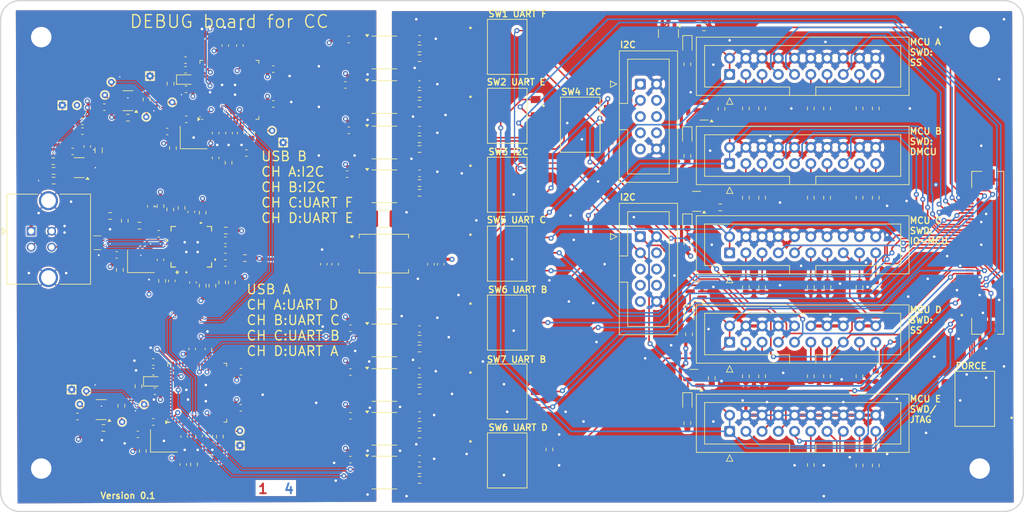
<source format=kicad_pcb>
(kicad_pcb (version 20240108) (generator "pcbnew") (generator_version "8.0")
  (layers (0 "F.Cu" signal) (1 "In1.Cu" signal) (2 "In2.Cu" signal) (31 "B.Cu" signal) (34 "B.Paste" user) (35 "F.Paste" user) (36 "B.SilkS" user "B.Silkscreen") (37 "F.SilkS" user "F.Silkscreen") (38 "B.Mask" user) (39 "F.Mask" user) (44 "Edge.Cuts" user))
  (net 0 "")
  (net 1 "+3.3V")
  (net 2 "GND")
  (net 3 "+1V8A")
  (net 4 "Net-(J3001-D+)")
  (net 5 "/USB.D-")
  (net 6 "/USB.D+")
  (net 7 "Net-(J3001-D-)")
  (net 8 "/USB hub/NON_REM0")
  (net 9 "/USB hub/NON_REM1")
  (net 10 "/USB hub/CFG_SEL1")
  (net 11 "Net-(U2002-ST#)")
  (net 12 "/USB hub/CFG_SEL0")
  (net 13 "Net-(U5001-ST#)")
  (net 17 "/USB hub/USB_CLK24Mhz")
  (net 18 "/USB1.D-")
  (net 23 "/USB1.D+")
  (net 24 "/USB2UART1/EEDATA_OUT")
  (net 29 "/USB2UART1/EEDATA")
  (net 30 "/USB2UART1/12Mhz")
  (net 36 "Net-(D5001-K)")
  (net 39 "Net-(U5002-~{PWREN})")
  (net 41 "/USB2UART1/EECLK")
  (net 51 "/USB2UART2/EEDATA_OUT")
  (net 52 "Net-(U6002-ST#)")
  (net 56 "/USB2UART2/EEDATA")
  (net 58 "/USB2UART1/EECS")
  (net 59 "Net-(U6003-REF)")
  (net 61 "/USB hub/USB4_D+")
  (net 62 "/USB hub/USB4_D-")
  (net 63 "/USB hub/USB3_D+")
  (net 64 "/USB hub/USB3_D-")
  (net 65 "/USB hub/VBUS_DET")
  (net 66 "/USB hub/CRFILT")
  (net 67 "/USB hub/PLLFILT")
  (net 68 "/USB hub/RESET#")
  (net 69 "/USB hub/RBIAS")
  (net 70 "/USB hub/OC#1")
  (net 71 "/USB hub/OC#2")
  (net 72 "Net-(U6003-~{RESET})")
  (net 73 "Net-(U6003-~{PWREN})")
  (net 74 "Net-(D6001-K)")
  (net 75 "/USB2UART2/EECS")
  (net 76 "/USB2UART2/EECLK")
  (net 77 "/USB2UART2/12Mhz")
  (net 102 "/USB2UART1/REF")
  (net 103 "/USB2UART1/RESET#")
  (net 104 "/USB2.D-")
  (net 105 "/USB2.D+")
  (net 106 "/Isolation_output/UART_A_1.TX")
  (net 107 "/Isolation_output/UART_A_4.TX")
  (net 108 "/Isolation_output/UART_A_3.TX")
  (net 109 "/Isolation_output/UART_A_2.RX")
  (net 110 "/Isolation_output/UART_A_4.RX")
  (net 111 "/Isolation_output/UART_A_3.RX")
  (net 112 "/Isolation_output/UART_A_2.TX")
  (net 113 "/Isolation_output/UART_A_1.RX")
  (net 114 "/Isolation_output/UART_B_4.TX")
  (net 115 "/Isolation_output/I2C_B_1.SCL")
  (net 116 "/Isolation_output/UART_B_3.TX")
  (net 117 "/Isolation_output/I2C_B_1.SDA")
  (net 118 "/Isolation_output/I2C_B_2.SDA")
  (net 119 "/Isolation_output/UART_B_3.RX")
  (net 120 "/Isolation_output/UART_B_4.RX")
  (net 121 "/Isolation_output/I2C_B_2.SCL")
  (net 122 "+1V8B")
  (net 123 "Net-(R2016-Pad2)")
  (net 124 "/USB hub/SW")
  (net 125 "/USB hub/FB")
  (net 127 "/USB.VBUS")
  (net 128 "SW_F_VCC")
  (net 129 "SW_E_VCC")
  (net 130 "SW_D_I2C1_VCC")
  (net 131 "SW_D_I2C2_VCC")
  (net 132 "SW_D_VCC")
  (net 133 "SW_C_VCC")
  (net 134 "SW_B_VCC")
  (net 135 "SW_A_VCC")
  (net 136 "A_VCC")
  (net 137 "C_VCC")
  (net 138 "E_VCC")
  (net 139 "D_VCC")
  (net 140 "B_VCC")
  (net 141 "/Isolation_output/SW_F.TX")
  (net 142 "/Isolation_output/SW_F.RX")
  (net 147 "/Isolation_output/SW_E.RX")
  (net 148 "/Isolation_output/SW_E.TX")
  (net 149 "/Isolation_output/SW_D.TX")
  (net 150 "/Isolation_output/SW_D.RX")
  (net 151 "/Isolation_output/SW_C.RX")
  (net 152 "/Isolation_output/SW_C.TX")
  (net 153 "/Isolation_output/SW_B.TX")
  (net 154 "/Isolation_output/SW_B.RX")
  (net 155 "/Isolation_output/SW_A.RX")
  (net 156 "VCC_LED")
  (net 157 "/Isolation_output/Debug_connector/E_TDO")
  (net 158 "/Isolation_output/SW_A.TX")
  (net 159 "/Isolation_output/Debug_connector/E_TRST#")
  (net 160 "/Isolation_output/Debug_connector/B_SWCLK")
  (net 161 "/Isolation_output/Debug_connector/D_SWCLK")
  (net 162 "/Isolation_output/Debug_connector/A_SWDIO")
  (net 163 "/Isolation_output/Debug_connector/C_TX")
  (net 164 "/Isolation_output/Debug_connector/A_SWCLK")
  (net 165 "/Isolation_output/Debug_connector/D_SWDIO")
  (net 166 "/Isolation_output/Debug_connector/A_TX")
  (net 167 "/Isolation_output/Debug_connector/B_TX")
  (net 168 "/Isolation_output/Debug_connector/D_RX")
  (net 169 "/Isolation_output/Debug_connector/A_RESET#")
  (net 170 "/Isolation_output/Debug_connector/B_SWDIO")
  (net 171 "/Isolation_output/Debug_connector/B_RESET#")
  (net 172 "/Isolation_output/Debug_connector/D_IO{slash}F_VCC")
  (net 173 "/Isolation_output/Debug_connector/B_RX")
  (net 174 "/Isolation_output/Debug_connector/C_SWCLK")
  (net 175 "/Isolation_output/Debug_connector/E_RX")
  (net 176 "/Isolation_output/Debug_connector/C_RX")
  (net 177 "/Isolation_output/Debug_connector/E_RESET#")
  (net 178 "/Isolation_output/Debug_connector/E_TX")
  (net 179 "/Isolation_output/Debug_connector/E_TMS")
  (net 180 "/Isolation_output/Debug_connector/D_TX")
  (net 181 "/Isolation_output/Debug_connector/C_RESET#")
  (net 182 "/Isolation_output/Debug_connector/A_RX")
  (net 183 "/Isolation_output/Debug_connector/E_TCK")
  (net 184 "/Isolation_output/Debug_connector/FORCE#")
  (net 185 "/Isolation_output/Debug_connector/E_TDI")
  (net 186 "/Isolation_output/Debug_connector/C_SWDIO")
  (net 187 "/Isolation_output/Debug_connector/A_TRST#")
  (net 188 "/Isolation_output/Debug_connector/A_DBACK")
  (net 189 "/Isolation_output/Debug_connector/A_TDI")
  (net 190 "/Isolation_output/Debug_connector/A_RTCK")
  (net 191 "/Isolation_output/Debug_connector/A_DBRQ")
  (net 192 "/Isolation_output/Debug_connector/A_TDO")
  (net 193 "/Isolation_output/Debug_connector/B_RTCK")
  (net 194 "/Isolation_output/Debug_connector/B_TDO")
  (net 195 "/Isolation_output/Debug_connector/B_TRST#")
  (net 196 "/Isolation_output/Debug_connector/B_TDI")
  (net 197 "/Isolation_output/Debug_connector/B_DBRQ")
  (net 198 "/Isolation_output/Debug_connector/B_DBACK")
  (net 199 "/Isolation_output/Debug_connector/C_TRST#")
  (net 200 "/Isolation_output/Debug_connector/C_TDI")
  (net 201 "/Isolation_output/Debug_connector/C_DBACK")
  (net 202 "/Isolation_output/Debug_connector/C_RTCK")
  (net 203 "/Isolation_output/Debug_connector/C_DBRQ")
  (net 204 "/Isolation_output/Debug_connector/C_TDO")
  (net 205 "/Isolation_output/Debug_connector/D_DBACK")
  (net 206 "/Isolation_output/Debug_connector/D_TDO")
  (net 207 "/Isolation_output/Debug_connector/D_RESET#")
  (net 208 "/Isolation_output/Debug_connector/D_TRST#")
  (net 209 "/Isolation_output/Debug_connector/D_RTCK")
  (net 210 "/Isolation_output/Debug_connector/D_TDI")
  (net 211 "/Isolation_output/Debug_connector/D_DBRQ")
  (net 212 "/Isolation_output/Debug_connector/E_RTCK")
  (net 213 "/Isolation_output/Debug_connector/E_DBACK")
  (net 214 "/Isolation_output/Debug_connector/E_DBRQ")
  (net 215 "Net-(U7001-VIA)")
  (net 216 "Net-(U7001-VOB)")
  (net 217 "Net-(U7003-VIA)")
  (net 218 "Net-(U7003-VOB)")
  (net 219 "Net-(U7004-VIA)")
  (net 220 "Net-(U7004-VOB)")
  (net 221 "Net-(U7005-SDA2)")
  (net 222 "Net-(U7005-SCL2)")
  (net 223 "Net-(U7007-VIA)")
  (net 224 "Net-(U7007-VOB)")
  (net 225 "Net-(U7008-VIA)")
  (net 226 "Net-(U7008-VOB)")
  (net 227 "Net-(U7006-SDA2)")
  (net 228 "Net-(U7006-SCL2)")
  (net 241 "/Isolation_output/I2C2.SDA")
  (net 242 "/Isolation_output/I2C2.SCL")
  (net 243 "/Isolation_output/I2C1.SDA")
  (net 244 "/Isolation_output/I2C1.SCL")
  (net 245 "Net-(U7002-VIA)")
  (net 246 "Net-(U7002-VOB)")
  (net 247 "Net-(D8001-K)")
  (net 248 "Net-(D8001-A)")
  (net 249 "Net-(D8002-A)")
  (net 250 "Net-(D8002-K)")
  (net 251 "Net-(D8003-K)")
  (net 252 "Net-(D8003-A)")
  (net 253 "Net-(D8004-K)")
  (net 254 "Net-(D8004-A)")
  (net 255 "Net-(D8005-K)")
  (net 256 "Net-(D8005-A)")
  (net 257 "GND2")
  (footprint "TestPoint:TestPoint_THTPad_1.0x1.0mm_Drill0.5mm" (layer "F.Cu") (at 96.968 122.751 180)
    (property "Reference" "TP5003" (hide yes))
    (property "Value" "TestPoint" (hide yes))
  )
  (footprint "Capacitor_SMD:C_0603_1608Metric" (layer "F.Cu") (at 153.162 103.124 -90)
    (property "Reference" "C7020" (hide yes))
    (property "Value" "10u 10V" (hide yes))
  )
  (footprint "Resistor_SMD:R_0603_1608Metric" (layer "F.Cu") (at 151.384 70.866)
    (property "Reference" "R7012" (hide yes))
    (property "Value" "100R" (hide yes))
  )
  (footprint "Capacitor_SMD:C_0603_1608Metric" (layer "F.Cu") (at 98.65 80.767 180)
    (property "Reference" "C2014" (hide yes))
    (property "Value" "10u 10V" (hide yes))
  )
  (footprint "Connector_IDC:IDC-Header_2x10_P2.54mm_Vertical" (layer "F.Cu") (at 199.898 101.3555 90)
    (property "Reference" "J8004" (hide yes))
    (property "Value" "Conn_02x10_Odd_Even" (hide yes))
  )
  (footprint "Resistor_SMD:R_0603_1608Metric" (layer "F.Cu") (at 117.464 106.492 -90)
    (property "Reference" "R2006" (hide yes))
    (property "Value" "10K" (hide yes))
  )
  (footprint "Resistor_SMD:R_0603_1608Metric" (layer "F.Cu") (at 193.294 86.169 90)
    (property "Reference" "R8036" (hide yes))
    (property "Value" "510R" (hide yes))
  )
  (footprint "Resistor_SMD:R_0603_1608Metric" (layer "F.Cu") (at 215.201 106.6895 90)
    (property "Reference" "R8008" (hide yes))
    (property "Value" "10K" (hide yes))
  )
  (footprint "Capacitor_SMD:C_0603_1608Metric" (layer "F.Cu") (at 124.304 85.72)
    (property "Reference" "C6009" (hide yes))
    (property "Value" "10u 10V" (hide yes))
  )
  (footprint "TestPoint:TestPoint_THTPad_D1.0mm_Drill0.5mm" (layer "F.Cu") (at 102.153 76.629)
    (property "Reference" "TP6001" (hide yes))
    (property "Value" "TestPoint" (hide yes))
  )
  (footprint "Package_SO:SOIC-8_3.9x4.9mm_P1.27mm" (layer "F.Cu") (at 145.894 128.9)
    (property "Reference" "U7001" (hide yes))
    (property "Value" "ADuM1201BR" (hide yes))
  )
  (footprint "TestPoint:TestPoint_THTPad_1.0x1.0mm_Drill0.5mm" (layer "F.Cu") (at 95.504 78.232)
    (property "Reference" "TP6006" (hide yes))
    (property "Value" "TestPoint" (hide yes))
  )
  (footprint "Resistor_SMD:R_0603_1608Metric" (layer "F.Cu") (at 151.384 121.412)
    (property "Reference" "R7015" (hide yes))
    (property "Value" "100R" (hide yes))
  )
  (footprint "Resistor_SMD:R_0603_1608Metric" (layer "F.Cu") (at 197.104 120.967 -90)
    (property "Reference" "R8030" (hide yes))
    (property "Value" "10K" (hide yes))
  )
  (footprint "Capacitor_SMD:C_0603_1608Metric" (layer "F.Cu") (at 121.02 102.936)
    (property "Reference" "C2009" (hide yes))
    (property "Value" "100n 25V" (hide yes))
  )
  (footprint "Resistor_SMD:R_0603_1608Metric" (layer "F.Cu") (at 121.51 87.244 -90)
    (property "Reference" "R6004" (hide yes))
    (property "Value" "12K" (hide yes))
  )
  (footprint "TestPoint:TestPoint_THTPad_D1.0mm_Drill0.5mm" (layer "F.Cu") (at 97.79 78.232)
    (property "Reference" "TP2001" (hide yes))
    (property "Value" "TestPoint" (hide yes))
  )
  (footprint "Connector_IDC:IDC-Header_2x05_P2.54mm_Vertical" (layer "F.Cu") (at 185.928 74.93)
    (property "Reference" "J8008" (hide yes))
    (property "Value" "Conn_02x05_Odd_Even")
  )
  (footprint "Resistor_SMD:R_0603_1608Metric" (layer "F.Cu") (at 222.758 120.669 90)
    (property "Reference" "R8012" (hide yes))
    (property "Value" "10K" (hide yes))
  )
  (footprint "Inductor_SMD:L_0805_2012Metric" (layer "F.Cu") (at 101.19 85.2925 90)
    (property "Reference" "L2001" (hide yes))
    (property "Value" "1uH" (hide yes))
  )
  (footprint "Package_SO:SOIC-8_3.9x4.9mm_P1.27mm" (layer "F.Cu") (at 145.894 69.972)
    (property "Reference" "U7008" (hide yes))
    (property "Value" "ADuM1201BR" (hide yes))
  )
  (footprint "Capacitor_SMD:C_0603_1608Metric" (layer "F.Cu") (at 114.779 72.692 180)
    (property "Reference" "C6012" (hide yes))
    (property "Value" "100n 25V" (hide yes))
  )
  (footprint "Resistor_SMD:R_0603_1608Metric" (layer "F.Cu") (at 198.437 94.234 180)
    (property "Reference" "R8029" (hide yes))
    (property "Value" "10K" (hide yes))
  )
  (footprint "Resistor_SMD:R_0603_1608Metric" (layer "F.Cu") (at 215.138 92.71 90)
    (property "Reference" "R8005" (hide yes))
    (property "Value" "10K" (hide yes))
  )
  (footprint "Capacitor_SMD:C_0603_1608Metric" (layer "F.Cu") (at 114.398 134.488 -90)
    (property "Reference" "C5010" (hide yes))
    (property "Value" "10u 10V" (hide yes))
  )
  (footprint "LED_SMD:LED_0603_1608Metric" (layer "F.Cu") (at 114.853 74.216)
    (property "Reference" "D6001" (hide yes))
    (property "Value" "LED" (hide yes))
  )
  (footprint "Capacitor_SMD:C_0603_1608Metric" (layer "F.Cu") (at 109.727 118.433 180)
    (property "Reference" "C5014" (hide yes))
    (property "Value" "10u 10V" (hide yes))
  )
  (footprint "Resistor_SMD:R_0603_1608Metric" (layer "F.Cu") (at 108.683 77.328 90)
    (property "Reference" "R6003" (hide yes))
    (property "Value" "2K2" (hide yes))
  )
  (footprint "Capacitor_SMD:C_0603_1608Metric" (layer "F.Cu") (at 114.779 71.168 180)
    (property "Reference" "C6014" (hide yes))
    (property "Value" "10u 10V" (hide yes))
  )
  (footprint "Resistor_SMD:R_0603_1608Metric" (layer "F.Cu") (at 121.083 97.856)
    (property "Reference" "R2015" (hide yes))
    (property "Value" "10K" (hide yes))
  )
  (footprint "Connector_USB:USB_B_TE_5787834_Vertical" (layer "F.Cu") (at 90.624 97.952 90)
    (property "Reference" "J3001" (hide yes))
    (property "Value" "USB_B" (hide yes))
  )
  (footprint "Capacitor_SMD:C_0603_1608Metric" (layer "F.Cu") (at 121.002 68.882 90)
    (property "Reference" "C6015" (hide yes))
    (property "Value" "100n 25V" (hide yes))
  )
  (footprint "Resistor_SMD:R_0603_1608Metric" (layer "F.Cu") (at 118.988 106.492 -90)
    (property "Reference" "R2005" (hide yes))
    (property "Value" "10K" (hide yes))
  )
  (footprint "bt_footprints:SW_DS04-254-2-03BK-SMT" (layer "F.Cu") (at 238.252 124.206 180)
    (property "Reference" "SW8002" (hide yes))
    (property "Value" "M;SW;3;SPST")
  )
  (footprint "Capacitor_SMD:C_0603_1608Metric" (layer "F.Cu") (at 151.384 126.746)
    (property "Reference" "C7016" (hide yes))
    (property "Value" "100n 25V" (hide yes))
  )
  (footprint "Capacitor_SMD:C_0603_1608Metric" (layer "F.Cu") (at 140.573 126.868 180)
    (property "Reference" "C7002" (hide yes))
    (property "Value" "100n 25V" (hide yes))
  )
  (footprint "Resistor_SMD:R_0603_1608Metric" (layer "F.Cu") (at 151.384 91.948)
    (property "Reference" "R7008" (hide yes))
    (property "Value" "100R" (hide yes))
  )
  (footprint "Resistor_SMD:R_0603_1608Metric" (layer "F.Cu") (at 112.384 94.554 90)
    (property "Reference" "R2007" (hide yes))
    (property "Value" "100K" (hide yes))
  )
  (footprint "Package_TO_SOT_SMD:SOT-23" (layer "F.Cu") (at 195.9125 78.994 180)
    (property "Reference" "Q8004" (hide yes))
    (property "Value" "BSS138")
  )
  (footprint "TestPoint:TestPoint_THTPad_D1.0mm_Drill0.5mm" (layer "F.Cu") (at 99.254 123.005 180)
    (property "Reference" "TP5004" (hide yes))
    (property "Value" "TestPoint" (hide yes))
  )
  (footprint "bt_footprints:SW_DS04-254-2-03BK-SMT" (layer "F.Cu") (at 165.1 79.883)
    (property "Reference" "SW8003" (hide yes))
    (property "Value" "M;SW;3;SPST" (hide yes))
  )
  (footprint "Capacitor_SMD:C_0603_1608Metric" (layer "F.Cu") (at 151.384 119.888)
    (property "Reference" "C7015" (hide yes))
    (property "Value" "100n 25V" (hide yes))
  )
  (footprint "Resistor_SMD:R_0603_1608Metric" (layer "F.Cu") (at 220.218 92.71 90)
    (property "Reference" "R8020" (hide yes))
    (property "Value" "10K" (hide yes))
  )
  (footprint "Resistor_SMD:R_0603_1608Metric" (layer "F.Cu") (at 212.598 92.71 90)
    (property "Reference" "R8019" (hide yes))
    (property "Value" "10K" (hide yes))
  )
  (footprint "TestPoint:TestPoint_THTPad_D1.0mm_Drill0.5mm" (layer "F.Cu") (at 104.853 127.831 180)
    (property "Reference" "TP5002" (hide yes))
    (property "Value" "TestPoint" (hide yes))
  )
  (footprint "Resistor_SMD:R_0603_1608Metric" (layer "F.Cu") (at 151.384 76.454)
    (property "Reference" "R7009" (hide yes))
    (property "Value" "100R" (hide yes))
  )
  (footprint "Capacitor_SMD:C_0603_1608Metric" (layer "F.Cu") (at 115.686 94.937 90)
    (property "Reference" "C2005" (hide yes))
    (property "Value" "100n 25V" (hide yes))
  )
  (footprint "Capacitor_SMD:C_0603_1608Metric" (layer "F.Cu") (at 118.716 133.472)
    (property "Reference" "C5013" (hide yes))
    (property "Value" "10u 10V" (hide yes))
  )
  (footprint "bt_footprints:SW_DS04-254-2-03BK-SMT" (layer "F.Cu") (at 165.1 112.268)
    (property "Reference" "SW8006" (hide yes))
    (property "Value" "M;SW;3;SPST" (hide yes))
  )
  (footprint "Resistor_SMD:R_0603_1608Metric" (layer "F.Cu") (at 202.438 78.74 90)
    (property "Reference" "R8015" (hide yes))
    (property "Value" "10K" (hide yes))
  )
  (footprint "Resistor_SMD:R_0603_1608Metric" (layer "F.Cu") (at 204.978 120.669 90)
    (property "Reference" "R8010" (hide yes))
    (property "Value" "10K" (hide yes))
  )
  (footprint "TestPoint:TestPoint_THTPad_D1.0mm_Drill0.5mm" (layer "F.Cu") (at 128.315 82.217)
    (property "Reference" "TP6005" (hide yes))
    (property "Value" "TestPoint" (hide yes))
  )
  (footprint "Capacitor_SMD:C_0603_1608Metric" (layer "F.Cu") (at 109.727 119.957 180)
    (property "Reference" "C5006" (hide yes))
    (property "Value" "100n 25V" (hide yes))
  )
  (footprint "Package_TO_SOT_SMD:SOT-23-6" (layer "F.Cu") (at 101.5655 125.899 180)
    (property "Reference" "U5003" (hide yes))
    (property "Value" "93AA46BT-I/OT" (hide yes))
  )
  (footprint "Capacitor_SMD:C_0603_1608Metric" (layer "F.Cu") (at 121.02 100.904)
    (property "Reference" "C2002" (hide yes))
    (property "Value" "100n 25V" (hide yes))
  )
  (footprint "Resistor_SMD:R_0603_1608Metric" (layer "F.Cu") (at 120.512 105.984 -90)
    (property "Reference" "R2004" (hide yes))
    (property "Value" "10K" (hide yes))
  )
  (footprint "Resistor_SMD:R_0603_1608Metric" (layer "F.Cu") (at 151.384 136.906)
    (property "Reference" "R7006" (hide yes))
    (property "Value" "100R" (hide yes))
  )
  (footprint "Capacitor_SMD:C_0603_1608Metric" (layer "F.Cu") (at 123.288 68.882 90)
    (property "Reference" "C6002" (hide yes))
    (property "Value" "100n 25V" (hide yes))
  )
  (footprint "Capacitor_SMD:C_0603_1608Metric" (layer "F.Cu") (at 121.02 99.38)
    (property "Reference" "C2007" (hide yes))
    (property "Value" "100n 25V" (hide yes))
  )
  (footprint "Resistor_SMD:R_0603_1608Metric" (layer "F.Cu") (at 202.438 106.6895 90)
    (property "Reference" "R8021" (hide yes))
    (property "Value" "10K" (hide yes))
  )
  (footprint "Resistor_SMD:R_0603_1608Metric" (layer "F.Cu") (at 215.138 78.74 90)
    (property "Reference" "R8002" (hide yes))
    (property "Value" "10K" (hide yes))
  )
  (footprint "Package_DFN_QFN:QFN-64-1EP_9x9mm_P0.5mm_EP4.35x4.35mm" (layer "F.Cu") (at 121.637 75.814 90)
    (property "Reference" "U6003" (hide yes))
    (property "Value" "FT4232H_QFN" (hide yes))
  )
  (footprint "Capacitor_SMD:C_0603_1608Metric" (layer "F.Cu") (at 102.079 78.534 180)
    (property "Reference" "C6001" (hide yes))
    (property "Value" "100n 25V" (hide yes))
  )
  (footprint "Resistor_SMD:R_0603_1608Metric" (layer "F.Cu") (at 220.218 134.639 90)
    (property "Reference" "R8027" (hide yes))
    (property "Value" "10K" (hide yes))
  )
  (footprint "Capacitor_SMD:C_0603_1608Metric" (layer "F.Cu") (at 151.384 133.604)
    (property "Reference" "C7013" (hide yes))
    (property "Value" "100n 25V" (hide yes))
  )
  (footprint "Capacitor_SMD:C_0603_1608Metric" (layer "F.Cu") (at 112.638 105.743 -90)
    (property "Reference" "C2006" (hide yes))
    (property "Value" "100n 25V" (hide yes))
  )
  (footprint "Connector_IDC:IDC-Header_2x10_P2.54mm_Vertical" (layer "F.Cu") (at 199.898 87.376 90)
    (property "Reference" "J8003" (hide yes))
    (property "Value" "Conn_02x10_Odd_Even" (hide yes))
  )
  (footprint "TestPoint:TestPoint_THTPad_D1.0mm_Drill0.5mm" (layer "F.Cu") (at 108.302 125.09 180)
    (property "Reference" "TP5005" (hide yes))
    (property "Value" "TestPoint" (hide yes))
  )
  (footprint "Connector_IDC:IDC-Header_2x05_P2.54mm_Vertical" (layer "F.Cu") (at 185.928 98.806)
    (property "Reference" "J8007" (hide yes))
    (property "Value" "Conn_02x05_Odd_Even")
  )
  (footprint "Resistor_SMD:R_0603_1608Metric" (layer "F.Cu") (at 204.978 92.71 90)
    (property "Reference" "R8004" (hide yes))
    (property "Value" "10K" (hide yes))
  )
  (footprint "Capacitor_SMD:C_0603_1608Metric" (layer "F.Cu") (at 136.398 103.124 -90)
    (property "Reference" "C7018" (hide yes))
    (property "Value" "10u 10V" (hide yes))
  )
  (footprint "Resistor_SMD:R_0603_1608Metric" (layer "F.Cu") (at 220.218 120.669 90)
    (property "Reference" "R8026" (hide yes))
    (property "Value" "10K" (hide yes))
  )
  (footprint "Capacitor_SMD:C_0603_1608Metric" (layer "F.Cu") (at 151.384 113.284)
    (property "Reference" "C7014" (hide yes))
    (property "Value" "100n 25V" (hide yes))
  )
  (footprint "Capacitor_SMD:C_0603_1608Metric" (layer "F.Cu") (at 97.877 126.981 180)
    (property "Reference" "C5009" (hide yes))
    (property "Value" "100n 25V" (hide yes))
  )
  (footprint "TestPoint:TestPoint_THTPad_D1.0mm_Drill0.5mm" (layer "F.Cu") (at 112.694 77.772)
    (property "Reference" "TP6004" (hide yes))
    (property "Value" "TestPoint" (hide yes))
  )
  (footprint "Resistor_SMD:R_0603_1608Metric" (layer "F.Cu") (at 94.141 90.038 180)
    (property "Reference" "R2018" (hide yes))
    (property "Value" "100K" (hide yes))
  )
  (footprint "Resistor_SMD:R_0603_1608Metric" (layer "F.Cu") (at 151.384 128.27)
    (property "Reference" "R7001" (hide yes))
    (property "Value" "100R" (hide yes))
  )
  (footprint "Capacitor_SMD:C_0603_1608Metric" (layer "F.Cu") (at 154.686 103.124 -90)
    (property "Reference" "C7019" (hide yes))
    (property "Value" "100n 25V" (hide yes))
  )
  (footprint "Capacitor_SMD:C_0603_1608Metric" (layer "F.Cu") (at 140.065 89.022 180)
    (property "Reference" "C7005" (hide yes))
    (property "Value" "100n 25V" (hide yes))
  )
  (footprint "Capacitor_SMD:C_0603_1608Metric" (layer "F.Cu") (at 98.65 82.291 180)
    (property "Reference" "C2013" (hide yes))
    (property "Value" "10u 10V" (hide yes))
  )
  (footprint "Capacitor_SMD:C_0603_1608Metric" (layer "F.Cu") (at 110.593 98.364 180)
    (property "Reference" "C2010" (hide yes))
    (property "Value" "100n 25V" (hide yes))
  )
  (footprint "Capacitor_SMD:C_0603_1608Metric" (layer "F.Cu") (at 119.478 82.598 -90)
    (property "Reference" "C6008" (hide yes))
    (property "Value" "100n 25V" (hide yes))
  )
  (footprint "Package_SO:SOIC-8_3.9x4.9mm_P1.27mm" (layer "F.Cu") (at 145.894 76.957)
    (property "Reference" "U7007" (hide yes))
    (property "Value" "ADuM1201BR" (hide yes))
  )
  (footprint "MountingHole:MountingHole_3.2mm_M3" (layer "F.Cu") (at 92.202 67.564)
    (property "Reference" "H4003" (hide yes))
    (property "Value" "MountingHole")
  )
  (footprint "Capacitor_SMD:C_0603_1608Metric" (layer "F.Cu") (at 114.853 75.74 180)
    (property "Reference" "C6013" (hide yes))
    (property "Value" "100n 25V" (hide yes))
  )
  (footprint "bt_footprints:SW_DS04-254-2-03BK-SMT" (layer "F.Cu") (at 165.1 133.858)
    (property "Reference" "SW8004" (hide yes))
    (property "Value" "M;SW;3;SPST" (hide yes))
  )
  (footprint "Capacitor_SMD:C_0603_1608Metric" (layer "F.Cu") (at 99.412 84.704 -90)
    (property "Reference" "C2012" (hide yes))
    (property "Value" "10u 10V" (hide yes))
  )
  (footprint "Capacitor_SMD:C_0603_1608Metric" (layer "F.Cu") (at 119.478 86.495 -90)
    (property "Reference" "C6006" (hide yes))
    (property "Value" "10u 10V" (hide yes))
  )
  (footprint "Package_SO:SOIC-8_3.9x4.9mm_P1.27mm" (layer "F.Cu") (at 145.894 122.042)
    (property "Reference" "U7002" (hide yes))
    (property "Value" "ADuM1201BR" (hide yes))
  )
  (footprint "Capacitor_SMD:C_0603_1608Metric" (layer "F.Cu") (at 104.002 101.666 180)
    (property "Reference" "C2001" (hide yes))
    (property "Value" "100n 25V" (hide yes))
  )
  (footprint "Resistor_SMD:R_0603_1608Metric" (layer "F.Cu") (at 151.384 90.424)
    (property "Reference" "R7007" (hide yes))
    (property "Value" "100R" (hide yes))
  )
  (footprint "Package_TO_SOT_SMD:SOT-23" (layer "F.Cu") (at 194.7395 93.284 180)
    (property "Reference" "Q8002" (hide yes))
    (property "Value" "BSS138")
  )
  (footprint "Resistor_SMD:R_0603_1608Metric" (layer "F.Cu") (at 222.758 106.6895 90)
    (property "Reference" "R8009" (hide yes))
    (property "Value" "10K" (hide yes))
  )
  (footprint "TestPoint:TestPoint_THTPad_1.0x1.0mm_Drill0.5mm" (layer "F.Cu") (at 130.048 84.074)
    (property "Reference" "TP6007" (hide yes))
    (property "Value" "TestPoint" (hide yes))
  )
  (footprint "Resistor_SMD:R_0603_1608Metric" (layer "F.Cu") (at 107.413 122.243 90)
    (property "Reference" "R5006" (hide yes))
    (property "Value" "510R" (hide yes))
  )
  (footprint "Resistor_SMD:R_0603_1608Metric" (layer "F.Cu") (at 107.558 97.094 180)
    (property "Reference" "R2001" (hide yes))
    (property "Value" "100K" (hide yes))
  )
  (footprint "Resistor_SMD:R_0603_1608Metric" (layer "F.Cu") (at 171.704 132.143 90)
    (property "Reference" "R8035" (hide yes))
    (property "Value" "10K" (hide yes))
  )
  (footprint "Capacitor_SMD:C_0603_1608Metric" (layer "F.Cu") (at 151.384 82.042)
    (property "Reference" "C7011" (hide yes))
    (property "Value" "100n 25V" (hide yes))
  )
  (footprint "Capacitor_SMD:C_0603_1608Metric" (layer "F.Cu") (at 139.798 75.052 180)
    (property "Reference" "C7007" (hide yes))
    (property "Value" "100n 25V" (hide yes))
  )
  (footprint "Resistor_SMD:R_0603_1608Metric" (layer "F.Cu") (at 220.218 106.6895 90)
    (property "Reference" "R8023" (hide yes))
    (property "Value" "10K" (hide yes))
  )
  (footprint "Capacitor_SMD:C_0603_1608Metric" (layer "F.Cu") (at 138.176 103.124 -90)
    (property "Reference" "C7017" (hide yes))
    (property "Value" "100n 25V" (hide yes))
  )
  (footprint "Package_SO:SOIC-8_3.9x4.9mm_P1.27mm" (layer "F.Cu") (at 145.894 135.758)
    (property "Reference" "U7004" (hide yes))
    (property "Value" "ADuM1201BR" (hide yes))
  )
  (footprint "LED_SMD:LED_0603_1608Metric" (layer "F.Cu") (at 193.294 96.7485 -90)
    (property "Reference" "D8002" (hide yes))
    (property "Value" "LED" (hide yes))
  )
  (footprint "Resistor_SMD:R_0603_1608Metric" (layer "F.Cu") (at 220.218 78.74 90)
    (property "Reference" "R8017" (hide yes))
    (property "Value" "10K" (hide yes))
  )
  (footprint "Package_SO:SOIC-8_7.5x5.85mm_P1.27mm" (layer "F.Cu") (at 145.805 101.473)
    (property "Reference" "U7009" (hide yes))
    (property "Value" "ADuM6028-3" (hide yes))
  )
  (footprint "Resistor_SMD:R_0603_1608Metric" (layer "F.Cu") (at 151.384 122.936)
    (property "Reference" "R7016" (hide yes))
    (property "Value" "100R" (hide yes))
  )
  (footprint "LED_SMD:LED_0603_1608Metric" (layer "F.Cu") (at 193.294 124.7395 -90)
    (property "Reference" "D8003" (hide yes))
    (property "Value" "LED" (hide yes))
  )
  (footprint "Package_SO:SOIC-8_3.9x4.9mm_P1.27mm" (layer "F.Cu") (at 145.894 90.927)
    (property "Reference" "U7005" (hide yes))
    (property "Value" "ADuM1254ASA+" (hide yes))
  )
  (footprint "Fiducial:Fiducial_0.5mm_Mask1mm" (layer "F.Cu") (at 232.41 137.414)
    (property "Reference" "FID4002" (hide yes))
    (property "Value" "Fiducial_05_1" (hide yes))
  )
  (footprint "Capacitor_SMD:C_0603_1608Metric" (layer "F.Cu") (at 128.495 72.565)
    (property "Reference" "C6010" (hide yes))
    (property "Value" "100n 25V" (hide yes))
  )
  (footprint "Capacitor_SMD:C_0603_1608Metric" (layer "F.Cu") (at 151.384 67.818)
    (property "Reference" "C7009" (hide yes))
    (property "Value" "100n 25V" (hide yes))
  )
  (footprint "Resistor_SMD:R_0603_1608Metric" (layer "F.Cu") (at 212.598 78.74 90)
    (property "Reference" "R8016" (hide yes))
    (property "Value" "10K" (hide yes))
  )
  (footprint "Package_SO:SOIC-8_3.9x4.9mm_P1.27mm" (layer "F.Cu") (at 145.894 84.069)
    (property "Reference" "U7006" (hide yes))
    (property "Value" "ADuM1254ASA+" (hide yes))
  )
  (footprint "Resistor_SMD:R_0603_1608Metric" (layer "F.Cu") (at 124.068 102.174)
    (property "Reference" "R2014" (hide yes))
    (property "Value" "10K" (hide yes))
  )
  (footprint "TestPoint:TestPoint_THTPad_D1.0mm_Drill0.5mm" (layer "F.Cu") (at 108.63 80.058)
    (property "Reference" "TP6002" (hide yes))
    (property "Value" "TestPoint" (hide yes))
  )
  (footprint "bt_footprints:SW_DS04-254-2-03BK-SMT" (layer "F.Cu") (at 165.1 90.678)
    (property "Reference" "SW8008" (hide yes))
    (property "Value" "M;SW;3;SPST")
  )
  (footprint "Resistor_SMD:R_0603_1608Metric" (layer "F.Cu") (at 120.141 130.117 -90)
    (property "Reference" "R5003" (hide yes))
    (property "Value" "10K" (hide yes))
  )
  (footprint "Capacitor_SMD:C_0603_1608Metric" (layer "F.Cu") (at 109.727 127.831 180)
    (property "Reference" "C5004" (hide yes))
    (property "Value" "100n 25V" (hide yes))
  )
  (footprint "Resistor_SMD:R_0603_1608Metric" (layer "F.Cu") (at 222.758 92.71 90)
    (property "Reference" "R8006" (hide yes))
    (property "Value" "10K" (hide yes))
  )
  (footprint "Resistor_SMD:R_0603_1608Metric" (layer "F.Cu") (at 151.384 135.382)
    (property "Reference" "R7005" (hide yes))
    (property "Value" "100R" (hide yes))
  )
  (footprint "Capacitor_SMD:C_0603_1608Metric" (layer "F.Cu") (at 118.51 130.029 -90)
    (property "Reference" "C5001" (hide yes))
    (property "Value" "100n 25V" (hide yes))
  )
  (footprint "Resistor_SMD:R_0603_1608Metric" (layer "F.Cu") (at 105.272 96.332 -90)
    (property "Reference" "R2011" (hide yes))
    (property "Value" "100K" (hide yes))
  )
  (footprint "Resistor_SMD:R_0603_1608Metric" (layer "F.Cu") (at 122.036 105.984 -90)
    (property "Reference" "R2003" (hide yes))
    (property "Value" "10K" (hide yes))
  )
  (footprint "MountingHole:MountingHole_3.2mm_M3" (layer "F.Cu") (at 239.014 135.128)
    (property "Reference" "H4002" (hide yes))
    (property "Value" "MountingHole")
  )
  (footprint "Resistor_SMD:R_0603_1608Metric" (layer "F.Cu") (at 112.44 74.851 90)
    (property "Reference" "R6006" (hide yes))
    (property "Value" "510R" (hide yes))
  )
  (footprint "bt_footprints:62684-401100ALF" (layer "F.Cu") (at 241.046 101.346 90)
    (property "Reference" "J8001" (hide yes))
    (property "Value" "62684-401100ALF")
  )
  (footprint "Fiducial:Fiducial_0.5mm_Mask1mm" (layer "F.Cu") (at 98.806 65.786)
    (property "Reference" "FID4004" (hide yes))
    (property "Value" "Fiducial_05_1")
  )
  (footprint "Capacitor_SMD:C_1812_4532Metric" (layer "F.Cu") (at 145.796 108.458)
    (property "Reference" "C7021" (hide yes))
    (property "Value" "1n" (hide yes))
  )
  (footprint "Resistor_SMD:R_0603_1608Metric" (layer "F.Cu") (at 94.078 86.99 180)
    (property "Reference" "R2016" (hide yes))
    (property "Value" "22K" (hide yes))
  )
  (footprint "Capacitor_SMD:C_0603_1608Metric" (layer "F.Cu") (at 116.8872 130.029 -90)
    (property "Reference" "C5011" (hide yes))
    (property "Value" "100n 25V" (hide yes))
  )
  (footprint "TestPoint:TestPoint_THTPad_1.0x1.0mm_Drill0.5mm" (layer "F.Cu") (at 123.288 131.514 180)
    (property "Reference" "TP5006" (hide yes))
    (property "Value" "TestPoint" (hide yes))
  )
  (footprint "Resistor_SMD:R_0603_1608Metric" (layer "F.Cu") (at 151.384 77.978)
    (property "Reference" "R7010" (hide yes))
    (property "Value" "100R" (hide yes))
  )
  (footprint "Capacitor_SMD:C_0603_1608Metric" (layer "F.Cu") (at 118.363 116.401 90)
    (property "Reference" "C5002" (hide yes))
    (property "Value" "100n 25V" (hide yes))
  )
  (footprint "Resistor_SMD:R_0603_1608Metric" (layer "F.Cu") (at 151.384 129.794)
    (property "Reference" "R7002" (hide yes))
    (property "Value" "100R" (hide yes))
  )
  (footprint "Capacitor_SMD:C_0603_1608Metric" (layer "F.Cu") (at 140.573 113.152 180)
    (property "Reference" "C7004" (hide yes))
    (property "Value" "100n 25V" (hide yes))
  )
  (footprint "Resistor_SMD:R_0603_1608Metric" (layer "F.Cu") (at 116.102 134.488 -90)
    (property "Reference" "R5002" (hide yes))
    (property "Value" "12K" (hide yes))
  )
  (footprint "Capacitor_SMD:C_0603_1608Metric" (layer "F.Cu") (at 128.508 78.026)
    (property "Reference" "C6011" (hide yes))
    (property "Value" "100n 25V" (hide yes))
  )
  (footprint "Resistor_SMD:R_0603_1608Metric" (layer "F.Cu") (at 204.978 106.6895 90)
    (property "Reference" "R8007" (hide yes))
    (property "Value" "10K" (hide yes))
  )
  (footprint "Resistor_SMD:R_0603_1608Metric" (layer "F.Cu") (at 193.548 114.109 90)
    (property "Reference" "R8037" (hide yes))
    (property "Value" "510R" (hide yes))
  )
  (footprint "Resistor_SMD:R_0603_1608Metric" (layer "F.Cu") (at 151.384 69.342)
    (property "Reference" "R7011" (hide yes))
    (property "Value" "100R" (hide yes))
  )
  (footprint "Oscillator:Oscillator_SMD_SeikoEpson_SG8002CE-4Pin_3.2x2.5mm" (layer "F.Cu") (at 111.398 130.791)
    (property "Reference" "U5001" (hide yes))
    (property "Value" "12Mhz,50ppm" (hide yes))
  )
  (footprint "Capacitor_SMD:C_0603_1608Metric" (layer "F.Cu") (at 110.86 102.441 -90)
    (property "Reference" "C2003" (hide yes))
    (property "Value" "100n 25V" (hide yes))
  )
  (footprint "bt_footprints:SW_DS04-254-2-03BK-SMT" (layer "F.Cu") (at 176.53 81.28)
    (property "Reference" "SW8009" (hide yes))
    (property "Value" "M;SW;3;SPST" (hide yes))
  )
  (footprint "Resistor_SMD:R_0603_1608Metric" (layer "F.Cu") (at 198.628 78.803 -90)
    (property "Reference" "R8034" (hide yes))
    (property "Value" "10K" (hide yes))
  )
  (footprint "TestPoint:TestPoint_THTPad_D1.0mm_Drill0.5mm" (layer "F.Cu") (at 103.169 74.597)
    (property "Reference" "TP6003" (hide yes))
    (property "Value" "TestPoint" (hide yes))
  )
  (footprint "Resistor_SMD:R_0603_1608Metric" (layer "F.Cu") (at 151.384 83.566)
    (property "Reference" "R7013" (hide yes))
    (property "Value" "100R" (hide yes))
  )
  (footprint "Resistor_SMD:R_0603_1608Metric" (layer "F.Cu") (at 215.138 120.669 90)
    (property "Reference" "R8011" (hide yes))
    (property "Value" "10K" (hide yes))
  )
  (footprint "Oscillator:Oscillator_SMD_SeikoEpson_SG8002CE-4Pin_3.2x2.5mm" (layer "F.Cu") (at 107.812 102.682)
    (property "Reference" "U2002" (hide yes))
    (property "Value" "24Mhz,50ppm" (hide yes))
  )
  (footprint "LED_SMD:LED_0603_1608Metric" (layer "F.Cu") (at 109.699 121.481)
    (property "Reference" "D5001" (hide yes))
    (property "Value" "LED" (hide yes))
  )
  (footprint "LED_SMD:LED_0603_1608Metric" (layer "F.Cu") (at 193.294 68.8085 -90)
    (property "Reference" "D8001" (hide yes))
    (property "Value" "LED" (hide yes))
  )
  (footprint "Resistor_SMD:R_0603_1608Metric" (layer "F.Cu") (at 102.986 95.57)
    (property "Reference" "R2010" (hide yes))
    (property "Value" "100K" (hide yes))
  )
  (footprint "Resistor_SMD:R_0603_1608Metric" (layer "F.Cu") (at 105.762 80.185 180)
    (property "Reference" "R6001" (hide yes))
    (property "Value" "10K" (hide yes))
  )
  (footprint "Capacitor_SMD:C_0603_1608Metric" (layer "F.Cu") (at 109.981 123.005 180)
    (property "Reference" "C5007" (hide yes))
    (property "Value" "100n 25V" (hide yes))
  )
  (footprint "Capacitor_SMD:C_0603_1608Metric" (layer "F.Cu") (at 140.56 120.01 180)
    (property "Reference" "C7003" (hide yes))
    (property "Value" "100n 25V" (hide yes))
  )
  (footprint "Capacitor_SMD:C_0603_1608Metric" (layer "F.Cu") (at 123.415 125.619)
    (property "Reference" "C5015" (hide yes))
    (property "Value" "100n 25V" (hide yes))
  )
  (footprint "Resistor_SMD:R_1210_3225Metric" (layer "F.Cu") (at 145.796 96.012)
    (property "Reference" "R7017" (hide yes))
    (property "Value" "1M" (hide yes))
  )
  (footprint "bt_footprints:DLM0NSM900HY2D" (layer "F.Cu") (at 100.954 99.888 -90)
    (property "Reference" "FL3001" (hide yes))
    (property "Value" "100mA,90ohm, 5V" (hide yes))
  )
  (footprint "Resistor_SMD:R_0603_1608Metric" (layer "F.Cu") (at 151.384 116.332)
    (property "Reference" "R7004" (hide yes))
    (property "Value" "100R" (hide yes))
  )
  (footprint "Resistor_SMD:R_0603_1608Metric" (layer "F.Cu") (at 212.598 134.576 90)
    (property "Reference" "R8013" (hide yes))
    (property "Value" "10K" (hide yes))
  )
  (footprint "Package_TO_SOT_SMD:SOT-23" (layer "F.Cu") (at 194.31 121.158 180)
    (property "Reference" "Q8003" (hide yes))
    (property "Value" "BSS138")
  )
  (footprint "Resistor_SMD:R_0603_1608Metric" (layer "F.Cu") (at 111.114 105.73 -90)
    (property "Reference" "R2013" (hide yes))
    (property "Value" "12K" (hide yes))
  )
  (footprint "Resistor_SMD:R_0603_1608Metric" (layer "F.Cu") (at 108.096 132.378 -90)
    (property "Reference" "R5001" (hide yes))
    (property "Value" "10K" (hide yes))
  )
  (footprint "Resistor_SMD:R_0603_1608Metric" (layer "F.Cu") (at 222.758 78.74 90)
    (property "Reference" "R8003" (hide yes))
    (property "Value" "10K" (hide yes))
  )
  (footprint "bt_footprints:SW_DS04-254-2-03BK-SMT" (layer "F.Cu") (at 165.1 123.063)
    (property "Reference" "SW8007" (hide yes))
    (property "Value" "M;SW;3;SPST" (hide yes))
  )
  (footprint "Package_TO_SOT_SMD:SOT-23" (layer "F.Cu") (at 194.6425 107.376 180)
    (property "Reference" "Q8005" (hide yes))
    (property "Value" "BSS138")
  )
  (footprint "Package_SO:SOIC-8_3.9x4.9mm_P1.27mm" (layer "F.Cu") (at 145.894 115.057)
    (property "Reference" "U7003" (hide yes))
    (property "Value" "ADuM1201BR" (hide yes))
  )
  (footprint "Oscillator:Oscillator_SMD_SeikoEpson_SG8002CE-4Pin_3.2x2.5mm" (layer "F.Cu") (at 116.049 83.294)
    (property "Reference" "U6002" (hide yes))
    (property "Value" "12Mhz,50ppm" (hide yes))
  )
  (footprint "MountingHole:MountingHole_3.2mm_M3" (layer "F.Cu") (at 92.202 135.128)
    (property "Reference" "H4004" (hide yes))
    (property "Value" "MountingHole")
  )
  (footprint "Resistor_SMD:R_0603_1608Metric" (layer "F.Cu") (at 94.141 88.514)
    (property "Reference" "R2017" (hide yes))
    (property "Value" "430K" (hide yes))
  )
  (footprint "Capacitor_SMD:C_0603_1608Metric" (layer "F.Cu") (at 111.915 82.344 180)
    (property "Reference" "C6004" (hide yes))
    (property "Value" "100n 25V" (hide yes))
  )
  (footprint "Connector_IDC:IDC-Header_2x10_P2.54mm_Vertical" (layer "F.Cu") (at 199.898 73.406 90)
    (property "Reference" "J8002" (hide yes))
    (property "Value" "Conn_02x10_Odd_Even" (hide yes))
  )
  (footprint "Capacitor_SMD:C_0603_1608Metric" (layer "F.Cu") (at 151.384 74.93)
    (property "Reference" "C7010" (hide yes))
    (property "Value" "100n 25V" (hide yes))
  )
  (footprint "Package_DFN_QFN:QFN-64-1EP_9x9mm_P0.5mm_EP4.35x4.35mm" (layer "F.Cu") (at 116.61 123.259 90)
    (property "Reference" "U5002" (hide yes))
    (property "Value" "FT4232H_QFN" (hide yes))
  )
  (footprint "Resistor_SMD:R_0603_1608Metric" (layer "F.Cu") (at 101.941 128.759 180)
    (property "Reference" "R5004" (hide yes))
    (property "Value" "10K" (hide yes))
  )
  (footprint "Capacitor_SMD:C_0603_1608Metric" (layer "F.Cu") (at 121.584 82.598 -90)
    (property "Reference" "C6007" (hide yes))
    (property "Value" "100n 25V" (hide yes))
  )
  (footprint "Capacitor_SMD:C_0603_1608Metric" (layer "F.Cu") (at 140.319 82.164 180)
    (property "Reference" "C7006" (hide yes))
    (property "Value" "100n 25V" (hide yes))
  )
  (footprint "Resistor_SMD:R_0603_1608Metric" (layer "F.Cu") (at 212.598 120.669 90)
    (property "Reference" "R8025" (hide yes))
    (property "Value" "10K" (hide yes))
  )
  (footprint "Resistor_SMD:R_0603_1608Metric" (layer "F.Cu") (at 104.746 125.291 90)
    (property "Reference" "R5005" (hide yes))
    (property "Value" "2K2" (hide yes))
  )
  (footprint "Resistor_SMD:R_0603_1608Metric" (layer "F.Cu") (at 195.897 66.04 180)
    (property "Reference" "R8028" (hide yes))
    (property "Value" "10K" (hide yes))
  )
  (footprint "Resistor_SMD:R_0603_1608Metric" (layer "F.Cu") (at 202.438 92.71 90)
    (property "Reference" "R8018" (hide yes))
    (property "Value" "10K" (hide yes))
  )
  (footprint "Resistor_SMD:R_0603_1608Metric" (layer "F.Cu") (at 125.066 82.598 -90)
    (property "Reference" "R6005" (hide yes))
    (property "Value" "10K" (hide yes))
  )
  (footprint "Resistor_SMD:R_0603_1608Metric" (layer "F.Cu") (at 193.294 128.016 90)
    (property "Reference" "R8033" (hide yes))
    (property "Value" "510R" (hide yes))
  )
  (footprint "Resistor_SMD:R_0603_1608Metric" (layer "F.Cu") (at 193.294 99.885 90)
    (property "Reference" "R8032" (hide yes))
    (property "Value" "510R" (hide yes))
  )
  (footprint "Resistor_SMD:R_0603_1608Metric" (layer "F.Cu") (at 114.162 94.3 90)
    (property "Reference" "R2009" (hide yes))
    (property "Value" "100K" (hide yes))
  )
  (footprint "Capacitor_SMD:C_0603_1608Metric" (layer "F.Cu") (at 97.113 85.466)
    (property "Reference" "C2011" (hide yes))
    (property "Value" "10u 10V" (hide yes))
  )
  (footprint "bt_footprints:SW_DS04-254-2-03BK-SMT" (layer "F.Cu") (at 165.1 101.473)
    (property "Reference" "SW8005" (hide yes))
    (property "Value" "M;SW;3;SPST" (hide yes))
  )
  (footprint "Fiducial:Fiducial_0.5mm_Mask1mm" (layer "F.Cu") (at 237.744 79.502)
    (property "Reference" "FID4003" (hide yes))
    (property "Value" "Fiducial_05_1")
  )
  (footprint "Resistor_SMD:R_0603_1608Metric" (layer "F.Cu") (at 202.438 120.669 90)
    (property "Reference" "R8024" (hide yes))
    (property "Value" "10K" (hide yes))
  )
  (footprint "Resistor_SMD:R_0603_1608Metric" (layer "F.Cu") (at 117.464 95.062 -90)
    (property "Reference" "R2002" (hide yes))
    (property "Value" "10K" (hide yes))
  )
  (footprint "Connector_IDC:IDC-Header_2x10_P2.54mm_Vertical" (layer "F.Cu") (at 199.898 129.305 90)
    (property "Reference" "J8006" (hide yes))
    (property "Value" "Conn_02x10_Odd_Even" (hide yes))
  )
  (footprint "Capacitor_SMD:C_0603_1608Metric" (layer "F.Cu") (at 140.306 67.94 180)
    (property "Reference" "C7008" (hide yes))
    (property "Value" "100n 25V" (hide yes))
  )
  (footprint "Capacitor_SMD:C_0603_1608Metric" (layer "F.Cu") (at 151.384 88.9)
    (property "Reference" "C7012" (hide yes))
    (property "Value" "100n 25V" (hide yes))
  )
  (footprint "Resistor_SMD:R_0603_1608Metric" (layer "F.Cu") (at 151.384 85.09)
    (property "Reference" "R7014" (hide yes))
    (property "Value" "100R" (hide yes))
  )
  (footprint "Resistor_SMD:R_0603_1608Metric" (layer "F.Cu") (at 222.758 134.639 90)
    (property "Reference" "R8014" (hide yes))
    (property "Value" "10K" (hide yes))
  )
  (footprint "Resistor_SMD:R_0603_1608Metric" (layer "F.Cu") (at 151.384 114.808)
    (property "Reference" "R7003" (hide yes))
    (property "Value" "100R" (hide yes))
  )
  (footprint "Resistor_SMD:R_0603_1608Metric" (layer "F.Cu") (at 104.51 104.015 90)
    (property "Reference" "R2008" (hide yes))
    (property "Value" "10K" (hide yes))
  )
  (footprint "Capacitor_SMD:C_0603_1608Metric" (layer "F.Cu") (at 140.573 133.726 180)
    (property "Reference" "C7001" (hide yes))
    (property "Value" "100n 25V" (hide yes))
  )
  (footprint "Fiducial:Fiducial_0.5mm_Mask1mm" (layer "F.Cu") (at 97.761 136.213)
    (property "Reference" "FID4001" (hide yes))
    (property "Value" "Fiducial_05_1")
  )
  (footprint "bt_footprints:SW_DS04-254-2-03BK-SMT" (layer "F.Cu") (at 165.1 69.088)
    (property "Reference" "SW8001" (hide yes))
    (property "Value" "M;SW;3;SPST" (hide yes))
  )
  (footprint "Capacitor_SMD:C_0603_1608Metric" (layer "F.Cu") (at 115.94 105.984 -90)
    (property "Reference" "C2008" (hide yes))
    (property "Value" "100n 25V" (hide yes))
  )
  (footprint "TestPoint:TestPoint_THTPad_D1.0mm_Drill0.5mm" (layer "F.Cu") (at 123.288 129.228 180)
    (property "Reference" "TP5007" (hide yes))
    (property "Value" "TestPoint" (hide yes))
  )
  (footprint "Resistor_SMD:R_0603_1608Metric" (layer "F.Cu") (at 204.978 78.74 90)
    (property "Reference" "R8001" (hide yes))
    (property "Value" "10K" (hide yes))
  )
  (footprint "bt_footprints:SQFN36_6X6_MCH" (layer "F.Cu") (at 115.686 100.396 90)
    (property "Reference" "U2001" (hide yes))
    (property "Value" "USB2514B/M2" (hide yes))
  )
  (footprint "LED_SMD:LED_0603_1608Metric" (layer "F.Cu") (at 193.2685 83.0835 -90)
    (property "Reference" "D8004" (hide yes))
    (property "Value" "LED")
  )
  (footprint "Capacitor_SMD:C_0603_1608Metric" (layer "F.Cu") (at 114.553 130.117 -90)
    (property "Reference" "C5012" (hide yes))
    (property "Value" "100n 25V" (hide yes))
  )
  (footprint "TestPoint:TestPoint_THTPad_1.0x1.0mm_Drill0.5mm" (layer "F.Cu") (at 109.22 73.66)
    (property "Reference" "TP2002" (hide yes))
    (property "Value" "TestPoint" (hide yes))
  )
  (footprint "Package_TO_SOT_SMD:SOT-23" (layer "F.Cu") (at 190.3245 66.99 -90)
    (property "Reference" "Q8001" (hide yes))
    (property "Value" "BSS138")
  )
  (footprint "Capacitor_SMD:C_0603_1608Metric" (layer "F.Cu") (at 123.443 119.957)
    (property "Reference" "C5008" (hide yes))
    (property "Value" "100n 25V" (hide yes))
  )
  (footprint "Capacitor_SMD:C_0603_1608Metric" (layer "F.Cu") (at 115.823 116.401 90)
    (property "Reference" "C5005" (hide yes))
    (property "Value" "100n 25V" (hide yes))
  )
  (footprint "Capacitor_SMD:C_0603_1608Metric" (layer "F.Cu") (at 114.906 80.439 180)
    (property "Reference" "C6005" (hide yes))
    (property "Value" "100n 25V" (hide yes))
  )
  (footprint "Resistor_SMD:R_0603_1608Metric" (layer "F.Cu") (at 110.86 94.046 90)
    (property "Reference" "R2012" (hide yes))
    (property "Value" "10K" (hide yes))
  )
  (footprint "Capacitor_SMD:C_0603_1608Metric" (layer "F.Cu") (at 107.321 129.775 180)
    (property "Reference" "C5003" (hide yes))
    (property "Value" "100n 25V" (hide yes))
  )
  (footprint "Connector_IDC:IDC-Header_2x10_P2.54mm_Vertical" (layer "F.Cu") (at 199.898 115.335 90)
    (property "Reference" "J8005" (hide yes))
    (property "Value" "Conn_02x10_Odd_Even" (hide yes))
  )
  (footprint "Capacitor_SMD:C_0603_1608Metric" (layer "F.Cu") (at 109.336 94.046 90)
    (property "Reference" "C2004" (hide yes))
    (property "Value" "100n 25V" (hide yes))
  )
  (footprint "Package_TO_SOT_SMD:SOT-23-6" (layer "F.Cu") (at 105.762 77.518 180)
    (property "Reference" "U6001" (hide yes))
    (property "Value" "93AA46BT-I/OT" (hide yes))
  )
  (footprint "Package_TO_SOT_SMD:SOT-23-6" (layer "F.Cu") (at 98.142 88.006 180)
    (property "Reference" "U2003" (hide yes))
    (property "Value" "TPS62A01" (hide yes))
  )
  (footprint "Capacitor_SMD:C_0603_1608Metric" (layer "F.Cu") (at 123.415 82.598 -90)
    (property "Reference" "C6003" (hide yes))
    (property "Value" "100n 25V" (hide yes))
  )
  (footprint "Resistor_SMD:R_0603_1608Metric" (layer "F.Cu") (at 212.598 106.6895 90)
    (property "Reference" "R8022" (hide yes))
    (property "Value" "10K" (hide yes))
  )
  (footprint "LED_SMD:LED_0603_1608Metric" (layer "F.Cu") (at 193.548 111.0235 -90)
    (property "Reference" "D8005" (hide yes))
    (property "Value" "LED" (hide yes))
  )
  (footprint "Resistor_SMD:R_0603_1608Metric" (layer "F.Cu") (at 112.804 84.948 -90)
    (property "Reference" "R6002" (hide yes))
    (property "Value" "10K" (hide yes))
  )
  (footprint "MountingHole:MountingHole_3.2mm_M3" (layer "F.Cu") (at 239.014 67.564)
    (property "Reference" "H4001" (hide yes))
    (property "Value" "MountingHole")
  )
  (footprint "TestPoint:TestPoint_THTPad_D1.0mm_Drill0.5mm" (layer "F.Cu") (at 98.238 125.037 180)
    (property "Reference" "TP5001" (hide yes))
    (property "Value" "TestPoint" (hide yes))
  )
  (footprint "Resistor_SMD:R_0603_1608Metric" (layer "F.Cu") (at 193.294 71.819 90)
    (property "Reference" "R8031" (hide yes))
    (property "Value" "510R" (hide yes))
  )
  (gr_arc (start 242.852 61.854) (mid 244.97332 62.73268) (end 245.852 64.854) (stroke (width 0.2)) (layer "Edge.Cuts"))
  (gr_arc (start 88.852001 141.854) (mid 86.73068 140.97532) (end 85.852 138.853999) (stroke (width 0.2)) (layer "Edge.Cuts"))
  (gr_arc (start 245.852 138.854) (mid 244.97332 140.97532) (end 242.852 141.854) (stroke (width 0.2)) (layer "Edge.Cuts"))
  (gr_line (start 88.852001 61.854) (end 242.852 61.854) (stroke (width 0.2)) (layer "Edge.Cuts"))
  (gr_line (start 85.852 138.853999) (end 85.852 64.854001) (stroke (width 0.2)) (layer "Edge.Cuts"))
  (gr_line (start 245.852 64.854) (end 245.852 138.854) (stroke (width 0.2)) (layer "Edge.Cuts"))
  (gr_line (start 242.852 141.854) (end 88.852001 141.854) (stroke (width 0.2)) (layer "Edge.Cuts"))
  (gr_arc (start 85.852 64.854001) (mid 86.73068 62.73268) (end 88.852001 61.854) (stroke (width 0.2)) (layer "Edge.Cuts"))
  (gr_text "1" (at 125.984 139.192 0) (layer "F.Cu") (effects (font (size 1.5 1.5) (thickness 0.3) (bold yes)) (justify left bottom)))
  (gr_text "4" (at 130.047998 139.192 0) (layer "B.Cu") (effects (font (size 1.5 1.5) (thickness 0.3) (bold yes)) (justify left bottom)))
  (gr_text "Version 0.1" (at 101.346 139.954 0) (layer "F.SilkS") (effects (font (size 1 1) (thickness 0.2) (bold yes)) (justify left bottom)))
  (gr_text "USB B\nCH A:I2C\nCH B:I2C\nCH C:UART F\nCH D:UART E\n" (at 126.492 96.774 0) (layer "F.SilkS") (effects (font (size 1.5 1.5) (thickness 0.2)) (justify left bottom)))
  (gr_text "DEBUG board for CC" (at 105.918 66.294 0) (layer "F.SilkS") (effects (font (size 2 2) (thickness 0.2)) (justify left bottom)))
  (gr_text "MCU E\nSWD/\nJTAG" (at 227.968 128.035 0) (layer "F.SilkS") (effects (font (size 1 1) (thickness 0.2)) (justify left bottom)))
  (gr_text "SW4 I2C" (at 173.43 76.708 0) (layer "F.SilkS") (effects (font (size 1 1) (thickness 0.2) (bold yes)) (justify left bottom)))
  (gr_text "MCU D\nSWD:\nSS" (at 227.968 114.065 0) (layer "F.SilkS") (effects (font (size 1 1) (thickness 0.2)) (justify left bottom)))
  (gr_text "SW2 UART E" (at 161.798 75.184 0) (layer "F.SilkS") (effects (font (size 1 1) (thickness 0.2) (bold yes)) (justify left bottom)))
  (gr_text "MCU A\nSWD:\nSS" (at 227.968 72.136 0) (layer "F.SilkS") (effects (font (size 1 1) (thickness 0.2)) (justify left bottom)))
  (gr_text "I2C" (at 182.638 69.342 0) (layer "F.SilkS") (effects (font (size 1 1) (thickness 0.2) (bold yes)) (justify left bottom)))
  (gr_text "MCU C\nSWD:\nIO-MCU" (at 227.968 100.0855 0) (layer "F.SilkS") (effects (font (size 1 1) (thickness 0.2)) (justify left bottom)))
  (gr_text "SW1 UART F" (at 162.052 64.516 0) (layer "F.SilkS") (effects (font (size 1 1) (thickness 0.2) (bold yes)) (justify left bottom)))
  (gr_text "SW6 UART B" (at 162 107.696 0) (layer "F.SilkS") (effects (font (size 1 1) (thickness 0.2) (bold yes)) (justify left bottom)))
  (gr_text "MCU B\nSWD:\nDMCU" (at 227.968 86.106 0) (layer "F.SilkS") (effects (font (size 1 1) (thickness 0.2)) (justify left bottom)))
  (gr_text "SW6 UART D" (at 162.052 129.286 0) (layer "F.SilkS") (effects (font (size 1 1) (thickness 0.2) (bold yes)) (justify left bottom)))
  (gr_text "I2C" (at 182.626 93.218 0) (layer "F.SilkS") (effects (font (size 1 1) (thickness 0.2) (bold yes)) (justify left bottom)))
  (gr_text "SW3 I2C" (at 162.052 86.106 0) (layer "F.SilkS") (effects (font (size 1 1) (thickness 0.2) (bold yes)) (justify left bottom)))
  (gr_text "FORCE" (at 235.152 119.642 0) (layer "F.SilkS") (effects (font (size 1 1) (thickness 0.2) (bold yes)) (justify left bottom)))
  (gr_text "SW7 UART B" (at 161.798 118.618 0) (layer "F.SilkS") (effects (font (size 1 1) (thickness 0.2) (bold yes)) (justify left bottom)))
  (gr_text "SW5 UART C" (at 161.798 96.774 0) (layer "F.SilkS") (effects (font (size 1 1) (thickness 0.2) (bold yes)) (justify left bottom)))
  (gr_text "USB A\nCH A:UART D\nCH B:UART C\nCH C:UART B\nCH D:UART A\n" (at 124.206 117.602 0) (layer "F.SilkS") (effects (font (size 1.5 1.5) (thickness 0.2)) (justify left bottom)))
  (segment (start 114.553 129.342) (end 114.36 129.149) (width 0.25) (layer "F.Cu") (net 1))
  (segment (start 120.245 102.936) (end 121.045 103.736) (width 0.25) (layer "F.Cu") (net 1))
  (segment (start 140.84 89.022) (end 143.419 89.022) (width 0.5) (layer "F.Cu") (net 1))
  (segment (start 122.616 120.009) (end 122.668 119.957) (width 0.25) (layer "F.Cu") (net 1))
  (segment (start 117.941 133.472) (end 117.941 132.977) (width 0.25) (layer "F.Cu") (net 1))
  (segment (start 141.379999 99.568) (end 140.48 99.568) (width 0.5) (layer "F.Cu") (net 1))
  (segment (start 143.419 82.164) (end 141.094 82.164) (width 0.5) (layer "F.Cu") (net 1))
  (segment (start 112.879 105.209) (end 112.638 104.968) (width 0.5) (layer "F.Cu") (net 1))
  (segment (start 98.652 126.981) (end 100.296 126.981) (width 0.5) (layer "F.Cu") (net 1))
  (segment (start 112.69 84.009) (end 112.804 84.123) (width 0.25) (layer "F.Cu") (net 1))
  (segment (start 110.86 93.221) (end 110.86 91.834) (width 0.5) (layer "F.Cu") (net 1))
  (segment (start 114.438 117.176) (end 114.398 117.216) (width 0.5) (layer "F.Cu") (net 1))
  (segment (start 120.887 69.772) (end 121.002 69.657) (width 0.25) (layer "F.Cu") (net 1))
  (segment (start 110.842 124.328) (end 110.842 123.091) (width 0.5) (layer "F.Cu") (net 1))
  (segment (start 126.026 102.174) (end 126.082 102.23) (width 0.5) (layer "F.Cu") (net 1))
  (segment (start 118.716 84.196) (end 118.716 84.958) (width 0.5) (layer "F.Cu") (net 1))
  (segment (start 141.348 133.726) (end 143.292 133.726) (width 0.5) (layer "F.Cu") (net 1))
  (segment (start 126.455 102.349) (end 136.398 102.349) (width 0.5) (layer "F.Cu") (net 1))
  (segment (start 117.464 107.023948) (end 117.464 107.317) (width 0.25) (layer "F.Cu") (net 1))
  (segment (start 118.988 107.317) (end 120.004 107.317) (width 0.5) (layer "F.Cu") (net 1))
  (segment (start 117.464 107.317) (end 117.464 108.562) (width 0.5) (layer "F.Cu") (net 1))
  (segment (start 122.105 87.144) (end 123.529 85.72) (width 0.25) (layer "F.Cu") (net 1))
  (segment (start 119.728999 99.896001) (end 120.245 99.38) (width 0.25) (layer "F.Cu") (net 1))
  (segment (start 112.804 84.123) (end 111.423 84.123) (width 0.25) (layer "F.Cu") (net 1))
  (segment (start 107.427 131.553) (end 106.524 132.456) (width 0.5) (layer "F.Cu") (net 1))
  (segment (start 115.823 118.772) (end 115.86 118.809) (width 0.25) (layer "F.Cu") (net 1))
  (segment (start 119.478 85.72) (end 120.902 87.144) (width 0.25) (layer "F.Cu") (net 1))
  (segment (start 106.546 101.666) (end 106.612 101.732) (width 0.5) (layer "F.Cu") (net 1))
  (segment (start 116.684 94.714) (end 116.987 94.714) (width 0.5) (layer "F.Cu") (net 1))
  (segment (start 119.705001 102.396001) (end 118.5054 102.396001) (width 0.25) (layer "F.Cu") (net 1))
  (segment (start 119.387 81.732) (end 119.387 80.264) (width 0.25) (layer "F.Cu") (net 1))
  (segment (start 141.348 126.868) (end 143.292 126.868) (width 0.5) (layer "F.Cu") (net 1))
  (segment (start 118.803 84.196) (end 118.716 84.196) (width 0.25) (layer "F.Cu") (net 1))
  (segment (start 98.652 127.632) (end 98.652 126.981) (width 0.5) (layer "F.Cu") (net 1))
  (segment (start 99.779 128.759) (end 98.652 127.632) (width 0.5) (layer "F.Cu") (net 1))
  (segment (start 110.554 120.009) (end 110.502 119.957) (width 0.25) (layer "F.Cu") (net 1))
  (segment (start 108.096 129.775) (end 108.096 131.553) (width 0.5) (layer "F.Cu") (net 1))
  (segment (start 110.343 99.389) (end 108.955 99.389) (width 0.25) (layer "F.Cu") (net 1))
  (segment (start 141.335 120.01) (end 141.335 119.769) (width 0.5) (layer "F.Cu") (net 1))
  (segment (start 141.081 67.94) (end 140.156 67.015) (width 0.5) (layer "F.Cu") (net 1))
  (segment (start 140.48 102.108) (end 141.379999 102.108) (width 0.5) (layer "F.Cu") (net 1))
  (segment (start 140.84 88.54) (end 139.798 87.498) (width 0.5) (layer "F.Cu") (net 1))
  (segment (start 127.606 76.83) (end 127.606 77.899) (width 0.5) (layer "F.Cu") (net 1))
  (segment (start 99.807 128.759) (end 99.779 128.759) (width 0.5) (layer "F.Cu") (net 1))
  (segment (start 120.902 87.144) (end 122.105 87.144) (width 0.25) (layer "F.Cu") (net 1))
  (segment (start 118.716 84.958) (end 119.478 85.72) (width 0.5) (layer "F.Cu") (net 1))
  (segment (start 114.157 133.472) (end 114.398 133.713) (width 0.5) (layer "F.Cu") (net 1))
  (segment (start 117.71 132.746) (end 117.71 130.0768) (width 0.25) (layer "F.Cu") (net 1))
  (segment (start 112.8666 102.396001) (end 112.8666 104.7394) (width 0.25) (layer "F.Cu") (net 1))
  (segment (start 110.756 123.005) (end 110.502 122.751) (width 0.25) (layer "F.Cu") (net 1))
  (segment (start 121.06 125.509) (end 122.53 125.509) (width 0.25) (layer "F.Cu") (net 1))
  (segment (start 113.753 130.142) (end 114.553 129.342) (width 0.25) (layer "F.Cu") (net 1))
  (segment (start 112.16 120.009) (end 110.554 120.009) (width 0.25) (layer "F.Cu") (net 1))
  (segment (start 99.412 79.624) (end 99.539 79.624) (width 0.5) (layer "F.Cu") (net 1))
  (segment (start 126.125 78.026) (end 126.087 78.064) (width 0.25) (layer "F.Cu") (net 1))
  (segment (start 120.004 107.317) (end 120.512 106.809) (width 0.5) (layer "F.Cu") (net 1))
  (segment (start 104.777 101.666) (end 106.546 101.666) (width 0.5) (layer "F.Cu") (net 1))
  (segment (start 141.986 100.174001) (end 141.379999 99.568) (width 0.5) (layer "F.Cu") (net 1))
  (segment (start 115.94 105.209) (end 115.94 105.499948) (width 0.25) (layer "F.Cu") (net 1))
  (segment (start 108.955 99.389) (end 106.612 101.732) (width 0.25) (layer "F.Cu") (net 1))
  (segment (start 112.69 82.344) (end 112.69 84.009) (width 0.25) (layer "F.Cu") (net 1))
  (segment (start 103.222 80.132) (end 104.884 80.132) (width 0.5) (layer "F.Cu") (net 1))
  (segment (start 118.716 84.196) (end 118.716 84.109) (width 0.25) (layer "F.Cu") (net 1))
  (segment (start 120.512 106.809) (end 122.036 106.809) (width 0.5) (layer "F.Cu") (net 1))
  (segment (start 112.638 104.968) (end 111.776 105.83) (width 0.25) (layer "F.Cu") (net 1))
  (segment (start 115.922 76.034) (end 115.628 75.74) (width 0.5) (layer "F.Cu") (net 1))
  (segment (start 109.064 107.31) (end 109.064 107.818) (width 0.25) (layer "F.Cu") (net 1))
  (segment (start 104.884 80.132) (end 104.937 80.185) (width 0.5) (layer "F.Cu") (net 1))
  (segment (start 122.78 120.069) (end 122.668 119.957) (width 0.5) (layer "F.Cu") (net 1))
  (segment (start 140.156 67.015) (end 138.691 67.015) (width 0.5) (layer "F.Cu") (net 1))
  (segment (start 141.986 101.501999) (end 141.986 100.174001) (width 0.5) (layer "F.Cu") (net 1))
  (segment (start 121.002 132.456) (end 121.002 131.803) (width 0.2) (layer "F.Cu") (net 1))
  (segment (start 121.002 69.657) (end 119.285 69.657) (width 0.5) (layer "F.Cu") (net 1))
  (segment (start 121.06 120.009) (end 122.616 120.009) (width 0.25) (layer "F.Cu") (net 1))
  (segment (start 94.078 85.847) (end 94.078 86.165) (width 0.2) (layer "F.Cu") (net 1))
  (segment (start 140.84 89.022) (end 140.84 88.54) (width 0.5) (layer "F.Cu") (net 1))
  (segment (start 121.584 81.823) (end 121.887 81.52) (width 0.25) (layer "F.Cu") (net 1))
  (segment (start 118.678 82.623) (end 119.478 81.823) (width 0.25) (layer "F.Cu") (net 1))
  (segment (start 94.078 86.165) (end 94.903 86.99) (width 0.2) (layer "F.Cu") (net 1))
  (segment (start 112.8666 104.7394) (end 112.638 104.968) (width 0.25) (layer "F.Cu") (net 1))
  (segment (start 115.94 105.499948) (end 117.464 107.023948) (width 0.25) (layer "F.Cu") (net 1))
  (segment (start 121.045 103.736) (end 122.254 103.736) (width 0.25) (layer "F.Cu") (net 1))
  (segment (start 117.464 108.562) (end 117.192 108.834) (width 0.5) (layer "F.Cu") (net 1))
  (segment (start 112.62 133.472) (end 114.157 133.472) (width 0.5) (layer "F.Cu") (net 1))
  (segment (start 127.606 72.679) (end 127.72 72.565) (width 0.5) (layer "F.Cu") (net 1))
  (segment (start 108.162 129.841) (end 108.096 129.775) (width 0.5) (layer "F.Cu") (net 1))
  (segment (start 141.348 133.726) (end 141.348 133.498) (width 0.5) (layer "F.Cu") (net 1))
  (segment (start 136.398 102.349) (end 138.176 102.349) (width 0.5) (layer "F.Cu") (net 1))
  (segment (start 122.254 103.736) (end 123.542 105.024) (width 0.25) (layer "F.Cu") (net 1))
  (segment (start 115.682 72.564) (end 115.554 72.692) (width 0.25) (layer "F.Cu") (net 1))
  (segment (start 100.296 126.981) (end 100.428 126.849) (width 0.5) (layer "F.Cu") (net 1))
  (segment (start 141.094 82.164) (end 141.094 81.682) (width 0.5) (layer "F.Cu") (net 1))
  (segment (start 121.002 133.472) (end 121.002 132.456) (width 0.2) (layer "F.Cu") (net 1))
  (segment (start 103.222 78.902) (end 102.854 78.534) (width 0.5) (layer "F.Cu") (net 1))
  (segment (start 104.777 101.666) (end 104.777 102.923) (width 0.5) (layer "F.Cu") (net 1))
  (segment (start 102.854 78.534) (end 104.5585 78.534) (width 0.5) (layer "F.Cu") (net 1))
  (segment (start 141.335 119.769) (end 139.798 118.232) (width 0.5) (layer "F.Cu") (net 1))
  (segment (start 104.51 103.19) (end 103.278 103.19) (width 0.5) (layer "F.Cu") (net 1))
  (segment (start 113.753 133.068) (end 113.753 130.142) (width 0.25) (layer "F.Cu") (net 1))
  (segment (start 122.526 125.733) (end 122.64 125.619) (width 0.5) (layer "F.Cu") (net 1))
  (segment (start 141.348 113.152) (end 143.419 113.152) (width 0.5) (layer "F.Cu") (net 1))
  (segment (start 115.823 117.176) (end 114.438 117.176) (width 0.5) (layer "F.Cu") (net 1))
  (segment (start 116.86 127.709) (end 116.86 129.128) (width 0.25) (layer "F.Cu") (net 1))
  (segment (start 99.412 79.751) (end 99.412 79.624) (width 0.5) (layer "F.Cu") (net 1))
  (segment (start 111.9 98.896) (end 112.8666 98.896) (width 0.25) (layer "F.Cu") (net 1))
  (segment (start 120.887 71.364) (end 120.887 69.772) (width 0.25) (layer "F.Cu") (net 1))
  (segment (start 123.486 97.856) (end 123.542 97.912) (width 0.5) (layer "F.Cu") (net 1))
  (segment (start 140.573 75.052) (end 140.573 74.049) (width 0.5) (layer "F.Cu") (net 1))
  (segment (start 117.941 132.977) (end 117.71 132.746) (width 0.25) (layer "F.Cu") (net 1))
  (segment (start 121.887 81.52) (end 121.887 80.264) (width 0.25) (layer "F.Cu") (net 1))
  (segment (start 126.336 102.23) (end 126.455 102.349) (width 0.5) (layer "F.Cu") (net 1))
  (segment (start 114.849 82.344) (end 112.69 82.344) (width 0.25) (layer "F.Cu") (net 1))
  (segment (start 138.691 67.015) (end 137.258 68.448) (width 0.5) (layer "F.Cu") (net 1))
  (segment (start 121.002 131.803) (end 120.141 130.942) (width 0.2) (layer "F.Cu") (net 1))
  (segment (start 127.606 73.782) (end 127.606 72.679) (width 0.5) (layer "F.Cu") (net 1))
  (segment (start 143.292 126.868) (end 143.419 126.995) (width 0.5) (layer "F.Cu") (net 1))
  (segment (start 122.615 84.806) (end 123.529 85.72) (width 0.25) (layer "F.Cu") (net 1))
  (segment (start 127.72 72.565) (end 126.088 72.565) (width 0.25) (layer "F.Cu") (net 1))
  (segment (start 112.156 123.005) (end 112.16 123.009) (width 0.25) (layer "F.Cu") (net 1))
  (segment (start 117.187 72.564) (end 115.682 72.564) (width 0.25) (layer "F.Cu") (net 1))
  (segment (start 117.464 107.317) (end 118.988 107.317) (width 0.5) (layer "F.Cu") (net 1))
  (segment (start 99.412 80.78) (end 99.425 80.767) (width 0.5) (layer "F.Cu") (net 1))
  (segment (start 117.05 134.363) (end 117.941 133.472) (width 0.2) (layer "F.Cu") (net 1))
  (segment (start 118.716 134.247) (end 120.227 134.247) (width 0.2) (layer "F.Cu") (net 1))
  (segment (start 143.292 120.01) (end 143.419 120.137) (width 0.5) (layer "F.Cu") (net 1))
  (segment (start 122.53 125.509) (end 122.64 125.619) (width 0.25) (layer "F.Cu") (net 1))
  (segment (start 143.419 68.067) (end 141.208 68.067) (width 0.5) (layer "F.Cu") (net 1))
  (segment (start 123.542 85.733) (end 123.529 85.72) (width 0.5) (layer "F.Cu") (net 1))
  (segment (start 99.539 77.719) (end 99.412 77.592) (width 0.5) (layer "F.Cu") (net 1))
  (segment (start 114.398 133.713) (end 113.753 133.068) (width 0.25) (layer "F.Cu") (net 1))
  (segment (start 140.573 74.049) (end 139.798 73.274) (width 0.5) (layer "F.Cu") (net 1))
  (segment (start 120.227 134.247) (end 121.002 133.472) (width 0.2) (layer "F.Cu") (net 1))
  (segment (start 124.893 102.174) (end 126.026 102.174) (width 0.5) (layer "F.Cu") (net 1))
  (segment (start 141.348 126.868) (end 141.348 126.64) (width 0.5) (layer "F.Cu") (net 1))
  (segment (start 110.756 123.005) (end 112.156 123.005) (width 0.25) (layer "F.Cu") (net 1))
  (segment (start 117.187 75.564) (end 115.73 75.564) (width 0.25) (layer "F.Cu") (net 1))
  (segment (start 110.544 105.83) (end 109.064 107.31) (width 0.25) (layer "F.Cu") (net 1))
  (segment (start 141.094 81.682) (end 139.798 80.386) (width 0.5) (layer "F.Cu") (net 1))
  (segment (start 141.348 133.498) (end 139.798 131.948) (width 0.5) (layer "F.Cu") (net 1))
  (segment (start 115.922 76.83) (end 115.922 76.034) (width 0.5) (layer "F.Cu") (net 1))
  (segment (start 122.78 121.28) (end 122.78 120.069) (width 0.5) (layer "F.Cu") (net 1))
  (segment (start 143.292 133.726) (end 143.419 133.853) (width 0.5) (layer "F.Cu") (net 1))
  (segment (start 111.368 98.364) (end 111.9 98.896) (width 0.25) (layer "F.Cu") (net 1))
  (segment (start 99.412 83.929) (end 99.412 80.78) (width 0.5) (layer "F.Cu") (net 1))
  (segment (start 121.769 97.856) (end 121.908 97.856) (width 0.5) (layer "F.Cu") (net 1))
  (segment (start 104.777 102.923) (end 104.51 103.19) (width 0.5) (layer "F.Cu") (net 1))
  (segment (start 101.19 84.23) (end 99.713 84.23) (width 0.5) (layer "F.Cu") (net 1))
  (segment (start 141.335 120.01) (end 143.292 120.01) (width 0.5) (layer "F.Cu") (net 1))
  (segment (start 111.368 98.364) (end 111.368 98.654948) (width 0.25) (layer "F.Cu") (net 1))
  (segment (start 115.686 104.955) (end 115.686 103.2154) (width 0.25) (layer "F.Cu") (net 1))
  (segment (start 115.686 95.712) (end 116.684 94.714) (width 0.25) (layer "F.Cu") (net 1))
  (segment (start 121.584 81.823) (end 122.615 82.854) (width 0.25) (layer "F.Cu") (net 1))
  (segment (start 117.464 92.85) (end 117.446 92.832) (width 0.5) (layer "F.Cu") (net 1))
  (segment (start 111.776 105.83) (end 110.544 105.83) (width 0.25) (layer "F.Cu") (net 1))
  (segment (start 141.379999 102.108) (end 141.986 101.501999) (width 0.5) (layer "F.Cu") (net 1))
  (segment (start 99.807 128.759) (end 101.116 128.759) (width 0.5) (layer "F.Cu") (net 1))
  (segment (start 114.398 133.713) (end 115.048 134.363) (width 0.2) (layer "F.Cu") (net 1))
  (segment (start 115.554 75.666) (end 115.628 75.74) (width 0.25) (layer "F.Cu") (net 1))
  (segment (start 117.71 130.0768) (end 116.8872 129.254) (width 0.25) (layer "F.Cu") (net 1))
  (segment (start 115.823 117.176) (end 115.823 118.772) (width 0.25) (layer "F.Cu") (net 1))
  (segment (start 110.86 91.834) (end 110.842 91.816) (width 0.5) (layer "F.Cu") (net 1))
  (segment (start 115.686 95.712) (end 115.686 97.5766) (width 0.25) (layer "F.Cu") (net 1))
  (segment (start 121.908 97.856) (end 123.486 97.856) (width 0.5) (layer "F.Cu") (net 1))
  (segment (start 115.554 72.692) (end 115.554 75.666) (width 0.25) (layer "F.Cu") (net 1))
  (segment (start 115.048 134.363) (end 117.05 134.363) (width 0.2) (layer "F.Cu") (net 1))
  (segment (start 110.842 123.091) (end 110.756 123.005) (width 0.5) (layer "F.Cu") (net 1))
  (segment (start 114.36 129.149) (end 114.36 127.709) (width 0.25) (layer "F.Cu") (net 1))
  (segment (start 98.015 130.551) (end 99.807 128.759) (width 0.5) (layer "F.Cu") (net 1))
  (segment (start 115.94 105.209) (end 115.686 104.955) (width 0.25) (layer "F.Cu") (net 1))
  (segment (start 118.716 84.109) (end 118.678 84.071) (width 0.25) (layer "F.Cu") (net 1))
  (segment (start 141.208 68.067) (end 141.081 67.94) (width 0.5) (layer "F.Cu") (net 1))
  (segment (start 99.539 79.624) (end 99.539 77.719) (width 0.5) (layer "F.Cu") (net 1))
  (segment (start 122.265 106.809) (end 124.05 105.024) (width 0.5) (layer "F.Cu") (net 1))
  (segment (start 99.425 80.767) (end 99.425 79.738) (width 0.5) (layer "F.Cu") (net 1))
  (segment (start 141.348 113.152) (end 141.348 112.924) (width 0.5) (layer "F.Cu") (net 1))
  (segment (start 120.245 99.38) (end 121.769 97.856) (width 0.5) (layer "F.Cu") (net 1))
  (segment (start 122.615 82.854) (end 122.615 84.806) (width 0.25) (layer "F.Cu") (net 1))
  (segment (start 103.222 80.132) (end 103.222 78.902) (width 0.5) (layer "F.Cu") (net 1))
  (segment (start 119.478 81.823) (end 119.387 81.732) (width 0.25) (layer "F.Cu") (net 1))
  (segment (start 108.096 131.553) (end 107.427 131.553) (width 0.5) (layer "F.Cu") (net 1))
  (segment (start 116.987 94.714) (end 117.464 94.237) (width 0.5) (layer "F.Cu") (net 1))
  (segment (start 127.606 77.899) (end 127.733 78.026) (width 0.5) (layer "F.Cu") (net 1))
  (segment (start 119.285 69.657) (end 119.224 69.718) (width 0.5) (layer "F.Cu") (net 1))
  (segment (start 110.198 129.841) (end 108.162 129.841) (width 0.5) (layer "F.Cu") (net 1))
  (segment (start 117.464 94.237) (end 117.464 92.85) (width 0.5) (layer "F.Cu") (net 1))
  (segment (start 120.245 102.936) (end 119.705001 102.396001) (width 0.25) (layer "F.Cu") (net 1))
  (segment (start 126.088 72.565) (end 126.087 72.564) (width 0.25) (layer "F.Cu") (net 1))
  (segment (start 138.176 102.349) (end 140.239 102.349) (width 0.5) (layer "F.Cu") (net 1))
  (segment (start 117.941 133.472) (end 118.716 134.247) (width 0.2) (layer "F.Cu") (net 1))
  (segment (start 141.348 112.924) (end 139.798 111.374) (width 0.5) (layer "F.Cu") (net 1))
  (segment (start 99.713 84.23) (end 99.412 83.929) (width 0.5) (layer "F.Cu") (net 1))
  (segment (start 118.5054 99.896001) (end 119.728999 99.896001) (width 0.25) (layer "F.Cu") (net 1))
  (segment (start 127.733 78.026) (end 126.125 78.026) (width 0.25) (layer "F.Cu") (net 1))
  (segment (start 141.348 126.64) (end 139.798 125.09) (width 0.5) (layer "F.Cu") (net 1))
  (segment (start 125.066 84.183) (end 125.066 83.423) (width 0.5) (layer "F.Cu") (net 1))
  (segment (start 110.502 119.957) (end 110.502 122.751) (width 0.25) (layer "F.Cu") (net 1))
  (segment (start 115.73 75.564) (end 115.681 75.613) (width 0.25) (layer "F.Cu") (net 1))
  (segment (start 111.368 98.364) (end 110.343 99.389) (width 0.25) (layer "F.Cu") (net 1))
  (segment (start 123.529 85.72) (end 125.066 84.183) (width 0.5) (layer "F.Cu") (net 1))
  (segment (start 118.678 84.071) (end 118.678 82.623) (width 0.25) (layer "F.Cu") (net 1))
  (segment (start 103.278 103.19) (end 102.968 103.5) (width 0.5) (layer "F.Cu") (net 1))
  (segment (start 116.86 129.128) (end 116.986 129.254) (width 0.25) (layer "F.Cu") (net 1))
  (segment (start 122.64 124.468) (end 122.78 124.328) (width 0.5) (layer "F.Cu") (net 1))
  (segment (start 122.64 125.619) (end 122.64 124.468) (width 0.5) (layer "F.Cu") (net 1))
  (segment (start 104.5585 78.534) (end 104.6245 78.468) (width 0.5) (layer "F.Cu") (net 1))
  (segment (start 99.539 79.624) (end 99.539 79.624) (width 0.5) (layer "F.Cu") (net 1))
  (segment (start 140.239 102.349) (end 140.48 102.108) (width 0.5) (layer "F.Cu") (net 1))
  (segment (start 122.036 106.809) (end 122.265 106.809) (width 0.5) (layer "F.Cu") (net 1))
  (segment (start 123.542 105.024) (end 124.05 105.024) (width 0.25) (layer "F.Cu") (net 1))
  (segment (start 111.423 84.123) (end 111.35 84.196) (width 0.25) (layer "F.Cu") (net 1))
  (segment (start 143.419 75.052) (end 140.573 75.052) (width 0.5) (layer "F.Cu") (net 1))
  (segment (start 99.425 79.738) (end 99.412 79.751) (width 0.5) (layer "F.Cu") (net 1))
  (via (at 103.222 80.132) (size 0.8) (drill 0.4) (layers "F.Cu" "B.Cu") (net 1))
  (via (at 118.716 84.196) (size 0.8) (drill 0.4) (layers "F.Cu" "B.Cu") (net 1))
  (via (at 123.542 97.912) (size 0.8) (drill 0.4) (layers "F.Cu" "B.Cu") (net 1))
  (via (at 110.842 91.816) (size 0.8) (drill 0.4) (layers "F.Cu" "B.Cu") (net 1))
  (via (at 126.336 102.23) (size 0.8) (drill 0.4) (layers "F.Cu" "B.Cu") (net 1))
  (via (at 111.35 84.196) (size 0.8) (drill 0.4) (layers "F.Cu" "B.Cu") (net 1))
  (via (at 99.412 77.592) (size 0.8) (drill 0.4) (layers "F.Cu" "B.Cu") (net 1))
  (via (at 99.412 79.624) (size 0.4) (drill 0.2) (layers "F.Cu" "B.Cu") (net 1))
  (via (at 106.524 132.456) (size 0.8) (drill 0.4) (layers "F.Cu" "B.Cu") (net 1))
  (via (at 139.798 111.374) (size 0.8) (drill 0.4) (layers "F.Cu" "B.Cu") (net 1))
  (via (at 122.78 124.328) (size 0.8) (drill 0.4) (layers "F.Cu" "B.Cu") (net 1))
  (via (at 115.922 76.83) (size 0.8) (drill 0.4) (layers "F.Cu" "B.Cu") (net 1))
  (via (at 110.842 124.328) (size 0.8) (drill 0.4) (layers "F.Cu" "B.Cu") (net 1))
  (via (at 94.078 85.72) (size 0.4) (drill 0.2) (layers "F.Cu" "B.Cu") (net 1))
  (via (at 119.224 69.718) (size 0.8) (drill 0.4) (layers "F.Cu" "B.Cu") (net 1))
  (via (at 139.798 73.274) (size 0.8) (drill 0.4) (layers "F.Cu" "B.Cu") (net 1))
  (via (at 124.05 105.024) (size 0.8) (drill 0.4) (layers "F.Cu" "B.Cu") (net 1))
  (via (at 114.398 117.216) (size 0.8) (drill 0.4) (layers "F.Cu" "B.Cu") (net 1))
  (via (at 127.606 76.83) (size 0.8) (drill 0.4) (layers "F.Cu" "B.Cu") (net 1))
  (via (at 99.412 78.608) (size 0.8) (drill 0.4) (layers "F.Cu" "B.Cu") (net 1))
  (via (at 137.258 68.448) (size 0.8) (drill 0.4) (layers "F.Cu" "B.Cu") (net 1))
  (via (at 127.606 73.782) (size 0.8) (drill 0.4) (layers "F.Cu" "B.Cu") (net 1))
  (via (at 139.798 131.948) (size 0.8) (drill 0.4) (layers "F.Cu" "B.Cu") (net 1))
  (via (at 139.798 118.232) (size 0.8) (drill 0.4) (layers "F.Cu" "B.Cu") (net 1))
  (via (at 117.192 108.834) (size 0.8) (drill 0.4) (layers "F.Cu" "B.Cu") (net 1))
  (via (at 139.798 80.386) (size 0.8) (drill 0.4) (layers "F.Cu" "B.Cu") (net 1))
  (via (at 112.62 133.472) (size 0.8) (drill 0.4) (layers "F.Cu" "B.Cu") (net 1))
  (via (at 102.968 103.5) (size 0.8) (drill 0.4) (layers "F.Cu" "B.Cu") (net 1))
  (via (at 117.446 92.832) (size 0.8) (drill 0.4) (layers "F.Cu" "B.Cu") (net 1))
  (via (at 139.798 87.498) (size 0.8) (drill 0.4) (layers "F.Cu" "B.Cu") (net 1))
  (via (at 98.015 130.551) (size 0.8) (drill 0.4) (layers "F.Cu" "B.Cu") (net 1))
  (via (at 122.78 121.28) (size 0.8) (drill 0.4) (layers "F.Cu" "B.Cu") (net 1))
  (via (at 139.798 125.09) (size 0.8) (drill 0.4) (layers "F.Cu" "B.Cu") (net 1))
  (via (at 109.064 107.818) (size 0.8) (drill 0.4) (layers "F.Cu" "B.Cu") (net 1))
  (segment (start 94.078 85.847) (end 94.078 85.72) (width 0.15) (layer "B.Cu") (net 1))
  (segment (start 94.078 85.72) (end 94.078 84.958) (width 0.15) (layer "B.Cu") (net 1))
  (segment (start 94.078 84.958) (end 99.412 79.624) (width 0.15) (layer "B.Cu") (net 1))
  (segment (start 99.412 79.624) (end 99.539 79.624) (width 0.15) (layer "B.Cu") (net 1))
  (segment (start 116.684 101.214) (end 116.504 101.214) (width 0.25) (layer "F.Cu") (net 2))
  (segment (start 123.415 84.323) (end 123.542 84.45) (width 0.5) (layer "F.Cu") (net 2))
  (segment (start 119.478 89.276) (end 120.303 89.276) (width 0.5) (layer "F.Cu") (net 2))
  (segment (start 99.2795 88.006) (end 100.682 88.006) (width 0.5) (layer "F.Cu") (net 2))
  (segment (start 117.887 80.264) (end 116.912 81.239) (width 0.25) (layer "F.Cu") (net 2))
  (segment (start 106.546 129.775) (end 108.49 127.831) (width 0.5) (layer "F.Cu") (net 2))
  (segment (start 124.558 75.814) (end 121.637 75.814) (width 0.25) (layer "F.Cu") (net 2))
  (segment (start 124.816 75.564) (end 124.812 75.56) (width 0.25) (layer "F.Cu") (net 2))
  (segment (start 114.144 91.562) (end 114.144 91.816) (width 0.5) (layer "F.Cu") (net 2))
  (segment (start 115.94 106.759) (end 115.94 108.09) (width 0.25) (layer "F.Cu") (net 2))
  (segment (start 111.398 130.791) (end 112.348 131.741) (width 0.5) (layer "F.Cu") (net 2))
  (segment (start 117.36 127.709) (end 117.36 124.009) (width 0.25) (layer "F.Cu") (net 2))
  (segment (start 122.78 103.754) (end 123.034 104.008) (width 0.25) (layer "F.Cu") (net 2))
  (segment (start 120.904 66.04) (end 120.904 68.009) (width 0.25) (layer "F.Cu") (net 2))
  (segment (start 123.288 66.45) (end 123.288 68.107) (width 0.25) (layer "F.Cu") (net 2))
  (segment (start 123.887 80.264) (end 123.89 80.261) (width 0.25) (layer "F.Cu") (net 2))
  (segment (start 117.36 124.009) (end 116.61 123.259) (width 0.25) (layer "F.Cu") (net 2))
  (segment (start 114.144 91.562) (end 112.366 91.562) (width 0.5) (layer "F.Cu") (net 2))
  (segment (start 118.86 127.709) (end 118.86 125.509) (width 0.25) (layer "F.Cu") (net 2))
  (segment (start 112.384 91.58) (end 112.384 93.729) (width 0.5) (layer "F.Cu") (net 2))
  (segment (start 124.387 73.064) (end 122.526 74.925) (width 0.25) (layer "F.Cu") (net 2))
  (segment (start 118.97 132.202) (end 118.97 131.264) (width 0.5) (layer "F.Cu") (net 2))
  (segment (start 116.86 123.009) (end 116.61 123.259) (width 0.25) (layer "F.Cu") (net 2))
  (segment (start 108.49 127.831) (end 108.952 127.831) (width 0.5) (layer "F.Cu") (net 2))
  (segment (start 116.504 101.214) (end 115.686 100.396) (width 0.25) (layer "F.Cu") (net 2))
  (segment (start 117.249 86.539) (end 117.98 87.27) (width 0.5) (layer "F.Cu") (net 2))
  (segment (start 105.762 77.084) (end 105.762 77.042999) (width 0.5) (layer "F.Cu") (net 2))
  (segment (start 117.86 127.709) (end 117.36 127.709) (width 0.25) (layer "F.Cu") (net 2))
  (segment (start 111.14 82.344) (end 109.646 82.344) (width 0.5) (layer "F.Cu") (net 2))
  (segment (start 120.997 76.454) (end 121.637 75.814) (width 0.25) (layer "F.Cu") (net 2))
  (segment (start 105.762 76.83) (end 105.762 75.052) (width 0.5) (layer "F.Cu") (net 2))
  (segment (start 114.35492 120.088354) (end 116.61 122.343434) (width 0.2) (layer "F.Cu") (net 2))
  (segment (start 121.584 84.376) (end 121.51 84.45) (width 0.5) (layer "F.Cu") (net 2))
  (segment (start 117.63674 73.064) (end 120.38674 75.814) (width 0.25) (layer "F.Cu") (net 2))
  (segment (start 124.816 75.564) (end 126.087 75.564) (width 0.25) (layer "F.Cu") (net 2))
  (segment (start 126.087 75.564) (end 129.158 75.564) (width 0.25) (layer "F.Cu") (net 2))
  (segment (start 115.94 108.09) (end 116.176 108.326) (width 0.25) (layer "F.Cu") (net 2))
  (segment (start 118.387 71.364) (end 118.387 71.87069) (width 0.25) (layer "F.Cu") (net 2))
  (segment (start 109.826 124.328) (end 109.826 123.625) (width 0.5) (layer "F.Cu") (net 2))
  (segment (start 115.361 123.259) (end 116.61 123.259) (width 0.2) (layer "F.Cu") (net 2))
  (segment (start 116.684 101.394) (end 116.684 101.214) (width 0.25) (layer "F.Cu") (net 2))
  (segment (start 121.637 75.12069) (end 121.637 75.814) (width 0.25) (layer "F.Cu") (net 2))
  (segment (start 119.478 83.373) (end 119.732 83.627) (width 0.5) (layer "F.Cu") (net 2))
  (segment (start 113.307913 135.263) (end 114.398 135.263) (width 0.5) (layer "F.Cu") (net 2))
  (segment (start 122.526 74.925) (end 122.526 75.052) (width 0.25) (layer "F.Cu") (net 2))
  (segment (start 124.812 75.56) (end 124.558 75.814) (width 0.25) (layer "F.Cu") (net 2))
  (segment (start 121.795 102.936) (end 121.851 102.992) (width 0.25) (layer "F.Cu") (net 2))
  (segment (start 106.8995 77.518) (end 106.237001 77.518) (width 0.5) (layer "F.Cu") (net 2))
  (segment (start 101.5405 125.2455) (end 101.5405 122.9595) (width 0.5) (layer "F.Cu") (net 2))
  (segment (start 119.491 133.472) (end 119.491 132.723) (width 0.5) (layer "F.Cu") (net 2))
  (segment (start 120.38674 75.814) (end 121.637 75.814) (width 0.25) (layer "F.Cu") (net 2))
  (segment (start 123.89 78.067) (end 122.526 76.703) (width 0.25) (layer "F.Cu") (net 2))
  (segment (start 121.637 79.014) (end 121.637 75.814) (width 0.25) (layer "F.Cu") (net 2))
  (segment (start 114.86 125.009) (end 116.61 123.259) (width 0.25) (layer "F.Cu") (net 2))
  (segment (start 118.872 76.454) (end 120.997 76.454) (width 0.25) (layer "F.Cu") (net 2))
  (segment (start 101.19 101.722) (end 101.246 101.666) (width 0.5) (layer "F.Cu") (net 2))
  (segment (start 115.668 91.562) (end 114.144 91.562) (width 0.5) (layer "F.Cu") (net 2))
  (segment (start 122.399 75.052) (end 121.637 75.814) (width 0.25) (layer "F.Cu") (net 2))
  (segment (start 105.762 77.042999) (end 105.762 76.83) (width 0.5) (layer "F.Cu") (net 2))
  (segment (start 111.84 133.795087) (end 113.307913 135.263) (width 0.5) (layer "F.Cu") (net 2))
  (segment (start 120.904 68.009) (end 121.002 68.107) (width 0.25) (layer "F.Cu") (net 2))
  (segment (start 114.553 130.892) (end 114.553 131.034) (width 0.5) (layer "F.Cu") (net 2))
  (segment (start 113.045 80.439) (end 114.131 80.439) (width 0.5) (layer "F.Cu") (net 2))
  (segment (start 100.428 85.212) (end 99.679 85.212) (width 0.5) (layer "F.Cu") (net 2))
  (segment (start 123.89 80.261) (end 123.89 78.067) (width 0.25) (layer "F.Cu") (net 2))
  (segment (start 116.61 122.343434) (end 116.61 123.259) (width 0.2) (layer "F.Cu") (net 2))
  (segment (start 114.652 132.202) (end 114.652 130.991) (width 0.5) (layer "F.Cu") (net 2))
  (segment (start 115.686 94.162) (end 115.686 91.58) (width 0.5) (layer "F.Cu") (net 2))
  (segment (start 118.387 71.87069) (end 121.637 75.12069) (width 0.25) (layer "F.Cu") (net 2))
  (segment (start 109.826 123.625) (end 109.206 123.005) (width 0.5) (layer "F.Cu") (net 2))
  (segment (start 121.851 102.992) (end 122.018 102.992) (width 0.25) (layer "F.Cu") (net 2))
  (segment (start 114.162 91.834) (end 114.162 93.475) (width 0.5) (layer "F.Cu") (net 2))
  (segment (start 99.679 85.212) (end 99.412 85.479) (width 0.5) (layer "F.Cu") (net 2))
  (segment (start 117.186 101.896) (end 116.684 101.394) (width 0.25) (layer "F.Cu") (net 2))
  (segment (start 112.598 131.741) (end 111.84 132.499) (width 0.5) (layer "F.Cu") (net 2))
  (segment (start 105.762 77.042999) (end 105.762 77.042999) (width 0.5) (layer "F.Cu") (net 2))
  (segment (start 118.618 76.2) (end 118.872 76.454) (width 0.25) (layer "F.Cu") (net 2))
  (segment (start 143.287 86.106) (end 143.419 85.974) (width 0.5) (layer "F.Cu") (net 2))
  (segment (start 119.36 118.809) (end 119.36 120.509) (width 0.25) (layer "F.Cu") (net 2))
  (segment (start 124.837 80.214) (end 124.837 79.014) (width 0.25) (layer "F.Cu") (net 2))
  (segment (start 109.646 82.344) (end 109.572 82.418) (width 0.5) (layer "F.Cu") (net 2))
  (segment (start 116.684 131.0072) (end 116.8872 130.804) (width 0.5) (layer "F.Cu") (net 2))
  (segment (start 118.86 125.509) (end 116.61 123.259) (width 0.25) (layer "F.Cu") (net 2))
  (segment (start 114.652 130.991) (end 114.553 130.892) (width 0.5) (layer "F.Cu") (net 2))
  (segment (start 109.752 128.631) (end 111.365 128.631) (width 0.25) (layer "F.Cu") (net 2))
  (segment (start 105.803001 77.084) (end 105.762 77.084) (width 0.5) (layer "F.Cu") (net 2))
  (segment (start 119.86 127.709) (end 119.86 126.509) (width 0.25) (layer "F.Cu") (net 2))
  (segment (start 119.36 120.509) (end 116.61 123.259) (width 0.25) (layer "F.Cu") (net 2))
  (segment (start 112.348 131.741) (end 112.598 131.741) (width 0.5) (layer "F.Cu") (net 2))
  (segment (start 113.968354 120.088354) (end 114.35492 120.088354) (width 0.2) (layer "F.Cu") (net 2))
  (segment (start 122.526 75.052) (end 122.399 75.052) (width 0.25) (layer "F.Cu") (net 2))
  (segment (start 121.06 123.009) (end 116.86 123.009) (width 0.25) (layer "F.Cu") (net 2))
  (segment (start 123.415 83.373) (end 123.415 84.323) (width 0.5) (layer "F.Cu") (net 2))
  (segment (start 124.887 80.264) (end 124.837 80.214) (width 0.25) (layer "F.Cu") (net 2))
  (segment (start 114.144 91.816) (end 114.162 91.834) (width 0.5) (layer "F.Cu") (net 2))
  (segment (start 122.526 76.576) (end 122.399 76.576) (width 0.25) (layer "F.Cu") (net 2))
  (segment (start 116.684 132.202) (end 116.684 131.0072) (width 0.5) (layer "F.Cu") (net 2))
  (segment (start 114.931 81.239) (end 114.131 80.439) (width 0.25) (layer "F.Cu") (net 2))
  (segment (start 101.5405 122.9595) (end 100.623 122.042) (width 0.5) (layer "F.Cu") (net 2))
  (segment (start 105.762 75.052) (end 104.492 73.782) (width 0.5) (layer "F.Cu") (net 2))
  (segment (start 113.36 118.809) (end 113.36 119.48) (width 0.2) (layer "F.Cu") (net 2))
  (segment (start 140.48 100.838) (end 136.144 100.838) (width 0.25) (layer "F.Cu") (net 2))
  (segment (start 108.952 127.831) (end 109.752 128.631) (width 0.25) (layer "F.Cu") (net 2))
  (segment (start 117.187 73.064) (end 117.63674 73.064) (width 0.25) (layer "F.Cu") (net 2))
  (segment (start 119.491 132.723) (end 118.97 132.202) (width 0.5) (layer "F.Cu") (net 2))
  (segment (start 122.399 76.576) (end 121.637 75.814) (width 0.25) (layer "F.Cu") (net 2))
  (segment (start 116.912 81.239) (end 114.931 81.239) (width 0.25) (layer "F.Cu") (net 2))
  (segment (start 112.112 127.884) (end 112.685 127.884) (width 0.25) (layer "F.Cu") (net 2))
  (segment (start 120.494 76.576) (end 120.875 76.576) (width 0.25) (layer "F.Cu") (net 2))
  (segment (start 122.887 80.264) (end 121.637 79.014) (width 0.25) (layer "F.Cu") (net 2))
  (segment (start 119.732 83.627) (end 119.732 84.45) (width 0.5) (layer "F.Cu") (net 2))
  (segment (start 121.584 83.373) (end 121.584 84.376) (width 0.5) (layer "F.Cu") (net 2))
  (segment (start 123.444 66.294) (end 123.288 66.45) (width 0.25) (layer "F.Cu") (net 2))
  (segment (start 119.887 77.564) (end 120.494 76.957) (width 0.25) (layer "F.Cu") (net 2))
  (segment (start 120.494 76.957) (end 120.494 76.576) (width 0.25) (layer "F.Cu") (net 2))
  (segment (start 114.906 122.804) (end 115.361 123.259) (width 0.2) (layer "F.Cu") (net 2))
  (segment (start 115.686 91.58) (end 115.668 91.562) (width 0.5) (layer "F.Cu") (net 2))
  (segment (start 129.158 75.564) (end 131.318 77.724) (width 0.25) (layer "F.Cu") (net 2))
  (segment (start 122.387 80.264) (end 122.387 76.564) (width 0.25) (layer "F.Cu") (net 2))
  (segment (start 122.526 76.703) (end 122.526 76.576) (width 0.25) (layer "F.Cu") (net 2))
  (segment (start 117.249 84.244) (end 117.249 86.539) (width 0.5) (layer "F.Cu") (net 2))
  (segment (start 117.98 87.27) (end 119.478 87.27) (width 0.5) (layer "F.Cu") (net 2))
  (segment (start 124.837 79.014) (end 121.637 75.814) (width 0.25) (layer "F.Cu") (net 2))
  (segment (start 93.316 90.038) (end 91.792 90.038) (width 0.5) (layer "F.Cu") (net 2))
  (segment (start 109.012 103.632) (end 109.012 105.48) (width 0.5) (layer "F.Cu") (net 2))
  (segment (start 141.224 86.106) (end 143.287 86.106) (width 0.5) (layer "F.Cu") (net 2))
  (segment (start 118.5054 101.896) (end 117.186 101.896) (width 0.25) (layer "F.Cu") (net 2))
  (segment (start 102.703 125.899) (end 102.137816 125.899) (width 0.5) (layer "F.Cu") (net 2))
  (segment (start 124.387 71.364) (end 124.387 73.064) (width 0.25) (layer "F.Cu") (net 2))
  (segment (start 101.246 101.666) (end 103.227 101.666) (width 0.5) (layer "F.Cu") (net 2))
  (segment (start 99.412 85.479) (end 97.901 85.479) (width 0.5) (layer "F.Cu") (net 2))
  (segment (start 111.365 128.631) (end 112.112 127.884) (width 0.25) (layer "F.Cu") (net 2))
  (segment (start 123.034 104.008) (end 124.304 104.008) (width 0.25) (layer "F.Cu") (net 2))
  (segment (start 114.144 76.576) (end 114.144 75.806) (width 0.5) (layer "F.Cu") (net 2))
  (segment (start 106.976 98.364) (end 106.733 98.121) (width 0.2) (layer "F.Cu") (net 2))
  (segment (start 109.012 103.632) (end 110.444 103.632) (width 0.5) (layer "F.Cu") (net 2))
  (segment (start 102.137816 125.899) (end 101.610908 125.372092) (width 0.5) (layer "F.Cu") (net 2))
  (segment (start 118.97 131.264) (end 118.51 130.804) (width 0.5) (layer "F.Cu") (net 2))
  (segment (start 114.86 127.709) (end 114.86 125.009) (width 0.25) (layer "F.Cu") (net 2))
  (segment (start 106.733 98.121) (end 106.733 97.094) (width 0.2) (layer "F.Cu") (net 2))
  (segment (start 120.303 89.276) (end 121.51 88.069) (width 0.5) (layer "F.Cu") (net 2))
  (segment (start 106.237001 77.518) (end 105.803001 77.084) (width 0.5) (layer "F.Cu") (net 2))
  (segment (start 109.818 98.364) (end 106.976 98.364) (width 0.2) (layer "F.Cu") (net 2))
  (segment (start 112.685 127.884) (end 112.86 127.709) (width 0.25) (layer "F.Cu") (net 2))
  (segment (start 122.387 76.564) (end 121.637 75.814) (width 0.25) (layer "F.Cu") (net 2))
  (segment (start 109.012 105.48) (end 109.064 105.532) (width 0.5) (layer "F.Cu") (net 2))
  (segment (start 119.887 80.264) (end 119.887 77.564) (width 0.25) (layer "F.Cu") (net 2))
  (segment (start 119.478 87.27) (end 119.478 89.276) (width 0.5) (layer "F.Cu") (net 2))
  (segment (start 122.018 102.992) (end 122.78 103.754) (width 0.25) (layer "F.Cu") (net 2))
  (segment (start 101.639 125.344) (end 101.5405 125.2455) (width 0.5) (layer "F.Cu") (net 2))
  (segment (start 97.901 85.479) (end 97.888 85.466) (width 0.5) (layer "F.Cu") (net 2))
  (segment (start 120.875 76.576) (end 121.637 75.814) (width 0.25) (layer "F.Cu") (net 2))
  (segment (start 112.366 91.562) (end 112.384 91.58) (width 0.5) (layer "F.Cu") (net 2))
  (segment (start 112.16 120.509) (end 112.611 120.509) (width 0.2) (layer "F.Cu") (net 2))
  (segment (start 110.444 103.632) (end 110.86 103.216) (width 0.5) (layer "F.Cu") (net 2))
  (segment (start 119.86 126.509) (end 116.61 123.259) (width 0.25) (layer "F.Cu") (net 2))
  (segment (start 101.639 125.344) (end 101.610908 125.372092) (width 0.5) (layer "F.Cu") (net 2))
  (segment (start 113.36 119.48) (end 113.968354 120.088354) (width 0.2) (layer "F.Cu") (net 2))
  (segment (start 114.144 75.806) (end 114.078 75.74) (width 0.5) (layer "F.Cu") (net 2))
  (segment (start 112.611 120.509) (end 114.906 122.804) (width 0.2) (layer "F.Cu") (net 2))
  (segment (start 111.14 82.344) (end 113.045 80.439) (width 0.5) (layer "F.Cu") (net 2))
  (segment (start 111.84 132.499) (end 111.84 133.795087) (width 0.5) (layer "F.Cu") (net 2))
  (via (at 117.348 66.294) (size 0.8) (drill 0.4) (layers "F.Cu" "B.Cu") (net 2))
  (via (at 122.526 76.576) (size 0.8) (drill 0.4) (layers "F.Cu" "B.Cu") (net 2))
  (via (at 135.226 124.836) (size 0.8) (drill 0.4) (layers "F.Cu" "B.Cu") (net 2))
  (via (at 114.652 132.202) (size 0.8) (drill 0.4) (layers "F.Cu" "B.Cu") (net 2))
  (via (at 123.444 66.294) (size 0.8) (drill 0.4) (layers "F.Cu" "B.Cu") (net 2))
  (via (at 120.494 75.052) (size 0.8) (drill 0.4) (layers "F.Cu" "B.Cu") (net 2))
  (via (at 116.049 83.294) (size 0.8) (drill 0.4) (layers "F.Cu" "B.Cu") (net 2))
  (via (at 107.032 119.756) (size 0.8) (drill 0.4) (layers "F.Cu" "B.Cu") (net 2))
  (via (at 109.826 79.116) (size 0.4) (drill 0.2) (layers "F.Cu" "B.Cu") (net 2))
  (via (at 116.684 101.214) (size 0.8) (drill 0.4) (layers "F.Cu" "B.Cu") (net 2))
  (via (at 143.256 80.518) (size 0.8) (drill 0.4) (layers "F.Cu" "B.Cu") (net 2))
  (via (at 114.906 122.804) (size 0.8) (drill 0.4) (layers "F.Cu" "B.Cu") (net 2))
  (via (at 118.97 132.202) (size 0.8) (drill 0.4) (layers "F.Cu" "B.Cu") (net 2))
  (via (at 119.732 84.45) (size 0.8) (drill 0.4) (layers "F.Cu" "B.Cu") (net 2))
  (via (at 123.542 84.45) (size 0.8) (drill 0.4) (layers "F.Cu" "B.Cu") (net 2))
  (via (at 135.636 86.106) (size 0.8) (drill 0.4) (layers "F.Cu" "B.Cu") (net 2))
  (via (at 101.639 125.344) (size 0.4) (drill 0.2) (layers "F.Cu" "B.Cu") (net 2))
  (via (at 136.242 112.898) (size 0.8) (drill 0.4) (layers "F.Cu" "B.Cu") (net 2))
  (via (at 138.02 134.234) (size 0.8) (drill 0.4) (layers "F.Cu" "B.Cu") (net 2))
  (via (at 106.778 118.232) (size 0.8) (drill 0.4) (layers "F.Cu" "B.Cu") (net 2))
  (via (at 112.112 127.884) (size 0.4) (drill 0.2) (layers "F.Cu" "B.Cu") (net 2))
  (via (at 106.934 126.106) (size 0.4) (drill 0.2) (layers "F.Cu" "B.Cu") (net 2))
  (via (at 96.872 93.34) (size 0.8) (drill 0.4) (layers "F.Cu" "B.Cu") (net 2))
  (via (at 110.08 94.102) (size 0.4) (drill 0.2) (layers "F.Cu" "B.Cu") (net 2))
  (via (at 90.268 104.516) (size 0.8) (drill 0.4) (layers "F.Cu" "B.Cu") (net 2))
  (via (at 107.794 101.722) (size 0.4) (drill 0.2) (layers "F.Cu" "B.Cu") (net 2))
  (via (at 104.492 73.782) (size 0.4) (drill 0.2) (layers "F.Cu" "B.Cu") (net 2))
  (via (at 121.51 84.45) (size 0.8) (drill 0.4) (layers "F.Cu" "B.Cu") (net 2))
  (via (at 109.318 116.2) (size 0.8) (drill 0.4) (layers "F.Cu" "B.Cu") (net 2))
  (via (at 115.16 124.328) (size 0.8) (drill 0.4) (layers "F.Cu" "B.Cu") (net 2))
  (via (at 110.842 99.944) (size 0.4) (drill 0.2) (layers "F.Cu" "B.Cu") (net 2))
  (via (at 102.968 97.658) (size 0.8) (drill 0.4) (layers "F.Cu" "B.Cu") (net 2))
  (via (at 117.954 124.582) (size 0.8) (drill 0.4) (layers "F.Cu" "B.Cu") (net 2))
  (via (at 105.254 131.186) (size 0.8) (drill 0.4) (layers "F.Cu" "B.Cu") (net 2))
  (via (at 143.256 73.406) (size 0.8) (drill 0.4) (layers "F.Cu" "B.Cu") (net 2))
  (via (at 117.954 122.042) (size 0.8) (drill 0.4) (layers "F.Cu" "B.Cu") (net 2))
  (via (at 136.144 100.838) (size 0.8) (drill 0.4) (layers "F.Cu" "B.Cu") (net 2))
  (via (at 102.968 99.944) (size 0.4) (drill 0.2) (layers "F.Cu" "B.Cu") (net 2))
  (via (at 109.826 124.328) (size 0.8) (drill 0.4) (layers "F.Cu" "B.Cu") (net 2))
  (via (at 109.064 105.532) (size 0.5) (drill 0.3) (layers "F.Cu" "B.Cu") (net 2))
  (via (at 100.623 122.042) (size 0.4) (drill 0.2) (layers "F.Cu" "B.Cu") (net 2))
  (via (at 114.144 76.576) (size 0.4) (drill 0.2) (layers "F.Cu" "B.Cu") (net 2))
  (via (at 111.398 130.791) (size 0.8) (drill 0.4) (layers "F.Cu" "B.Cu") (net 2))
  (via (at 143.256 132.334) (size 0.8) (drill 0.4) (layers "F.Cu" "B.Cu") (net 2))
  (via (at 101.19 101.722) (size 0.5) (drill 0.3) (layers "F.Cu" "B.Cu") (net 2))
  (via (at 114.906 101.214) (size 0.8) (drill 0.4) (layers "F.Cu" "B.Cu") (net 2))
  (via (at 109.318 99.944) (size 0.4) (drill 0.2) (layers "F.Cu" "B.Cu") (net 2))
  (via (at 135.636 78.486) (size 0.8) (drill 0.4) (layers "F.Cu" "B.Cu") (net 2))
  (via (at 91.792 90.038) (size 0.4) (drill 0.2) (layers "F.Cu" "B.Cu") (net 2))
  (via (at 116.684 99.69) (size 0.8) (drill 0.4) (layers "F.Cu" "B.Cu") (net 2))
  (via (at 143.51 118.364) (size 0.8) (drill 0.4) (layers "F.Cu" "B.Cu") (net 2))
  (via (at 118.208 113.66) (size 0.8) (drill 0.4) (layers "F.Cu" "B.Cu") (net 2))
  (via (at 118.618 76.2) (size 0.8) (drill 0.4) (layers "F.Cu" "B.Cu") (net 2))
  (via (at 138.274 137.028) (size 0.8) (drill 0.4) (layers "F.Cu" "B.Cu") (net 2))
  (via (at 116.684 132.202) (size 0.8) (drill 0.4) (layers "F.Cu" "B.Cu") (net 2))
  (via (at 141.322 116.708) (size 0.8) (drill 0.4) (layers "F.Cu" "B.Cu") (net 2))
  (via (at 101.698 130.678) (size 0.8) (drill 0.4) (layers "F.Cu" "B.Cu") (net 2))
  (via (at 131.318 77.724) (size 0.8) (drill 0.4) (layers "F.Cu" "B.Cu") (net 2))
  (via (at 100.682 88.006) (size 0.4) (drill 0.2) (layers "F.Cu" "B.Cu") (net 2))
  (via (at 135.636 72.136) (size 0.8) (drill 0.4) (layers "F.Cu" "B.Cu") (net 2))
  (via (at 114.652 99.69) (size 0.8) (drill 0.4) (layers "F.Cu" "B.Cu") (net 2))
  (via (at 100.428 85.212) (size 0.4) (drill 0.2) (layers "F.Cu" "B.Cu") (net 2))
  (via (at 143.256 139.192) (size 0.8) (drill 0.4) (layers "F.Cu" "B.Cu") (net 2))
  (via (at 105.762 77.084) (size 0.4) (drill 0.2) (layers "F.Cu" "B.Cu") (net 2))
  (via (at 126.844 123.566) (size 0.8) (drill 0.4) (layers "F.Cu" "B.Cu") (net 2))
  (via (at 95.856 98.166) (size 0.8) (drill 0.4) (layers "F.Cu" "B.Cu") (net 2))
  (via (at 122.526 75.052) (size 0.8) (drill 0.4) (layers "F.Cu" "B.Cu") (net 2))
  (via (at 141.224 86.106) (size 0.8) (drill 0.4) (layers "F.Cu" "B.Cu") (net 2))
  (via (at 96.11 104.516) (size 0.8) (drill 0.4) (layers "F.Cu" "B.Cu") (net 2))
  (via (at 91.792 95.118) (size 0.8) (drill 0.4) (layers "F.Cu" "B.Cu") (net 2))
  (via (at 120.904 66.04) (size 0.8) (drill 0.4) (layers "F.Cu" "B.Cu") (net 2))
  (via (at 95.856 97.15) (size 0.8) (drill 0.4) (layers "F.Cu" "B.Cu") (net 2))
  (via (at 143.608 125.598) (size 0.8) (drill 0.4) (layers "F.Cu" "B.Cu") (net 2))
  (via (at 131.064 73.66) (size 0.8) (drill 0.4) (layers "F.Cu" "B.Cu") (net 2))
  (segment (start 112.16 119.509) (end 111.578 119.509) (width 0.25) (layer "F.Cu") (net 3))
  (segment (start 114.093965 120.718354) (end 113.819614 120.718354) (width 0.25) (layer "F.Cu") (net 3))
  (segment (start 111.578 119.509) (end 110.502 118.433) (width 0.25) (layer "F.Cu") (net 3))
  (segment (start 112.16 127.009) (end 111.324 127.009) (width 0.25) (layer "F.Cu") (net 3))
  (segment (start 118.363 117.176) (end 118.363 118.806) (width 0.25) (layer "F.Cu") (net 3))
  (segment (start 113.819614 120.718354) (end 112.61026 119.509) (width 0.25) (layer "F.Cu") (net 3))
  (segment (start 112.959 126.984) (end 113.562 126.381) (width 0.25) (layer "F.Cu") (net 3))
  (segment (start 112.185 126.984) (end 112.959 126.984) (width 0.25) (layer "F.Cu") (net 3))
  (segment (start 118.36 118.809) (end 118.36 119.805) (width 0.25) (layer "F.Cu") (net 3))
  (segment (start 118.36 126.607) (end 118.134 126.381) (width 0.25) (layer "F.Cu") (net 3))
  (segment (start 118.36 119.805) (end 118.134 120.031) (width 0.25) (layer "F.Cu") (net 3))
  (segment (start 118.363 118.806) (end 118.36 118.809) (width 0.25) (layer "F.Cu") (net 3))
  (segment (start 112.16 127.009) (end 112.185 126.984) (width 0.25) (layer "F.Cu") (net 3))
  (segment (start 111.324 127.009) (end 110.502 127.831) (width 0.25) (layer "F.Cu") (net 3))
  (segment (start 112.61026 119.509) (end 112.16 119.509) (width 0.25) (layer "F.Cu") (net 3))
  (segment (start 118.36 129.104) (end 118.51 129.254) (width 0.25) (layer "F.Cu") (net 3))
  (segment (start 118.36 127.709) (end 118.36 126.607) (width 0.25) (layer "F.Cu") (net 3))
  (segment (start 118.36 127.709) (end 118.36 129.104) (width 0.25) (layer "F.Cu") (net 3))
  (via (at 118.134 126.381) (size 0.8) (drill 0.4) (layers "F.Cu" "B.Cu") (net 3))
  (via (at 114.093965 120.718354) (size 0.8) (drill 0.4) (layers "F.Cu" "B.Cu") (net 3))
  (via (at 113.562 126.381) (size 0.8) (drill 0.4) (layers "F.Cu" "B.Cu") (net 3))
  (via (at 118.134 120.031) (size 0.8) (drill 0.4) (layers "F.Cu" "B.Cu") (net 3))
  (segment (start 97.281959 100.648) (end 97.281959 100.128) (width 0.2) (layer "F.Cu") (net 4))
  (segment (start 100.7 100.452) (end 100.709 100.443) (width 0.2) (layer "F.Cu") (net 4))
  (segment (start 97.641959 99.888) (end 97.823234 99.888) (width 0.2) (layer "F.Cu") (net 4))
  (segment (start 96.081959 100.648) (end 96.081959 100.128) (width 0.2) (layer "F.Cu") (net 4))
  (segment (start 95.481959 100.128) (end 95.481959 100.648) (width 0.2) (layer "F.Cu") (net 4))
  (segment (start 96.921959 100.888) (end 97.041959 100.888) (width 0.2) (layer "F.Cu") (net 4))
  (segment (start 95.721959 100.888) (end 95.841959 100.888) (width 0.2) (layer "F.Cu") (net 4))
  (segment (start 100.154 99.888) (end 100.709 100.443) (width 0.2) (layer "F.Cu") (net 4))
  (segment (start 94.548 100.452) (end 95.112 99.888) (width 0.2) (layer "F.Cu") (net 4))
  (segment (start 95.112 99.888) (end 95.241959 99.888) (width 0.2) (layer "F.Cu") (net 4))
  (segment (start 97.823234 99.888) (end 100.154 99.888) (width 0.2) (layer "F.Cu") (net 4))
  (segment (start 96.321959 99.888) (end 96.441959 99.888) (width 0.2) (layer "F.Cu") (net 4))
  (segment (start 97.521959 99.888) (end 97.641959 99.888) (width 0.2) (layer "F.Cu") (net 4))
  (segment (start 93.824 100.452) (end 94.548 100.452) (width 0.2) (layer "F.Cu") (net 4))
  (segment (start 96.681959 100.128) (end 96.681959 100.648) (width 0.2) (layer "F.Cu") (net 4))
  (arc (start 96.081959 100.128) (mid 96.152253 99.958294) (end 96.321959 99.888) (width 0.2) (layer "F.Cu") (net 4))
  (arc (start 97.281959 100.128) (mid 97.352253 99.958294) (end 97.521959 99.888) (width 0.2) (layer "F.Cu") (net 4))
  (arc (start 95.481959 100.648) (mid 95.552253 100.817706) (end 95.721959 100.888) (width 0.2) (layer "F.Cu") (net 4))
  (arc (start 95.241959 99.888) (mid 95.411665 99.958294) (end 95.481959 100.128) (width 0.2) (layer "F.Cu") (net 4))
  (arc (start 95.841959 100.888) (mid 96.011665 100.817706) (end 96.081959 100.648) (width 0.2) (layer "F.Cu") (net 4))
  (arc (start 96.681959 100.648) (mid 96.752253 100.817706) (end 96.921959 100.888) (width 0.2) (layer "F.Cu") (net 4))
  (arc (start 96.441959 99.888) (mid 96.611665 99.958294) (end 96.681959 100.128) (width 0.2) (layer "F.Cu") (net 4))
  (arc (start 97.041959 100.888) (mid 97.211665 100.817706) (end 97.281959 100.648) (width 0.2) (layer "F.Cu") (net 4))
  (segment (start 111.604 99.436) (end 111.644001 99.395999) (width 0.2) (layer "F.Cu") (net 5))
  (segment (start 111.644001 99.395999) (end 112.8666 99.395999) (width 0.2) (layer "F.Cu") (net 5))
  (segment (start 102.206 99.436) (end 102.246001 99.395999) (width 0.2) (layer "F.Cu") (net 5))
  (segment (start 111.563999 99.395999) (end 111.604 99.436) (width 0.2) (layer "F.Cu") (net 5))
  (segment (start 101.259 99.133) (end 101.521999 99.395999) (width 0.2) (layer "F.Cu") (net 5))
  (segment (start 102.165999 99.395999) (end 102.206 99.436) (width 0.2) (layer "F.Cu") (net 5))
  (segment (start 101.521999 99.395999) (end 102.165999 99.395999) (width 0.2) (layer "F.Cu") (net 5))
  (via (at 111.604 99.436) (size 0.4) (drill 0.2) (layers "F.Cu" "B.Cu") (net 5))
  (via (at 102.206 99.436) (size 0.4) (drill 0.2) (layers "F.Cu" "B.Cu") (net 5))
  (segment (start 102.494466 99.414) (end 111.582 99.414) (width 0.2) (layer "B.Cu") (net 5))
  (segment (start 111.582 99.414) (end 111.604 99.436) (width 0.2) (layer "B.Cu") (net 5))
  (segment (start 102.472466 99.436) (end 102.494466 99.414) (width 0.2) (layer "B.Cu") (net 5))
  (segment (start 102.206 99.436) (end 102.472466 99.436) (width 0.2) (layer "B.Cu") (net 5))
  (segment (start 101.504 100.198) (end 101.259 100.443) (width 0.2) (layer "F.Cu") (net 6))
  (segment (start 111.591534 100.198) (end 111.893533 99.896001) (width 0.2) (layer "F.Cu") (net 6))
  (segment (start 102.206 100.198) (end 101.504 100.198) (width 0.2) (layer "F.Cu") (net 6))
  (segment (start 111.893533 99.896001) (end 112.8666 99.896001) (width 0.2) (layer "F.Cu") (net 6))
  (via (at 102.206 100.198) (size 0.4) (drill 0.2) (layers "F.Cu" "B.Cu") (net 6))
  (via (at 111.604 100.198) (size 0.4) (drill 0.2) (layers "F.Cu" "B.Cu") (net 6))
  (segment (start 111.328 100.474) (end 111.604 100.198) (width 0.2) (layer "B.Cu") (net 6))
  (segment (start 102.482 100.474) (end 111.328 100.474) (width 0.2) (layer "B.Cu") (net 6))
  (segment (start 102.206 100.198) (end 102.482 100.474) (width 0.2) (layer "B.Cu") (net 6))
  (segment (start 100.39 99.452) (end 100.709 99.133) (width 0.2) (layer "F.Cu") (net 7))
  (segment (start 91.624 99.452) (end 100.39 99.452) (width 0.2) (layer "F.Cu") (net 7))
  (segment (start 90.624 100.452) (end 91.624 99.452) (width 0.2) (layer "F.Cu") (net 7))
  (segment (start 110.604601 96.134) (end 112.8666 98.395999) (width 0.2) (layer "F.Cu") (net 8))
  (segment (start 109.343 96.134) (end 110.604601 96.134) (width 0.2) (layer "F.Cu") (net 8))
  (segment (start 108.383 97.094) (end 109.343 96.134) (width 0.2) (layer "F.Cu") (net 8))
  (segment (start 116.989 95.887) (end 116.185999 96.690001) (width 0.2) (layer "F.Cu") (net 9))
  (segment (start 117.464 95.887) (end 116.989 95.887) (width 0.2) (layer "F.Cu") (net 9))
  (segment (start 116.185999 96.690001) (end 116.185999 97.5766) (width 0.2) (layer "F.Cu") (net 9))
  (segment (start 114.685999 97.5766) (end 114.685999 96.750514) (width 0.2) (layer "F.Cu") (net 10))
  (segment (start 113.829485 95.894) (end 112.899 95.894) (width 0.2) (layer "F.Cu") (net 10))
  (segment (start 112.899 95.894) (end 112.384 95.379) (width 0.2) (layer "F.Cu") (net 10))
  (segment (start 114.685999 96.750514) (end 113.829485 95.894) (width 0.2) (layer "F.Cu") (net 10))
  (segment (start 104.51 104.84) (end 105.404 104.84) (width 0.2) (layer "F.Cu") (net 11))
  (segment (start 105.404 104.84) (end 106.612 103.632) (width 0.2) (layer "F.Cu") (net 11))
  (segment (start 114.162 95.125) (end 114.162 95.660829) (width 0.2) (layer "F.Cu") (net 12))
  (segment (start 114.162 95.660829) (end 115.186001 96.68483) (width 0.2) (layer "F.Cu") (net 12))
  (segment (start 115.186001 96.68483) (end 115.186001 97.5766) (width 0.2) (layer "F.Cu") (net 12))
  (segment (start 108.096 133.203) (end 108.736 133.203) (width 0.25) (layer "F.Cu") (net 13))
  (segment (start 108.736 133.203) (end 110.198 131.741) (width 0.25) (layer "F.Cu") (net 13))
  (segment (start 112.8666 100.895999) (end 109.848001 100.895999) (width 0.2) (layer "F.Cu") (net 17))
  (segment (start 109.848001 100.895999) (end 109.012 101.732) (width 0.2) (layer "F.Cu") (net 17))
  (segment (start 112.803289 110.872512) (end 113.711 109.964801) (width 0.2) (layer "F.Cu") (net 18))
  (segment (start 112.626512 110.872512) (end 112.803289 110.872512) (width 0.2) (layer "F.Cu") (net 18))
  (segment (start 113.711 109.964801) (end 113.711 104.040502) (width 0.2) (layer "F.Cu") (net 18))
  (segment (start 115.86 127.709) (end 115.884999 127.684001) (width 0.2) (layer "F.Cu") (net 18))
  (segment (start 115.884999 126.738999) (end 115.76 126.614) (width 0.2) (layer "F.Cu") (net 18))
  (segment (start 113.711 104.040502) (end 113.685999 104.015501) (width 0.2) (layer "F.Cu") (net 18))
  (segment (start 115.884999 127.684001) (end 115.884999 126.738999) (width 0.2) (layer "F.Cu") (net 18))
  (segment (start 113.685999 104.015501) (end 113.685999 103.2154) (width 0.2) (layer "F.Cu") (net 18))
  (via (at 112.626512 110.872512) (size 0.4) (drill 0.2) (layers "F.Cu" "B.Cu") (net 18))
  (via (at 115.76 126.614) (size 0.4) (drill 0.2) (layers "F.Cu" "B.Cu") (net 18))
  (segment (start 111.887 111.788801) (end 112.626512 111.049289) (width 0.2) (layer "B.Cu") (net 18))
  (segment (start 111.887 117.0552) (end 111.887 111.788801) (width 0.2) (layer "B.Cu") (net 18))
  (segment (start 115.884999 126.489001) (end 115.884999 121.053199) (width 0.2) (layer "B.Cu") (net 18))
  (segment (start 115.76 126.614) (end 115.884999 126.489001) (width 0.2) (layer "B.Cu") (net 18))
  (segment (start 112.626512 111.049289) (end 112.626512 110.872512) (width 0.2) (layer "B.Cu") (net 18))
  (segment (start 115.884999 121.053199) (end 111.887 117.0552) (width 0.2) (layer "B.Cu") (net 18))
  (segment (start 114.186 104.015501) (end 114.186 103.2154) (width 0.2) (layer "F.Cu") (net 23))
  (segment (start 113.121488 111.367488) (end 113.121488 111.190711) (width 0.2) (layer "F.Cu") (net 23))
  (segment (start 116.335001 127.684001) (end 116.335001 126.738999) (width 0.2) (layer "F.Cu") (net 23))
  (segment (start 116.36 127.709) (end 116.335001 127.684001) (width 0.2) (layer "F.Cu") (net 23))
  (segment (start 114.160999 104.040502) (end 114.186 104.015501) (width 0.2) (layer "F.Cu") (net 23))
  (segment (start 116.335001 126.738999) (end 116.46 126.614) (width 0.2) (layer "F.Cu") (net 23))
  (segment (start 113.121488 111.190711) (end 114.160999 110.1512) (width 0.2) (layer "F.Cu") (net 23))
  (segment (start 114.160999 110.1512) (end 114.160999 104.040502) (width 0.2) (layer "F.Cu") (net 23))
  (via (at 116.46 126.614) (size 0.4) (drill 0.2) (layers "F.Cu" "B.Cu") (net 23))
  (via (at 113.121488 111.367488) (size 0.4) (drill 0.2) (layers "F.Cu" "B.Cu") (net 23))
  (segment (start 112.944711 111.367488) (end 113.121488 111.367488) (width 0.2) (layer "B.Cu") (net 23))
  (segment (start 116.46 126.614) (end 116.335001 126.489001) (width 0.2) (layer "B.Cu") (net 23))
  (segment (start 116.335001 126.489001) (end 116.335001 120.866801) (width 0.2) (layer "B.Cu") (net 23))
  (segment (start 112.337 116.8688) (end 112.337 111.975199) (width 0.2) (layer "B.Cu") (net 23))
  (segment (start 112.337 111.975199) (end 112.944711 111.367488) (width 0.2) (layer "B.Cu") (net 23))
  (segment (start 116.335001 120.866801) (end 112.337 116.8688) (width 0.2) (layer "B.Cu") (net 23))
  (segment (start 104.746 127.724) (end 104.853 127.831) (width 0.2) (layer "F.Cu") (net 24))
  (segment (start 104.013 126.849) (end 104.746 126.116) (width 0.2) (layer "F.Cu") (net 24))
  (segment (start 104.746 126.116) (end 104.746 127.724) (width 0.2) (layer "F.Cu") (net 24))
  (segment (start 102.766 126.912) (end 102.703 126.849) (width 0.2) (layer "F.Cu") (net 24))
  (segment (start 102.703 126.849) (end 102.703 128.696) (width 0.2) (layer "F.Cu") (net 24))
  (segment (start 102.703 126.849) (end 104.002 126.849) (width 0.2) (layer "F.Cu") (net 24))
  (segment (start 102.703 128.696) (end 102.766 128.759) (width 0.2) (layer "F.Cu") (net 24))
  (segment (start 108.88 125.509) (end 107.837 124.466) (width 0.2) (layer "F.Cu") (net 29))
  (segment (start 104.253 124.466) (end 103.77 124.949) (width 0.2) (layer "F.Cu") (net 29))
  (segment (start 112.16 125.509) (end 108.88 125.509) (width 0.2) (layer "F.Cu") (net 29))
  (segment (start 107.837 124.466) (end 104.746 124.466) (width 0.2) (layer "F.Cu") (net 29))
  (segment (start 103.759 124.949) (end 102.703 124.949) (width 0.2) (layer "F.Cu") (net 29))
  (segment (start 104.746 124.466) (end 104.253 124.466) (width 0.2) (layer "F.Cu") (net 29))
  (segment (start 113.36 127.709) (end 113.36 129.079) (width 0.2) (layer "F.Cu") (net 30))
  (segment (start 113.36 129.079) (end 112.598 129.841) (width 0.2) (layer "F.Cu") (net 30))
  (segment (start 108.8485 121.418) (end 108.9115 121.481) (width 0.25) (layer "F.Cu") (net 36))
  (segment (start 107.413 121.418) (end 108.8485 121.418) (width 0.25) (layer "F.Cu") (net 36))
  (segment (start 112.16 125.009) (end 109.491 125.009) (width 0.25) (layer "F.Cu") (net 39))
  (segment (start 108.239 123.894) (end 107.413 123.068) (width 0.25) (layer "F.Cu") (net 39))
  (segment (start 108.376 123.894) (end 108.239 123.894) (width 0.25) (layer "F.Cu") (net 39))
  (segment (start 109.491 125.009) (end 108.376 123.894) (width 0.25) (layer "F.Cu") (net 39))
  (segment (start 99.254 123.775) (end 100.428 124.949) (width 0.2) (layer "F.Cu") (net 41))
  (segment (start 107.856 126.009) (end 112.16 126.009) (width 0.2) (layer "F.Cu") (net 41))
  (segment (start 99.254 123.005) (end 99.254 123.775) (width 0.2) (layer "F.Cu") (net 41))
  (segment (start 107.1115 125.2645) (end 107.856 126.009) (width 0.2) (layer "F.Cu") (net 41))
  (via (at 107.1115 125.2645) (size 0.6) (drill 0.3) (layers "F.Cu" "B.Cu") (net 41))
  (segment (start 107.1115 125.2645) (end 104.852 123.005) (width 0.2) (layer "B.Cu") (net 41))
  (segment (start 104.852 123.005) (end 99.254 123.005) (width 0.2) (layer "B.Cu") (net 41))
  (segment (start 108.683 80.005) (end 108.63 80.058) (width 0.25) (layer "F.Cu") (net 51))
  (segment (start 108.683 78.153) (end 108.683 80.005) (width 0.25) (layer "F.Cu") (net 51))
  (segment (start 106.8995 78.468) (end 108.368 78.468) (width 0.25) (layer "F.Cu") (net 51))
  (segment (start 106.587 78.7805) (end 106.8995 78.468) (width 0.25) (layer "F.Cu") (net 51))
  (segment (start 106.587 80.185) (end 106.587 78.7805) (width 0.25) (layer "F.Cu") (net 51))
  (segment (start 108.368 78.468) (end 108.683 78.153) (width 0.25) (layer "F.Cu") (net 51))
  (segment (start 113.32 85.773) (end 114.849 84.244) (width 0.25) (layer "F.Cu") (net 52))
  (segment (start 112.804 85.773) (end 113.32 85.773) (width 0.25) (layer "F.Cu") (net 52))
  (segment (start 112.986 78.064) (end 112.694 77.772) (width 0.25) (layer "F.Cu") (net 56))
  (segment (start 112.694 77.772) (end 109.952 77.772) (width 0.25) (layer "F.Cu") (net 56))
  (segment (start 117.187 78.064) (end 112.986 78.064) (width 0.25) (layer "F.Cu") (net 56))
  (segment (start 108.683 76.503) (end 106.9645 76.503) (width 0.2) (layer "F.Cu") (net 56))
  (segment (start 109.952 77.772) (end 108.683 76.503) (width 0.25) (layer "F.Cu") (net 56))
  (segment (start 106.9645 76.503) (end 106.8995 76.568) (width 0.2) (layer "F.Cu") (net 56))
  (segment (start 100.781052 125.899) (end 100.428 125.899) (width 0.2) (layer "F.Cu") (net 58))
  (segment (start 108.370371 126.509) (end 105.345371 129.534) (width 0.2) (layer "F.Cu") (net 58))
  (segment (start 99.1 125.899) (end 100.428 125.899) (width 0.2) (layer "F.Cu") (net 58))
  (segment (start 102.353352 129.534) (end 102.066 129.246648) (width 0.2) (layer "F.Cu") (net 58))
  (segment (start 102.066 128.458) (end 101.3905 127.7825) (width 0.2) (layer "F.Cu") (net 58))
  (segment (start 101.3905 127.7825) (end 101.3905 126.508448) (width 0.2) (layer "F.Cu") (net 58))
  (segment (start 105.345371 129.534) (end 102.353352 129.534) (width 0.2) (layer "F.Cu") (net 58))
  (segment (start 101.3905 126.508448) (end 100.781052 125.899) (width 0.2) (layer "F.Cu") (net 58))
  (segment (start 102.066 129.246648) (end 102.066 128.458) (width 0.2) (layer "F.Cu") (net 58))
  (segment (start 98.238 125.037) (end 99.1 125.899) (width 0.2) (layer "F.Cu") (net 58))
  (segment (start 112.16 126.509) (end 108.370371 126.509) (width 0.2) (layer "F.Cu") (net 58))
  (segment (start 121.51 86.178) (end 120.387 85.055) (width 0.25) (layer "F.Cu") (net 59))
  (segment (start 121.51 86.419) (end 121.51 86.178) (width 0.25) (layer "F.Cu") (net 59))
  (segment (start 120.387 85.055) (end 120.387 80.264) (width 0.25) (layer "F.Cu") (net 59))
  (segment (start 119.300704 103.2154) (end 120.544304 104.459) (width 0.2) (layer "F.Cu") (net 61))
  (segment (start 121.336 104.459) (end 122.036 105.159) (width 0.2) (layer "F.Cu") (net 61))
  (segment (start 117.686001 103.2154) (end 119.300704 103.2154) (width 0.2) (layer "F.Cu") (net 61))
  (segment (start 120.544304 104.459) (end 121.336 104.459) (width 0.2) (layer "F.Cu") (net 61))
  (segment (start 120.512 105.159) (end 119.4018 104.0488) (width 0.2) (layer "F.Cu") (net 62))
  (segment (start 117.259001 104.0488) (end 117.186 103.975799) (width 0.2) (layer "F.Cu") (net 62))
  (segment (start 119.4018 104.0488) (end 117.259001 104.0488) (width 0.2) (layer "F.Cu") (net 62))
  (segment (start 117.186 103.975799) (end 117.186 103.2154) (width 0.2) (layer "F.Cu") (net 62))
  (segment (start 118.288 104.967) (end 118.988 105.667) (width 0.2) (layer "F.Cu") (net 63))
  (segment (start 116.686001 104.041486) (end 117.611515 104.967) (width 0.2) (layer "F.Cu") (net 63))
  (segment (start 117.611515 104.967) (end 118.288 104.967) (width 0.2) (layer "F.Cu") (net 63))
  (segment (start 116.686001 103.2154) (end 116.686001 104.041486) (width 0.2) (layer "F.Cu") (net 63))
  (segment (start 116.185999 103.2154) (end 116.185999 104.231303) (width 0.2) (layer "F.Cu") (net 64))
  (segment (start 116.185999 104.231303) (end 117.464 105.509304) (width 0.2) (layer "F.Cu") (net 64))
  (segment (start 117.464 105.509304) (end 117.464 105.667) (width 0.2) (layer "F.Cu") (net 64))
  (segment (start 112.741336 97.5766) (end 113.685999 97.5766) (width 0.2) (layer "F.Cu") (net 65))
  (segment (start 105.209 95.57) (end 105.272 95.507) (width 0.2) (layer "F.Cu") (net 65))
  (segment (start 108.403 95.507) (end 108.522 95.626) (width 0.2) (layer "F.Cu") (net 65))
  (segment (start 103.811 95.57) (end 105.209 95.57) (width 0.2) (layer "F.Cu") (net 65))
  (segment (start 110.790736 95.626) (end 112.741336 97.5766) (width 0.2) (layer "F.Cu") (net 65))
  (segment (start 105.272 95.507) (end 108.403 95.507) (width 0.2) (layer "F.Cu") (net 65))
  (segment (start 108.522 95.626) (end 110.790736 95.626) (width 0.2) (layer "F.Cu") (net 65))
  (segment (start 118.5054 100.396) (end 119.737 100.396) (width 0.2) (layer "F.Cu") (net 66))
  (segment (start 119.737 100.396) (end 120.245 100.904) (width 0.2) (layer "F.Cu") (net 66))
  (segment (start 111.129999 101.396001) (end 112.8666 101.396001) (width 0.25) (layer "F.Cu") (net 67))
  (segment (start 110.86 101.666) (end 111.129999 101.396001) (width 0.25) (layer "F.Cu") (net 67))
  (segment (start 113.663799 96.294) (end 114.186 96.816201) (width 0.2) (layer "F.Cu") (net 68))
  (segment (start 109.336 94.821) (end 110.81 94.821) (width 0.2) (layer "F.Cu") (net 68))
  (segment (start 111.883 96.294) (end 113.663799 96.294) (width 0.2) (layer "F.Cu") (net 68))
  (segment (start 114.186 96.816201) (end 114.186 97.5766) (width 0.2) (layer "F.Cu") (net 68))
  (segment (start 110.86 95.271) (end 111.883 96.294) (width 0.2) (layer "F.Cu") (net 68))
  (segment (start 110.81 94.821) (end 110.86 94.871) (width 0.2) (layer "F.Cu") (net 68))
  (segment (start 110.86 94.871) (end 110.86 95.271) (width 0.2) (layer "F.Cu") (net 68))
  (segment (start 111.876 102.126201) (end 111.876 104.143) (width 0.2) (layer "F.Cu") (net 69))
  (segment (start 112.106201 101.896) (end 111.876 102.126201) (width 0.2) (layer "F.Cu") (net 69))
  (segment (start 112.8666 101.896) (end 112.106201 101.896) (width 0.2) (layer "F.Cu") (net 69))
  (segment (start 111.876 104.143) (end 111.114 104.905) (width 0.2) (layer "F.Cu") (net 69))
  (segment (start 118.5054 100.895999) (end 119.265798 100.895999) (width 0.2) (layer "F.Cu") (net 70))
  (segment (start 119.495 101.377696) (end 120.088104 101.9708) (width 0.2) (layer "F.Cu") (net 70))
  (segment (start 119.495 101.125201) (end 119.495 101.377696) (width 0.2) (layer "F.Cu") (net 70))
  (segment (start 120.088104 101.9708) (end 123.0398 101.9708) (width 0.2) (layer "F.Cu") (net 70))
  (segment (start 123.0398 101.9708) (end 123.243 102.174) (width 0.2) (layer "F.Cu") (net 70))
  (segment (start 119.265798 100.895999) (end 119.495 101.125201) (width 0.2) (layer "F.Cu") (net 70))
  (segment (start 118.5054 98.896) (end 119.218 98.896) (width 0.2) (layer "F.Cu") (net 71))
  (segment (start 119.218 98.896) (end 120.258 97.856) (width 0.2) (layer "F.Cu") (net 71))
  (segment (start 124.387 81.094) (end 124.387 80.264) (width 0.25) (layer "F.Cu") (net 72))
  (segment (start 125.066 81.773) (end 124.387 81.094) (width 0.25) (layer "F.Cu") (net 72))
  (segment (start 125.51 82.217) (end 125.066 81.773) (width 0.25) (layer "F.Cu") (net 72))
  (segment (start 128.315 82.217) (end 125.51 82.217) (width 0.25) (layer "F.Cu") (net 72))
  (segment (start 117.187 77.564) (end 114.37 77.564) (width 0.25) (layer "F.Cu") (net 73))
  (segment (start 113.89 77.084) (end 113.848 77.084) (width 0.25) (layer "F.Cu") (net 73))
  (segment (start 114.37 77.564) (end 113.89 77.084) (width 0.25) (layer "F.Cu") (net 73))
  (segment (start 113.848 77.084) (end 112.44 75.676) (width 0.25) (layer "F.Cu") (net 73))
  (segment (start 113.8755 74.026) (end 114.0655 74.216) (width 0.25) (layer "F.Cu") (net 74))
  (segment (start 112.44 74.026) (end 113.8755 74.026) (width 0.25) (layer "F.Cu") (net 74))
  (segment (start 105.286999 77.518) (end 105.862 78.093001) (width 0.25) (layer "F.Cu") (net 75))
  (segment (start 105.862 80.683004) (end 106.379996 81.201) (width 0.25) (layer "F.Cu") (net 75))
  (segment (start 104.6245 77.518) (end 105.286999 77.518) (width 0.25) (layer "F.Cu") (net 75))
  (segment (start 103.042 77.518) (end 102.153 76.629) (width 0.25) (layer "F.Cu") (net 75))
  (segment (start 106.379996 81.201) (end 111.551 81.201) (width 0.25) (layer "F.Cu") (net 75))
  (segment (start 105.862 78.093001) (end 105.862 80.683004) (width 0.25) (layer "F.Cu") (net 75))
  (segment (start 111.551 81.201) (end 113.688 79.064) (width 0.25) (layer "F.Cu") (net 75))
  (segment (start 104.6245 77.518) (end 103.042 77.518) (width 0.25) (layer "F.Cu") (net 75))
  (segment (start 113.688 79.064) (end 117.187 79.064) (width 0.25) (layer "F.Cu") (net 75))
  (segment (start 117.154 78.597) (end 110.842 78.608) (width 0.25) (layer "F.Cu") (net 76))
  (segment (start 103.169 75.1125) (end 103.169 74.597) (width 0.25) (layer "F.Cu") (net 76))
  (segment (start 104.6245 76.568) (end 103.169 75.1125) (width 0.25) (layer "F.Cu") (net 76))
  (segment (start 110.842 78.608) (end 110.852 78.597) (width 0.25) (layer "F.Cu") (net 76))
  (segment (start 117.187 78.564) (end 117.154 78.597) (width 0.25) (layer "F.Cu") (net 76))
  (via (at 110.842 78.608) (size 0.4) (drill 0.2) (layers "F.Cu" "B.Cu") (net 76))
  (segment (start 110.842 78.608) (end 110.842 78.587) (width 0.25) (layer "B.Cu") (net 76))
  (segment (start 110.842 78.587) (end 106.852 74.597) (width 0.25) (layer "B.Cu") (net 76))
  (segment (start 106.852 74.597) (end 103.169 74.597) (width 0.25) (layer "B.Cu") (net 76))
  (segment (start 118.387 80.264) (end 118.387 81.206) (width 0.25) (layer "F.Cu") (net 77))
  (segment (start 118.387 81.206) (end 117.249 82.344) (width 0.25) (layer "F.Cu") (net 77))
  (segment (start 115.36 132.921) (end 116.102 133.663) (width 0.25) (layer "F.Cu") (net 102))
  (segment (start 115.36 127.709) (end 115.36 132.921) (width 0.25) (layer "F.Cu") (net 102))
  (segment (start 120.141 129.292) (end 123.224 129.292) (width 0.25) (layer "F.Cu") (net 103))
  (segment (start 119.36 128.511) (end 120.141 129.292) (width 0.25) (layer "F.Cu") (net 103))
  (segment (start 123.224 129.292) (end 123.288 129.228) (width 0.25) (layer "F.Cu") (net 103))
  (segment (start 119.36 127.709) (end 119.36 128.511) (width 0.25) (layer "F.Cu") (net 103))
  (segment (start 120.887 79.763) (end 120.472 79.348) (width 0.2) (layer "F.Cu") (net 104))
  (segment (start 114.685999 104.015501) (end 114.711 104.040502) (width 0.2) (layer "F.Cu") (net 104))
  (segment (start 114.685999 103.2154) (end 114.685999 104.015501) (width 0.2) (layer "F.Cu") (net 104))
  (segment (start 117.198512 111.952711) (end 117.198512 112.129488) (width 0.2) (layer "F.Cu") (net 104))
  (segment (start 120.472 78.376) (end 120.494 78.354) (width 0.2) (layer "F.Cu") (net 104))
  (segment (start 114.711 104.040502) (end 114.711 109.465199) (width 0.2) (layer "F.Cu") (net 104))
  (segment (start 120.472 79.348) (end 120.472 78.376) (width 0.2) (layer "F.Cu") (net 104))
  (segment (start 114.711 109.465199) (end 117.198512 111.952711) (width 0.2) (layer "F.Cu") (net 104))
  (segment (start 120.887 80.264) (end 120.887 79.763) (width 0.2) (layer "F.Cu") (net 104))
  (via (at 120.494 78.354) (size 0.4) (drill 0.2) (layers "F.Cu" "B.Cu") (net 104))
  (via (at 117.198512 112.129488) (size 0.4) (drill 0.2) (layers "F.Cu" "B.Cu") (net 104))
  (segment (start 120.494 78.354) (end 121.002 78.354) (width 0.2) (layer "B.Cu") (net 104))
  (segment (start 117.948046 112.129488) (end 117.913022 112.164512) (width 0.2) (layer "B.Cu") (net 104))
  (segment (start 128.339 85.691) (end 128.339 104.3552) (width 0.2) (layer "B.Cu") (net 104))
  (segment (start 117.913022 112.164512) (end 117.473954 112.164512) (width 0.2) (layer "B.Cu") (net 104))
  (segment (start 128.339 104.3552) (end 120.564712 112.129488) (width 0.2) (layer "B.Cu") (net 104))
  (segment (start 117.43893 112.129488) (end 117.198512 112.129488) (width 0.2) (layer "B.Cu") (net 104))
  (segment (start 121.002 78.354) (end 128.339 85.691) (width 0.2) (layer "B.Cu") (net 104))
  (segment (start 117.473954 112.164512) (end 117.43893 112.129488) (width 0.2) (layer "B.Cu") (net 104))
  (segment (start 120.564712 112.129488) (end 117.948046 112.129488) (width 0.2) (layer "B.Cu") (net 104))
  (segment (start 115.186001 104.015501) (end 115.161 104.040502) (width 0.2) (layer "F.Cu") (net 105))
  (segment (start 115.161 109.278801) (end 117.516711 111.634512) (width 0.2) (layer "F.Cu") (net 105))
  (segment (start 115.161 104.040502) (end 115.161 109.278801) (width 0.2) (layer "F.Cu") (net 105))
  (segment (start 117.516711 111.634512) (end 117.693488 111.634512) (width 0.2) (layer "F.Cu") (net 105))
  (segment (start 121.387 80.264) (end 121.387 79.501) (width 0.2) (layer "F.Cu") (net 105))
  (segment (start 121.387 79.501) (end 121.002 79.116) (width 0.2) (layer "F.Cu") (net 105))
  (segment (start 115.186001 103.2154) (end 115.186001 104.015501) (width 0.2) (layer "F.Cu") (net 105))
  (via (at 117.693488 111.634512) (size 0.4) (drill 0.2) (layers "F.Cu" "B.Cu") (net 105))
  (via (at 121.002 79.116) (size 0.4) (drill 0.2) (layers "F.Cu" "B.Cu") (net 105))
  (segment (start 127.889 86.003) (end 127.889 104.1688) (width 0.2) (layer "B.Cu") (net 105))
  (segment (start 127.889 104.1688) (end 120.378313 111.679487) (width 0.2) (layer "B.Cu") (net 105))
  (segment (start 120.378313 111.679487) (end 117.738463 111.679487) (width 0.2) (layer "B.Cu") (net 105))
  (segment (start 117.738463 111.679487) (end 117.693488 111.634512) (width 0.2) (layer "B.Cu") (net 105))
  (segment (start 121.002 79.116) (end 127.889 86.003) (width 0.2) (layer "B.Cu") (net 105))
  (segment (start 135.909 127.709) (end 120.36 127.709) (width 0.25) (layer "F.Cu") (net 106))
  (segment (start 143.419 129.535) (end 137.893 129.535) (width 0.25) (layer "F.Cu") (net 106))
  (segment (start 135.988 127.63) (end 135.909 127.709) (width 0.25) (layer "F.Cu") (net 106))
  (segment (start 137.893 129.535) (end 135.988 127.63) (width 0.25) (layer "F.Cu") (net 106))
  (segment (start 143.419 136.393) (end 139.671 136.393) (width 0.25) (layer "F.Cu") (net 107))
  (segment (start 110.505 116.454) (end 110.334 116.454) (width 0.25) (layer "F.Cu") (net 107))
  (segment (start 112.86 118.809) (end 110.505 116.454) (width 0.25) (layer "F.Cu") (net 107))
  (segment (start 139.671 136.393) (end 139.544 136.266) (width 0.25) (layer "F.Cu") (net 107))
  (via (at 139.544 136.266) (size 0.8) (drill 0.4) (layers "F.Cu" "B.Cu") (net 107))
  (via (at 110.334 116.454) (size 0.8) (drill 0.4) (layers "F.Cu" "B.Cu") (net 107))
  (segment (start 112.667 126.915) (end 122.018 136.266) (width 0.25) (layer "B.Cu") (net 107))
  (segment (start 122.018 136.266) (end 139.544 136.266) (width 0.25) (layer "B.Cu") (net 107))
  (segment (start 112.667 118.787) (end 112.667 126.915) (width 0.25) (layer "B.Cu") (net 107))
  (segment (start 110.334 116.454) (end 112.667 118.787) (width 0.25) (layer "B.Cu") (net 107))
  (segment (start 117.86 118.809) (end 117.86 117.932052) (width 0.25) (layer "F.Cu") (net 108))
  (segment (start 140.814 115.946) (end 141.576 115.946) (width 0.25) (layer "F.Cu") (net 108))
  (segment (start 140.814 115.946) (end 139.29 114.422) (width 0.25) (layer "F.Cu") (net 108))
  (segment (start 117.86 117.932052) (end 117.192 117.264052) (width 0.25) (layer "F.Cu") (net 108))
  (segment (start 141.576 115.946) (end 141.83 115.692) (width 0.25) (layer "F.Cu") (net 108))
  (segment (start 141.83 115.692) (end 143.419 115.692) (width 0.25) (layer "F.Cu") (net 108))
  (segment (start 139.29 114.422) (end 136.75 114.422) (width 0.25) (layer "F.Cu") (net 108))
  (segment (start 117.192 117.264052) (end 117.192 114.422) (width 0.25) (layer "F.Cu") (net 108))
  (via (at 117.192 114.422) (size 0.8) (drill 0.4) (layers "F.Cu" "B.Cu") (net 108))
  (via (at 136.75 114.422) (size 0.8) (drill 0.4) (layers "F.Cu" "B.Cu") (net 108))
  (segment (start 136.75 114.422) (end 117.192 114.422) (width 0.25) (layer "B.Cu") (net 108))
  (segment (start 142.817 122.009) (end 143.419 121.407) (width 0.25) (layer "F.Cu") (net 109))
  (segment (start 121.06 122.009) (end 142.817 122.009) (width 0.25) (layer "F.Cu") (net 109))
  (segment (start 140.56 135.25) (end 143.292 135.25) (width 0.25) (layer "F.Cu") (net 110))
  (segment (start 112.16 121.009) (end 112.60974 121.009) (width 0.25) (layer "F.Cu") (net 110))
  (segment (start 113.636 122.03526) (end 113.636 122.804) (width 0.25) (layer "F.Cu") (net 110))
  (segment (start 143.292 135.25) (end 143.419 135.123) (width 0.25) (layer "F.Cu") (net 110))
  (segment (start 112.60974 121.009) (end 113.636 122.03526) (width 0.25) (layer "F.Cu") (net 110))
  (via (at 113.636 122.804) (size 0.8) (drill 0.4) (layers "F.Cu" "B.Cu") (net 110))
  (via (at 140.56 135.25) (size 0.8) (drill 0.4) (layers "F.Cu" "B.Cu") (net 110))
  (segment (start 123.611111 135.25) (end 140.56 135.25) (width 0.25) (layer "B.Cu") (net 110))
  (segment (start 113.636 125.274889) (end 123.611111 135.25) (width 0.25) (layer "B.Cu") (net 110))
  (segment (start 113.636 122.804) (end 113.636 125.274889) (width 0.25) (layer "B.Cu") (net 110))
  (segment (start 143.419 114.422) (end 141.322 114.422) (width 0.25) (layer "F.Cu") (net 111))
  (segment (start 141.322 114.422) (end 141.068 114.676) (width 0.25) (layer "F.Cu") (net 111))
  (segment (start 116.938 120.01) (end 117.36 119.588) (width 0.25) (layer "F.Cu") (net 111))
  (segment (start 117.36 119.588) (end 117.36 118.809) (width 0.25) (layer "F.Cu") (net 111))
  (via (at 116.938 120.01) (size 0.8) (drill 0.4) (layers "F.Cu" "B.Cu") (net 111))
  (via (at 141.068 114.676) (size 0.8) (drill 0.4) (layers "F.Cu" "B.Cu") (net 111))
  (segment (start 120.494 115.438) (end 116.938 118.994) (width 0.25) (layer "B.Cu") (net 111))
  (segment (start 141.068 114.676) (end 140.306 115.438) (width 0.25) (layer "B.Cu") (net 111))
  (segment (start 140.306 115.438) (end 120.494 115.438) (width 0.25) (layer "B.Cu") (net 111))
  (segment (start 116.938 118.994) (end 116.938 120.01) (width 0.25) (layer "B.Cu") (net 111))
  (segment (start 121.06 122.509) (end 143.251 122.509) (width 0.25) (layer "F.Cu") (net 112))
  (segment (start 143.251 122.509) (end 143.419 122.677) (width 0.25) (layer "F.Cu") (net 112))
  (segment (start 121.06 127.009) (end 136.383 127.009) (width 0.25) (layer "F.Cu") (net 113))
  (segment (start 136.383 127.009) (end 137.639 128.265) (width 0.25) (layer "F.Cu") (net 113))
  (segment (start 137.639 128.265) (end 143.419 128.265) (width 0.25) (layer "F.Cu") (net 113))
  (segment (start 125.126 64.928) (end 130.556 70.358) (width 0.25) (layer "F.Cu") (net 114))
  (segment (start 143.419 70.607) (end 130.805 70.607) (width 0.25) (layer "F.Cu") (net 114))
  (segment (start 121.08969 64.928) (end 125.126 64.928) (width 0.25) (layer "F.Cu") (net 114))
  (segment (start 117.887 68.13069) (end 121.08969 64.928) (width 0.25) (layer "F.Cu") (net 114))
  (segment (start 117.887 71.364) (end 117.887 68.13069) (width 0.25) (layer "F.Cu") (net 114))
  (segment (start 130.805 70.607) (end 130.556 70.358) (width 0.25) (layer "F.Cu") (net 114))
  (segment (start 134.996 91.562) (end 143.419 91.562) (width 0.25) (layer "F.Cu") (net 115))
  (segment (start 131.826 88.392) (end 134.996 91.562) (width 0.25) (layer "F.Cu") (net 115))
  (segment (start 131.826 82.817052) (end 131.826 88.392) (width 0.25) (layer "F.Cu") (net 115))
  (segment (start 125.387 80.264) (end 129.272948 80.264) (width 0.25) (layer "F.Cu") (net 115))
  (segment (start 129.272948 80.264) (end 131.826 82.817052) (width 0.25) (layer "F.Cu") (net 115))
  (segment (start 127.89969 68.882) (end 122.803948 68.882) (width 0.25) (layer "F.Cu") (net 116))
  (segment (start 122.428 69.257948) (end 122.428 70.45526) (width 0.25) (layer "F.Cu") (net 116))
  (segment (start 136.60969 77.592) (end 127.89969 68.882) (width 0.25) (layer "F.Cu") (net 116))
  (segment (start 122.803948 68.882) (end 122.428 69.257948) (width 0.25) (layer "F.Cu") (net 116))
  (segment (start 122.887 70.91426) (end 122.887 71.364) (width 0.25) (layer "F.Cu") (net 116))
  (segment (start 143.419 77.592) (end 136.60969 77.592) (width 0.25) (layer "F.Cu") (net 116))
  (segment (start 122.428 70.45526) (end 122.887 70.91426) (width 0.25) (layer "F.Cu") (net 116))
  (segment (start 133.096 88.138) (end 133.096 83.058) (width 0.25) (layer "F.Cu") (net 117))
  (segment (start 135.25 90.292) (end 133.096 88.138) (width 0.25) (layer "F.Cu") (net 117))
  (segment (start 129.102 79.064) (end 126.087 79.064) (width 0.25) (layer "F.Cu") (net 117))
  (segment (start 133.096 83.058) (end 129.102 79.064) (width 0.25) (layer "F.Cu") (net 117))
  (segment (start 143.419 90.292) (end 135.25 90.292) (width 0.25) (layer "F.Cu") (net 117))
  (segment (start 126.087 79.064) (end 126.087 79.564) (width 0.2) (layer "F.Cu") (net 117))
  (segment (start 138.176 84.074) (end 141.224 84.074) (width 0.25) (layer "F.Cu") (net 118))
  (segment (start 133.096 78.994) (end 138.176 84.074) (width 0.25) (layer "F.Cu") (net 118))
  (segment (start 133.096 75.451026) (end 133.096 78.994) (width 0.25) (layer "F.Cu") (net 118))
  (segment (start 126.087 74.064) (end 126.087 74.564) (width 0.2) (layer "F.Cu") (net 118))
  (segment (start 141.224 84.074) (end 141.864 83.434) (width 0.25) (layer "F.Cu") (net 118))
  (segment (start 126.087 74.564) (end 132.208974 74.564) (width 0.25) (layer "F.Cu") (net 118))
  (segment (start 132.208974 74.564) (end 133.096 75.451026) (width 0.25) (layer "F.Cu") (net 118))
  (segment (start 141.864 83.434) (end 143.419 83.434) (width 0.25) (layer "F.Cu") (net 118))
  (segment (start 123.19 65.278) (end 124.968 65.278) (width 0.25) (layer "F.Cu") (net 119))
  (segment (start 122.078 66.39) (end 123.19 65.278) (width 0.25) (layer "F.Cu") (net 119))
  (segment (start 122.387 71.364) (end 122.387 70.909234) (width 0.25) (layer "F.Cu") (net 119))
  (segment (start 142.393092 76.967) (end 142.774 76.967) (width 0.25) (layer "F.Cu") (net 119))
  (segment (start 122.387 70.909234) (end 122.078 70.600234) (width 0.25) (layer "F.Cu") (net 119))
  (segment (start 122.078 70.600234) (end 122.078 66.39) (width 0.25) (layer "F.Cu") (net 119))
  (segment (start 142.774 76.967) (end 143.419 76.322) (width 0.25) (layer "F.Cu") (net 119))
  (segment (start 124.968 65.278) (end 136.906 77.216) (width 0.25) (layer "F.Cu") (net 119))
  (segment (start 136.906 77.216) (end 142.144092 77.216) (width 0.25) (layer "F.Cu") (net 119))
  (segment (start 142.144092 77.216) (end 142.393092 76.967) (width 0.25) (layer "F.Cu") (net 119))
  (segment (start 141.732 70.257) (end 140.462 70.257) (width 0.25) (layer "F.Cu") (net 120))
  (segment (start 143.419 69.337) (end 142.652 69.337) (width 0.25) (layer "F.Cu") (net 120))
  (segment (start 140.462 70.257) (end 131.064 70.257) (width 0.25) (layer "F.Cu") (net 120))
  (segment (start 120.334 64.578) (end 118.618 66.294) (width 0.25) (layer "F.Cu") (net 120))
  (segment (start 118.618 75.184) (end 118.618 74.540234) (width 0.25) (layer "F.Cu") (net 120))
  (segment (start 118.618 74.540234) (end 117.641766 73.564) (width 0.25) (layer "F.Cu") (net 120))
  (segment (start 117.641766 73.564) (end 117.187 73.564) (width 0.25) (layer "F.Cu") (net 120))
  (segment (start 131.064 70.257) (end 125.385 64.578) (width 0.25) (layer "F.Cu") (net 120))
  (segment (start 125.385 64.578) (end 120.334 64.578) (width 0.25) (layer "F.Cu") (net 120))
  (segment (start 142.652 69.337) (end 141.732 70.257) (width 0.25) (layer "F.Cu") (net 120))
  (via (at 118.618 75.184) (size 0.8) (drill 0.4) (layers "F.Cu" "B.Cu") (net 120))
  (via (at 118.618 66.294) (size 0.8) (drill 0.4) (layers "F.Cu" "B.Cu") (net 120))
  (segment (start 118.618 66.294) (end 118.008 66.904) (width 0.25) (layer "B.Cu") (net 120))
  (segment (start 118.008 74.574) (end 118.618 75.184) (width 0.25) (layer "B.Cu") (net 120))
  (segment (start 118.008 66.904) (end 118.008 74.574) (width 0.25) (layer "B.Cu") (net 120))
  (segment (start 132.588 78.994) (end 132.588 75.438) (width 0.25) (layer "F.Cu") (net 121))
  (segment (start 138.298 84.704) (end 132.588 78.994) (width 0.25) (layer "F.Cu") (net 121))
  (segment (start 132.588 75.438) (end 132.214 75.064) (width 0.25) (layer "F.Cu") (net 121))
  (segment (start 132.214 75.064) (end 126.087 75.064) (width 0.25) (layer "F.Cu") (net 121))
  (segment (start 143.419 84.704) (end 138.298 84.704) (width 0.25) (layer "F.Cu") (net 121))
  (segment (start 117.187 72.064) (end 116.418 71.295) (width 0.25) (layer "F.Cu") (net 122))
  (segment (start 118.166 79.539) (end 118.79 78.915) (width 0.25) (layer "F.Cu") (net 122))
  (segment (start 116.556 79.564) (end 115.681 80.439) (width 0.25) (layer "F.Cu") (net 122))
  (segment (start 117.187 72.064) (end 117.654 72.064) (width 0.25) (layer "F.Cu") (net 122))
  (segment (start 117.187 79.564) (end 116.556 79.564) (width 0.25) (layer "F.Cu") (net 122))
  (segment (start 123.387 72.286) (end 122.854 72.819) (width 0.25) (layer "F.Cu") (net 122))
  (segment (start 123.288 69.657) (end 123.387 69.756) (width 0.25) (layer "F.Cu") (net 122))
  (segment (start 116.377 71.295) (end 116.25 71.168) (width 0.25) (layer "F.Cu") (net 122))
  (segment (start 123.387 80.264) (end 123.387 79.067) (width 0.25) (layer "F.Cu") (net 122))
  (segment (start 123.387 80.264) (end 123.387 81.795) (width 0.25) (layer "F.Cu") (net 122))
  (segment (start 123.387 69.756) (end 123.387 71.364) (width 0.25) (layer "F.Cu") (net 122))
  (segment (start 123.387 71.364) (end 123.387 72.286) (width 0.25) (layer "F.Cu") (net 122))
  (segment (start 117.654 72.064) (end 118.663 73.073) (width 0.25) (layer "F.Cu") (net 122))
  (segment (start 123.387 79.067) (end 123.235 78.915) (width 0.25) (layer "F.Cu") (net 122))
  (segment (start 116.418 71.295) (end 116.377 71.295) (width 0.25) (layer "F.Cu") (net 122))
  (segment (start 117.187 79.564) (end 117.212 79.539) (width 0.25) (layer "F.Cu") (net 122))
  (segment (start 123.387 81.795) (end 123.415 81.823) (width 0.25) (layer "F.Cu") (net 122))
  (segment (start 117.212 79.539) (end 118.166 79.539) (width 0.25) (layer "F.Cu") (net 122))
  (segment (start 116.25 71.168) (end 115.554 71.168) (width 0.25) (layer "F.Cu") (net 122))
  (via (at 118.79 78.915) (size 0.8) (drill 0.4) (layers "F.Cu" "B.Cu") (net 122))
  (via (at 122.854 72.819) (size 0.8) (drill 0.4) (layers "F.Cu" "B.Cu") (net 122))
  (via (at 123.235 78.915) (size 0.8) (drill 0.4) (layers "F.Cu" "B.Cu") (net 122))
  (via (at 118.663 73.073) (size 0.8) (drill 0.4) (layers "F.Cu" "B.Cu") (net 122))
  (segment (start 93.253 86.99) (end 93.253 88.451) (width 0.2) (layer "F.Cu") (net 123))
  (segment (start 93.253 88.451) (end 93.316 88.514) (width 0.2) (layer "F.Cu") (net 123))
  (segment (start 99.2795 87.056) (end 100.489 87.056) (width 0.5) (layer "F.Cu") (net 124))
  (segment (start 100.489 87.056) (end 101.19 86.355) (width 0.5) (layer "F.Cu") (net 124))
  (segment (start 94.966 88.514) (end 94.966 90.038) (width 0.2) (layer "F.Cu") (net 125))
  (segment (start 95.408 88.956) (end 97.0045 88.956) (width 0.2) (layer "F.Cu") (net 125))
  (segment (start 94.966 88.514) (end 95.408 88.956) (width 0.2) (layer "F.Cu") (net 125))
  (segment (start 99.2795 88.956) (end 102.161 91.8375) (width 0.1) (layer "F.Cu") (net 127))
  (segment (start 98.862 88.956) (end 99.2795 88.956) (width 0.1) (layer "F.Cu") (net 127))
  (segment (start 97.666999 87.056) (end 98.044 87.433001) (width 0.1) (layer "F.Cu") (net 127))
  (segment (start 92.74222 84.45) (end 95.322 84.45) (width 0.5) (layer "F.Cu") (net 127))
  (segment (start 102.161 91.8375) (end 102.161 95.57) (width 0.1) (layer "F.Cu") (net 127))
  (segment (start 96.338 85.466) (end 96.338 86.3895) (width 0.5) (layer "F.Cu") (net 127))
  (segment (start 98.044 87.433001) (end 98.044 88.138) (width 0.1) (layer "F.Cu") (net 127))
  (segment (start 97.392908 87.056) (end 97.0045 87.056) (width 0.25) (layer "F.Cu") (net 127))
  (segment (start 97.0045 87.056) (end 97.666999 87.056) (width 0.1) (layer "F.Cu") (net 127))
  (segment (start 95.322 84.45) (end 96.338 85.466) (width 0.5) (layer "F.Cu") (net 127))
  (segment (start 98.044 88.138) (end 98.862 88.956) (width 0.1) (layer "F.Cu") (net 127))
  (segment (start 96.338 86.3895) (end 97.0045 87.056) (width 0.5) (layer "F.Cu") (net 127))
  (segment (start 90.624 86.56822) (end 92.74222 84.45) (width 0.5) (layer "F.Cu") (net 127))
  (segment (start 90.624 97.952) (end 90.624 91.054) (width 0.5) (layer "F.Cu") (net 127))
  (segment (start 90.624 91.054) (end 90.624 86.56822) (width 0.5) (layer "F.Cu") (net 127))
  (segment (start 150.36 68.067) (end 150.609 67.818) (width 0.25) (layer "F.Cu") (net 128))
  (segment (start 150.609 67.818) (end 151.879 66.548) (width 0.25) (layer "F.Cu") (net 128))
  (segment (start 151.879 66.548) (end 160.65 66.548) (width 0.25) (layer "F.Cu") (net 128))
  (segment (start 148.369 68.067) (end 150.36 68.067) (width 0.25) (layer "F.Cu") (net 128))
  (segment (start 157.462 74.155) (end 160.65 77.343) (width 0.2) (layer "F.Cu") (net 129))
  (segment (start 148.369 75.052) (end 150.487 75.052) (width 0.25) (layer "F.Cu") (net 129))
  (segment (start 150.487 75.052) (end 150.609 74.93) (width 0.25) (layer "F.Cu") (net 129))
  (segment (start 151.384 74.155) (end 157.462 74.155) (width 0.2) (layer "F.Cu") (net 129))
  (segment (start 150.609 74.93) (end 151.384 74.155) (width 0.2) (layer "F.Cu") (net 129))
  (segment (start 171.005 79.815) (end 172.08 78.74) (width 0.25) (layer "F.Cu") (net 130))
  (segment (start 159.512 83.312) (end 170.611 83.312) (width 0.25) (layer "F.Cu") (net 130))
  (segment (start 151.409 81.242) (end 157.442 81.242) (width 0.25) (layer "F.Cu") (net 130))
  (segment (start 150.609 82.042) (end 151.409 81.242) (width 0.25) (layer "F.Cu") (net 130))
  (segment (start 148.369 82.164) (end 150.487 82.164) (width 0.25) (layer "F.Cu") (net 130))
  (segment (start 150.487 82.164) (end 150.609 82.042) (width 0.25) (layer "F.Cu") (net 130))
  (segment (start 157.442 81.242) (end 159.512 83.312) (width 0.25) (layer "F.Cu") (net 130))
  (segment (start 170.611 83.312) (end 171.005 82.918) (width 0.25) (layer "F.Cu") (net 130))
  (segment (start 171.005 82.918) (end 171.005 79.815) (width 0.25) (layer "F.Cu") (net 130))
  (segment (start 150.487 89.022) (end 150.609 88.9) (width 0.25) (layer "F.Cu") (net 131))
  (segment (start 161.584 87.122) (end 161.798 87.336) (width 0.25) (layer "F.Cu") (net 131))
  (segment (start 161.798 92.07) (end 160.65 93.218) (width 0.25) (layer "F.Cu") (net 131))
  (segment (start 148.369 89.022) (end 150.487 89.022) (width 0.25) (layer "F.Cu") (net 131))
  (segment (start 150.609 88.425) (end 151.912 87.122) (width 0.25) (layer "F.Cu") (net 131))
  (segment (start 151.912 87.122) (end 161.584 87.122) (width 0.25) (layer "F.Cu") (net 131))
  (segment (start 161.798 87.336) (end 161.798 92.07) (width 0.25) (layer "F.Cu") (net 131))
  (segment (start 150.609 88.9) (end 150.609 88.425) (width 0.25) (layer "F.Cu") (net 131))
  (segment (start 148.369 133.853) (end 150.36 133.853) (width 0.25) (layer "F.Cu") (net 132))
  (segment (start 152.895 131.318) (end 160.65 131.318) (width 0.25) (layer "F.Cu") (net 132))
  (segment (start 150.36 133.853) (end 150.609 133.604) (width 0.25) (layer "F.Cu") (net 132))
  (segment (start 150.609 133.604) (end 152.895 131.318) (width 0.25) (layer "F.Cu") (net 132))
  (segment (start 150.609 113.043) (end 158.75 104.902) (width 0.25) (layer "F.Cu") (net 133))
  (segment (start 150.477 113.152) (end 150.609 113.284) (width 0.25) (layer "F.Cu") (net 133))
  (segment (start 150.609 113.284) (end 150.609 113.043) (width 0.25) (layer "F.Cu") (net 133))
  (segment (start 158.75 104.902) (end 158.75 100.833) (width 0.25) (layer "F.Cu") (net 133))
  (segment (start 148.369 113.152) (end 150.477 113.152) (width 0.25) (layer "F.Cu") (net 133))
  (segment (start 158.75 100.833) (end 160.65 98.933) (width 0.25) (layer "F.Cu") (net 133))
  (segment (start 150.609 119.888) (end 151.625 118.872) (width 0.25) (layer "F.Cu") (net 134))
  (segment (start 150.36 120.137) (end 150.609 119.888) (width 0.2) (layer "F.Cu") (net 134))
  (segment (start 148.369 120.137) (end 150.36 120.137) (width 0.2) (layer "F.Cu") (net 134))
  (segment (start 154.432 118.872) (end 157.734 115.57) (width 0.25) (layer "F.Cu") (net 134))
  (segment (start 157.734 115.57) (end 157.734 112.644) (width 0.25) (layer "F.Cu") (net 134))
  (segment (start 151.625 118.872) (end 154.432 118.872) (width 0.25) (layer "F.Cu") (net 134))
  (segment (start 157.734 112.644) (end 160.65 109.728) (width 0.25) (layer "F.Cu") (net 134))
  (segment (start 158.242 124.206) (end 158.242 122.931) (width 0.25) (layer "F.Cu") (net 135))
  (segment (start 152.654 124.968) (end 157.48 124.968) (width 0.25) (layer "F.Cu") (net 135))
  (segment (start 150.876 126.746) (end 152.654 124.968) (width 0.25) (layer "F.Cu") (net 135))
  (segment (start 150.36 126.995) (end 150.609 126.746) (width 0.25) (layer "F.Cu") (net 135))
  (segment (start 157.48 124.968) (end 158.242 124.206) (width 0.25) (layer "F.Cu") (net 135))
  (segment (start 158.242 122.931) (end 160.65 120.523) (width 0.25) (layer "F.Cu") (net 135))
  (segment (start 150.609 126.746) (end 150.876 126.746) (width 0.25) (layer "F.Cu") (net 135))
  (segment (start 148.369 126.995) (end 150.36 126.995) (width 0.25) (layer "F.Cu") (net 135))
  (segment (start 199.898 70.866) (end 195.0845 66.0525) (width 0.25) (layer "F.Cu") (net 136))
  (segment (start 195.0845 66.0525) (end 191.2745 66.0525) (width 0.25) (layer "F.Cu") (net 136))
  (segment (start 199.898 70.866) (end 199.898 73.406) (width 0.25) (layer "F.Cu") (net 136))
  (segment (start 234.442 90.467) (end 236.571 92.596) (width 0.25) (layer "F.Cu") (net 136))
  (segment (start 169.55 120.523) (end 168.475 119.448) (width 0.25) (layer "F.Cu") (net 136))
  (segment (start 236.571 92.596) (end 237.471 92.596) (width 0.25) (layer "F.Cu") (net 136))
  (segment (start 234.442 71.374) (end 234.442 90.467) (width 0.25) (layer "F.Cu") (net 136))
  (segment (start 204.724 66.04) (end 229.108 66.04) (width 0.25) (layer "F.Cu") (net 136))
  (segment (start 199.898 70.866) (end 204.724 66.04) (width 0.25) (layer "F.Cu") (net 136))
  (segment (start 168.475 98.225) (end 171.704 94.996) (width 0.25) (layer "F.Cu") (net 136))
  (segment (start 168.475 119.448) (end 168.475 98.225) (width 0.25) (layer "F.Cu") (net 136))
  (segment (start 229.108 66.04) (end 234.442 71.374) (width 0.25) (layer "F.Cu") (net 136))
  (via (at 171.704 94.996) (size 0.8) (drill 0.4) (layers "F.Cu" "B.Cu") (net 136))
  (segment (start 185.42 81.28) (end 192.024 81.28) (width 0.25) (layer "B.Cu") (net 136))
  (segment (start 192.024 81.28) (end 199.898 73.406) (width 0.25) (layer "B.Cu") (net 136))
  (segment (start 171.704 94.996) (end 185.42 81.28) (width 0.25) (layer "B.Cu") (net 136))
  (segment (start 171.831 98.933) (end 171.958 99.06) (width 0.25) (layer "F.Cu") (net 137))
  (segment (start 199.898 101.3555) (end 199.898 98.8155) (width 0.25) (layer "F.Cu") (net 137))
  (segment (start 169.55 98.933) (end 171.831 98.933) (width 0.25) (layer "F.Cu") (net 137))
  (segment (start 237.471 99.596) (end 227.302 99.596) (width 0.25) (layer "F.Cu") (net 137))
  (segment (start 199.898 98.8155) (end 195.677 94.5945) (width 0.25) (layer "F.Cu") (net 137))
  (segment (start 197.612 94.234) (end 195.677 94.234) (width 0.25) (layer "F.Cu") (net 137))
  (segment (start 227.302 99.596) (end 227.076 99.822) (width 0.25) (layer "F.Cu") (net 137))
  (segment (start 195.677 94.5945) (end 195.677 94.234) (width 0.25) (layer "F.Cu") (net 137))
  (via (at 171.958 99.06) (size 0.8) (drill 0.4) (layers "F.Cu" "B.Cu") (net 137))
  (via (at 227.076 99.822) (size 0.8) (drill 0.4) (layers "F.Cu" "B.Cu") (net 137))
  (segment (start 224.282 97.028) (end 200.66 97.028) (width 0.25) (layer "B.Cu") (net 137))
  (segment (start 171.958 99.06) (end 173.387 97.631) (width 0.25) (layer "B.Cu") (net 137))
  (segment (start 199.898 97.79) (end 199.898 98.8155) (width 0.25) (layer "B.Cu") (net 137))
  (segment (start 200.66 97.028) (end 199.898 97.79) (width 0.25) (layer "B.Cu") (net 137))
  (segment (start 198.7135 97.631) (end 199.898 98.8155) (width 0.25) (layer "B.Cu") (net 137))
  (segment (start 227.076 99.822) (end 224.282 97.028) (width 0.25) (layer "B.Cu") (net 137))
  (segment (start 173.387 97.631) (end 198.7135 97.631) (width 0.25) (layer "B.Cu") (net 137))
  (segment (start 164.084 80.60769) (end 164.084 81.788) (width 0.25) (layer "F.Cu") (net 138))
  (segment (start 169.55 77.343) (end 167.34869 77.343) (width 0.25) (layer "F.Cu") (net 138))
  (segment (start 167.34869 77.343) (end 164.084 80.60769) (width 0.25) (layer "F.Cu") (net 138))
  (segment (start 240.792 107.696) (end 240.192 107.096) (width 0.25) (layer "F.Cu") (net 138))
  (segment (start 195.2475 122.1145) (end 195.2475 122.108) (width 0.25) (layer "F.Cu") (net 138))
  (segment (start 199.898 126.765) (end 195.2475 122.1145) (width 0.25) (layer "F.Cu") (net 138))
  (segment (start 195.2475 122.108) (end 196.788 122.108) (width 0.25) (layer "F.Cu") (net 138))
  (segment (start 196.788 122.108) (end 197.104 121.792) (width 0.25) (layer "F.Cu") (net 138))
  (segment (start 240.192 107.096) (end 237.471 107.096) (width 0.25) (layer "F.Cu") (net 138))
  (via (at 164.084 81.788) (size 0.8) (drill 0.4) (layers "F.Cu" "B.Cu") (net 138))
  (via (at 240.792 107.696) (size 0.8) (drill 0.4) (layers "F.Cu" "B.Cu") (net 138))
  (segment (start 175.11469 129.305) (end 199.898 129.305) (width 0.25) (layer "B.Cu") (net 138))
  (segment (start 199.898 129.305) (end 202.515 131.922) (width 0.25) (layer "B.Cu") (net 138))
  (segment (start 164.084 81.788) (end 164.084 118.27431) (width 0.25) (layer "B.Cu") (net 138))
  (segment (start 199.898 126.765) (end 199.898 129.305) (width 0.25) (layer "B.Cu") (net 138))
  (segment (start 202.515 131.922) (end 222.408 131.922) (width 0.25) (layer "B.Cu") (net 138))
  (segment (start 240.792 113.538) (end 240.792 107.696) (width 0.25) (layer "B.Cu") (net 138))
  (segment (start 222.408 131.922) (end 240.792 113.538) (width 0.25) (layer "B.Cu") (net 138))
  (segment (start 164.084 118.27431) (end 175.11469 129.305) (width 0.25) (layer "B.Cu") (net 138))
  (segment (start 197.377 117.856) (end 189.992 117.856) (width 0.25) (layer "F.Cu") (net 139))
  (segment (start 169.55 93.218) (end 168.148 93.218) (width 0.25) (layer "F.Cu") (net 139))
  (segment (start 169.55 93.218) (end 169.926 93.218) (width 0.25) (layer "F.Cu") (net 139))
  (segment (start 180.848 78.608) (end 180.98 78.74) (width 0.25) (layer "F.Cu") (net 139))
  (segment (start 199.898 112.795) (end 199.898 115.335) (width 0.25) (layer "F.Cu") (net 139))
  (segment (start 169.926 93.218) (end 171.958 91.186) (width 0.25) (layer "F.Cu") (net 139))
  (segment (start 162.56 98.806) (end 162.56 127.254) (width 0.25) (layer "F.Cu") (net 139))
  (segment (start 195.58 108.477) (end 195.58 108.326) (width 0.25) (layer "F.Cu") (net 139))
  (segment (start 199.898 115.335) (end 197.377 117.856) (width 0.25) (layer "F.Cu") (net 139))
  (segment (start 162.56 127.254) (end 166.624 131.318) (width 0.25) (layer "F.Cu") (net 139))
  (segment (start 180.848 77.216) (end 180.848 78.608) (width 0.25) (layer "F.Cu") (net 139))
  (segment (start 176.53 131.318) (end 169.55 131.318) (width 0.25) (layer "F.Cu") (net 139))
  (segment (start 166.624 131.318) (end 169.55 131.318) (width 0.25) (layer "F.Cu") (net 139))
  (segment (start 238.732 103.096) (end 239.776 104.14) (width 0.25) (layer "F.Cu") (net 139))
  (segment (start 237.471 103.096) (end 238.732 103.096) (width 0.25) (layer "F.Cu") (net 139))
  (segment (start 189.992 117.856) (end 176.53 131.318) (width 0.25) (layer "F.Cu") (net 139))
  (segment (start 168.148 93.218) (end 162.56 98.806) (width 0.25) (layer "F.Cu") (net 139))
  (segment (start 199.898 112.795) (end 195.58 108.477) (width 0.25) (layer "F.Cu") (net 139))
  (via (at 171.958 91.186) (size 0.8) (drill 0.4) (layers "F.Cu" "B.Cu") (net 139))
  (via (at 239.776 104.14) (size 0.8) (drill 0.4) (layers "F.Cu" "B.Cu") (net 139))
  (via (at 180.848 77.216) (size 0.8) (drill 0.4) (layers "F.Cu" "B.Cu") (net 139))
  (segment (start 223.664975 110.078) (end 202.615 110.078) (width 0.25) (layer "B.Cu") (net 139))
  (segment (start 229.602974 104.14) (end 223.664975 110.078) (width 0.25) (layer "B.Cu") (net 139))
  (segment (start 171.958 91.186) (end 172.212 90.932) (width 0.25) (layer "B.Cu") (net 139))
  (segment (start 172.212 85.852) (end 180.848 77.216) (width 0.25) (layer "B.Cu") (net 139))
  (segment (start 202.615 110.078) (end 199.898 112.795) (width 0.25) (layer "B.Cu") (net 139))
  (segment (start 172.212 90.932) (end 172.212 85.852) (width 0.25) (layer "B.Cu") (net 139))
  (segment (start 239.776 104.14) (end 229.602974 104.14) (width 0.25) (layer "B.Cu") (net 139))
  (segment (start 177.8 102.418) (end 177.8 95.504) (width 0.25) (layer "F.Cu") (net 140))
  (segment (start 170.49 109.728) (end 177.8 102.418) (width 0.25) (layer "F.Cu") (net 140))
  (segment (start 231.648 95.41431) (end 231.648 95.25) (width 0.25) (layer "F.Cu") (net 140))
  (segment (start 235.746 96.921) (end 233.15469 96.921) (width 0.25) (layer "F.Cu") (net 140))
  (segment (start 198.312 79.944) (end 198.628 79.628) (width 0.25) (layer "F.Cu") (net 140))
  (segment (start 233.15469 96.921) (end 231.648 95.41431) (width 0.25) (layer "F.Cu") (net 140))
  (segment (start 196.85 79.944) (end 198.312 79.944) (width 0.25) (layer "F.Cu") (net 140))
  (segment (start 199.898 84.836) (end 199.898 82.992) (width 0.25) (layer "F.Cu") (net 140))
  (segment (start 169.55 109.728) (end 170.49 109.728) (width 0.25) (layer "F.Cu") (net 140))
  (segment (start 236.571 96.096) (end 235.746 96.921) (width 0.25) (layer "F.Cu") (net 140))
  (segment (start 237.471 96.096) (end 236.571 96.096) (width 0.25) (layer "F.Cu") (net 140))
  (segment (start 199.898 82.992) (end 196.85 79.944) (width 0.25) (layer "F.Cu") (net 140))
  (via (at 177.8 95.504) (size 0.8) (drill 0.4) (layers "F.Cu" "B.Cu") (net 140))
  (via (at 231.648 95.25) (size 0.8) (drill 0.4) (layers "F.Cu" "B.Cu") (net 140))
  (segment (start 231.501 83.967) (end 231.501 91.96531) (width 0.25) (layer "B.Cu") (net 140))
  (segment (start 231.648 92.11231) (end 231.648 95.25) (width 0.25) (layer "B.Cu") (net 140))
  (segment (start 185.928 87.376) (end 199.898 87.376) (width 0.25) (layer "B.Cu") (net 140))
  (segment (start 199.898 87.376) (end 199.898 84.836) (width 0.2) (layer "B.Cu") (net 140))
  (segment (start 177.8 95.504) (end 185.928 87.376) (width 0.25) (layer "B.Cu") (net 140))
  (segment (start 231.648 83.82) (end 231.501 83.967) (width 0.25) (layer "B.Cu") (net 140))
  (segment (start 229.362 81.534) (end 203.2 81.534) (width 0.25) (layer "B.Cu") (net 140))
  (segment (start 203.2 81.534) (end 199.898 84.836) (width 0.25) (layer "B.Cu") (net 140))
  (segment (start 231.501 91.96531) (end 231.648 92.11231) (width 0.25) (layer "B.Cu") (net 140))
  (segment (start 231.648 83.82) (end 229.362 81.534) (width 0.25) (layer "B.Cu") (net 140))
  (segment (start 152.209 70.866) (end 159.888 70.866) (width 0.25) (layer "F.Cu") (net 141))
  (segment (start 159.888 70.866) (end 160.65 71.628) (width 0.25) (layer "F.Cu") (net 141))
  (segment (start 152.209 69.342) (end 160.396 69.342) (width 0.25) (layer "F.Cu") (net 142))
  (segment (start 160.396 69.342) (end 160.65 69.088) (width 0.25) (layer "F.Cu") (net 142))
  (segment (start 152.209 76.454) (end 157.221 76.454) (width 0.25) (layer "F.Cu") (net 147))
  (segment (start 157.221 76.454) (end 160.65 79.883) (width 0.25) (layer "F.Cu") (net 147))
  (segment (start 156.205 77.978) (end 160.65 82.423) (width 0.25) (layer "F.Cu") (net 148))
  (segment (start 152.209 77.978) (end 156.205 77.978) (width 0.25) (layer "F.Cu") (net 148))
  (segment (start 160.142 136.906) (end 160.65 136.398) (width 0.25) (layer "F.Cu") (net 149))
  (segment (start 152.209 136.906) (end 160.142 136.906) (width 0.25) (layer "F.Cu") (net 149))
  (segment (start 152.209 135.382) (end 159.126 135.382) (width 0.25) (layer "F.Cu") (net 150))
  (segment (start 159.126 135.382) (end 160.65 133.858) (width 0.25) (layer "F.Cu") (net 150))
  (segment (start 152.609 114.808) (end 159.575 107.842) (width 0.25) (layer "F.Cu") (net 151))
  (segment (start 159.575 102.548) (end 160.65 101.473) (width 0.25) (layer "F.Cu") (net 151))
  (segment (start 159.575 107.842) (end 159.575 102.548) (width 0.25) (layer "F.Cu") (net 151))
  (segment (start 152.209 114.808) (end 152.609 114.808) (width 0.25) (layer "F.Cu") (net 151))
  (segment (start 152.209 116.332) (end 160.65 107.891) (width 0.25) (layer "F.Cu") (net 152))
  (segment (start 160.65 107.891) (end 160.65 104.013) (width 0.25) (layer "F.Cu") (net 152))
  (segment (start 152.209 122.936) (end 154.686 122.936) (width 0.25) (layer "F.Cu") (net 153))
  (segment (start 160.65 116.972) (end 160.65 114.808) (width 0.25) (layer "F.Cu") (net 153))
  (segment (start 154.686 122.936) (end 160.65 116.972) (width 0.25) (layer "F.Cu") (net 153))
  (segment (start 152.209 121.412) (end 153.924 121.412) (width 0.25) (layer "F.Cu") (net 154))
  (segment (start 153.924 121.412) (end 158.75 116.586) (width 0.25) (layer "F.Cu") (net 154))
  (segment (start 158.75 114.168) (end 160.65 112.268) (width 0.25) (layer "F.Cu") (net 154))
  (segment (start 158.75 116.586) (end 158.75 114.168) (width 0.25) (layer "F.Cu") (net 154))
  (segment (start 152.209 128.27) (end 155.443 128.27) (width 0.25) (layer "F.Cu") (net 155))
  (segment (start 155.443 128.27) (end 160.65 123.063) (width 0.25) (layer "F.Cu") (net 155))
  (segment (start 192.3435 86.0435) (end 192.3435 73.5945) (width 0.5) (layer "F.Cu") (net 156))
  (segment (start 192.185 119.473) (end 192.185 127.732) (width 0.5) (layer "F.Cu") (net 156))
  (segment (start 154.686 102.349) (end 156.451 102.349) (width 0.5) (layer "F.Cu") (net 156))
  (segment (start 156.451 102.349) (end 156.464 102.362) (width 0.5) (layer "F.Cu") (net 156))
  (segment (start 193.294 101.346) (end 193.802 101.854) (width 0.5) (layer "F.Cu") (net 156))
  (segment (start 193.294 100.71) (end 193.294 101.346) (width 0.5) (layer "F.Cu") (net 156))
  (segment (start 192.369 87.919) (end 193.294 86.994) (width 0.5) (layer "F.Cu") (net 156))
  (segment (start 193.04 118.618) (end 192.185 119.473) (width 0.5) (layer "F.Cu") (net 156))
  (segment (start 152.921 102.108) (end 153.162 102.349) (width 0.5) (layer "F.Cu") (net 156))
  (segment (start 193.294 100.71) (end 192.369 99.785) (width 0.5) (layer "F.Cu") (net 156))
  (segment (start 193.04 115.442) (end 193.548 114.934) (width 0.5) (layer "F.Cu") (net 156))
  (segment (start 192.3435 73.5945) (end 193.294 72.644) (width 0.5) (layer "F.Cu") (net 156))
  (segment (start 193.04 116.332) (end 193.04 115.442) (width 0.5) (layer "F.Cu") (net 156))
  (segment (start 193.294 86.994) (end 192.3435 86.0435) (width 0.5) (layer "F.Cu") (net 156))
  (segment (start 151.13 102.108) (end 152.921 102.108) (width 0.5) (layer "F.Cu") (net 156))
  (segment (start 192.369 99.785) (end 192.369 87.919) (width 0.5) (layer "F.Cu") (net 156))
  (segment (start 192.185 127.732) (end 193.294 128.841) (width 0.5) (layer "F.Cu") (net 156))
  (segment (start 153.162 102.349) (end 154.686 102.349) (width 0.5) (layer "F.Cu") (net 156))
  (via (at 193.04 116.332) (size 0.8) (drill 0.4) (layers "F.Cu" "B.Cu") (net 156))
  (via (at 193.04 118.618) (size 0.8) (drill 0.4) (layers "F.Cu" "B.Cu") (net 156))
  (via (at 193.802 101.854) (size 0.8) (drill 0.4) (layers "F.Cu" "B.Cu") (net 156))
  (via (at 156.464 102.362) (size 0.8) (drill 0.4) (layers "F.Cu" "B.Cu") (net 156))
  (segment (start 193.04 116.332) (end 193.04 118.618) (width 0.5) (layer "B.Cu") (net 156))
  (segment (start 238.830706 108.663294) (end 238.763412 108.596) (width 0.25) (layer "F.Cu") (net 157))
  (segment (start 238.171 112.315706) (end 238.830706 111.656) (width 0.25) (layer "F.Cu") (net 157))
  (segment (start 215.138 129.305) (end 216.662 130.829) (width 0.25) (layer "F.Cu") (net 157))
  (segment (start 216.662 130.829) (end 216.662 136.144) (width 0.25) (layer "F.Cu") (net 157))
  (segment (start 238.830706 111.656) (end 238.830706 108.663294) (width 0.25) (layer "F.Cu") (net 157))
  (segment (start 238.763412 108.596) (end 237.471 108.596) (width 0.25) (layer "F.Cu") (net 157))
  (segment (start 217.328 136.81) (end 227.653026 136.81) (width 0.25) (layer "F.Cu") (net 157))
  (segment (start 227.653026 136.81) (end 238.171 126.292026) (width 0.25) (layer "F.Cu") (net 157))
  (segment (start 216.662 136.144) (end 217.328 136.81) (width 0.25) (layer "F.Cu") (net 157))
  (segment (start 238.171 126.292026) (end 238.171 112.315706) (width 0.25) (layer "F.Cu") (net 157))
  (segment (start 156.459 129.794) (end 160.65 125.603) (width 0.25) (layer "F.Cu") (net 158))
  (segment (start 152.209 129.794) (end 156.459 129.794) (width 0.25) (layer "F.Cu") (net 158))
  (segment (start 237.471 110.096) (end 236.571 110.096) (width 0.25) (layer "F.Cu") (net 159))
  (segment (start 235.554 111.113) (end 235.554 112.426) (width 0.25) (layer "F.Cu") (net 159))
  (segment (start 236.571 110.096) (end 235.554 111.113) (width 0.25) (layer "F.Cu") (net 159))
  (segment (start 235.554 112.426) (end 234.442 113.538) (width 0.25) (layer "F.Cu") (net 159))
  (via (at 234.442 113.538) (size 0.8) (drill 0.4) (layers "F.Cu" "B.Cu") (net 159))
  (segment (start 234.442 113.538) (end 234.442 119.282701) (width 0.25) (layer "B.Cu") (net 159))
  (segment (start 204.705 131.572) (end 202.438 129.305) (width 0.25) (layer "B.Cu") (net 159))
  (segment (start 222.152701 131.572) (end 204.705 131.572) (width 0.25) (layer "B.Cu") (net 159))
  (segment (start 234.442 119.282701) (end 222.152701 131.572) (width 0.25) (layer "B.Cu") (net 159))
  (segment (start 232.664 97.79) (end 230.124 95.25) (width 0.25) (layer "F.Cu") (net 160))
  (segment (start 237.471 97.596) (end 236.621 97.596) (width 0.25) (layer "F.Cu") (net 160))
  (segment (start 236.621 97.596) (end 236.427 97.79) (width 0.25) (layer "F.Cu") (net 160))
  (segment (start 236.427 97.79) (end 232.664 97.79) (width 0.25) (layer "F.Cu") (net 160))
  (segment (start 230.124 95.25) (end 230.124 92.964) (width 0.25) (layer "F.Cu") (net 160))
  (via (at 230.124 92.964) (size 0.8) (drill 0.4) (layers "F.Cu" "B.Cu") (net 160))
  (segment (start 213.032299 82.55) (end 211.233 84.349299) (width 0.25) (layer "B.Cu") (net 160))
  (segment (start 228.346 82.55) (end 213.032299 82.55) (width 0.25) (layer "B.Cu") (net 160))
  (segment (start 211.233 84.349299) (end 211.233 86.201) (width 0.25) (layer "B.Cu") (net 160))
  (segment (start 230.124 84.328) (end 228.346 82.55) (width 0.25) (layer "B.Cu") (net 160))
  (segment (start 211.233 86.201) (end 210.058 87.376) (width 0.25) (layer "B.Cu") (net 160))
  (segment (start 230.124 92.964) (end 230.124 84.328) (width 0.25) (layer "B.Cu") (net 160))
  (segment (start 235.002 104.596) (end 234.442 105.156) (width 0.25) (layer "F.Cu") (net 161))
  (segment (start 202.920496 109.22) (end 208.788 109.22) (width 0.25) (layer "F.Cu") (net 161))
  (segment (start 184.536 77.724) (end 184.536 76.322) (width 0.25) (layer "F.Cu") (net 161))
  (segment (start 180.98 81.28) (end 180.594 81.28) (width 0.25) (layer "F.Cu") (net 161))
  (segment (start 178.445701 87.122) (end 190.383701 99.06) (width 0.25) (layer "F.Cu") (net 161))
  (segment (start 180.98 81.28) (end 184.536 77.724) (width 0.25) (layer "F.Cu") (net 161))
  (segment (start 197.866 103.886) (end 197.866 104.165504) (width 0.25) (layer "F.Cu") (net 161))
  (segment (start 180.98 80.518) (end 169.55 69.088) (width 0.25) (layer "F.Cu") (net 161))
  (segment (start 237.471 104.596) (end 235.002 104.596) (width 0.25) (layer "F.Cu") (net 161))
  (segment (start 208.788 109.22) (end 211.328 111.76) (width 0.25) (layer "F.Cu") (net 161))
  (segment (start 180.98 81.28) (end 180.98 80.518) (width 0.25) (layer "F.Cu") (net 161))
  (segment (start 178.054 87.122) (end 178.445701 87.122) (width 0.25) (layer "F.Cu") (net 161))
  (segment (start 197.866 104.165504) (end 202.920496 109.22) (width 0.25) (layer "F.Cu") (net 161))
  (segment (start 180.594 81.28) (end 179.578 80.264) (width 0.25) (layer "F.Cu") (net 161))
  (segment (start 190.383701 99.06) (end 190.754 99.06) (width 0.25) (layer "F.Cu") (net 161))
  (segment (start 184.536 76.322) (end 185.928 74.93) (width 0.25) (layer "F.Cu") (net 161))
  (via (at 197.866 103.886) (size 0.8) (drill 0.4) (layers "F.Cu" "B.Cu") (net 161))
  (via (at 178.054 87.122) (size 0.8) (drill 0.4) (layers "F.Cu" "B.Cu") (net 161))
  (via (at 179.578 80.264) (size 0.8) (drill 0.4) (layers "F.Cu" "B.Cu") (net 161))
  (via (at 234.442 105.156) (size 0.8) (drill 0.4) (layers "F.Cu" "B.Cu") (net 161))
  (via (at 190.754 99.06) (size 0.8) (drill 0.4) (layers "F.Cu" "B.Cu") (net 161))
  (via (at 211.328 111.76) (size 0.8) (drill 0.4) (layers "F.Cu" "B.Cu") (net 161))
  (segment (start 211.328 111.76) (end 211.328 114.065) (width 0.25) (layer "B.Cu") (net 161))
  (segment (start 211.328 114.065) (end 210.058 115.335) (width 0.25) (layer "B.Cu") (net 161))
  (segment (start 190.754 99.06) (end 193.04 99.06) (width 0.25) (layer "B.Cu") (net 161))
  (segment (start 179.578 80.264) (end 178.054 81.788) (width 0.25) (layer "B.Cu") (net 161))
  (segment (start 211.423 113.97) (end 210.058 115.335) (width 0.25) (layer "B.Cu") (net 161))
  (segment (start 234.442 105.156) (end 225.628 113.97) (width 0.25) (layer "B.Cu") (net 161))
  (segment (start 178.054 81.788) (end 178.054 87.122) (width 0.25) (layer "B.Cu") (net 161))
  (segment (start 225.628 113.97) (end 211.423 113.97) (width 0.25) (layer "B.Cu") (net 161))
  (segment (start 193.04 99.06) (end 197.866 103.886) (width 0.25) (layer "B.Cu") (net 161))
  (segment (start 235.582 93.596) (end 234.696 92.71) (width 0.25) (layer "F.Cu") (net 162))
  (segment (start 237.471 93.596) (end 235.582 93.596) (width 0.25) (layer "F.Cu") (net 162))
  (via (at 234.696 92.71) (size 0.8) (drill 0.4) (layers "F.Cu" "B.Cu") (net 162))
  (segment (start 225.298 66.04) (end 210.682299 66.04) (width 0.25) (layer "B.Cu") (net 162))
  (segment (start 234.696 75.438) (end 225.298 66.04) (width 0.25) (layer "B.Cu") (net 162))
  (segment (start 210.682299 66.04) (end 206.343 70.379299) (width 0.25) (layer "B.Cu") (net 162))
  (segment (start 206.343 70.379299) (end 206.343 72.231) (width 0.25) (layer "B.Cu") (net 162))
  (segment (start 234.696 92.71) (end 234.696 75.438) (width 0.25) (layer "B.Cu") (net 162))
  (segment (start 206.343 72.231) (end 207.518 73.406) (width 0.25) (layer "B.Cu") (net 162))
  (segment (start 171.958 104.14) (end 169.677 104.14) (width 0.25) (layer "F.Cu") (net 163))
  (segment (start 226.016 98.596) (end 224.536 100.076) (width 0.25) (layer "F.Cu") (net 163))
  (segment (start 169.677 104.14) (end 169.55 104.013) (width 0.25) (layer "F.Cu") (net 163))
  (segment (start 237.471 98.596) (end 226.016 98.596) (width 0.25) (layer "F.Cu") (net 163))
  (segment (start 224.536 100.076) (end 224.536 102.362) (width 0.25) (layer "F.Cu") (net 163))
  (via (at 171.958 104.14) (size 0.8) (drill 0.4) (layers "F.Cu" "B.Cu") (net 163))
  (via (at 224.536 102.362) (size 0.8) (drill 0.4) (layers "F.Cu" "B.Cu") (net 163))
  (segment (start 224.536 102.362) (end 221.837 105.061) (width 0.25) (layer "B.Cu") (net 163))
  (segment (start 175.26 104.14) (end 171.958 104.14) (width 0.25) (layer "B.Cu") (net 163))
  (segment (start 182.372 111.252) (end 175.26 104.14) (width 0.25) (layer "B.Cu") (net 163))
  (segment (start 188.976 111.252) (end 182.372 111.252) (width 0.25) (layer "B.Cu") (net 163))
  (segment (start 221.837 105.061) (end 195.167 105.061) (width 0.25) (layer "B.Cu") (net 163))
  (segment (start 195.167 105.061) (end 188.976 111.252) (width 0.25) (layer "B.Cu") (net 163))
  (segment (start 234.558 94.096) (end 233.68 93.218) (width 0.25) (layer "F.Cu") (net 164))
  (segment (start 237.471 94.096) (end 234.558 94.096) (width 0.25) (layer "F.Cu") (net 164))
  (via (at 233.68 93.218) (size 0.8) (drill 0.4) (layers "F.Cu" "B.Cu") (net 164))
  (segment (start 233.68 93.218) (end 233.68 75.692) (width 0.25) (layer "B.Cu") (net 164))
  (segment (start 233.68 75.692) (end 224.79 66.802) (width 0.25) (layer "B.Cu") (net 164))
  (segment (start 212.270299 66.802) (end 208.693 70.379299) (width 0.25) (layer "B.Cu") (net 164))
  (segment (start 208.693 70.379299) (end 208.693 72.041) (width 0.25) (layer "B.Cu") (net 164))
  (segment (start 224.79 66.802) (end 212.270299 66.802) (width 0.25) (layer "B.Cu") (net 164))
  (segment (start 208.693 72.041) (end 210.058 73.406) (width 0.25) (layer "B.Cu") (net 164))
  (segment (start 234.57569 104.096) (end 237.471 104.096) (width 0.25) (layer "F.Cu") (net 165))
  (segment (start 219.043 112.308299) (end 219.845299 111.506) (width 0.25) (layer "F.Cu") (net 165))
  (segment (start 219.043 113.443001) (end 219.043 112.308299) (width 0.25) (layer "F.Cu") (net 165))
  (segment (start 180.98 83.82) (end 180.98 83.058) (width 0.25) (layer "F.Cu") (net 165))
  (segment (start 191.409 98.78869) (end 191.409 101.747) (width 0.25) (layer "F.Cu") (net 165))
  (segment (start 181.781635 89.161325) (end 191.409 98.78869) (width 0.25) (layer "F.Cu") (net 165))
  (segment (start 182.055 81.343) (end 185.928 77.47) (width 0.25) (layer "F.Cu") (net 165))
  (segment (start 206.112701 109.728) (end 208.788 112.403299) (width 0.25) (layer "F.Cu") (net 165))
  (segment (start 180.98 83.82) (end 180.98 89.161325) (width 0.25) (layer "F.Cu") (net 165))
  (segment (start 219.845299 111.506) (end 227.16569 111.506) (width 0.25) (layer "F.Cu") (net 165))
  (segment (start 207.518 115.335) (end 208.883 113.97) (width 0.25) (layer "F.Cu") (net 165))
  (segment (start 180.98 83.82) (end 182.055 82.745) (width 0.25) (layer "F.Cu") (net 165))
  (segment (start 227.16569 111.506) (end 234.57569 104.096) (width 0.25) (layer "F.Cu") (net 165))
  (segment (start 208.883 113.97) (end 218.516001 113.97) (width 0.25) (layer "F.Cu") (net 165))
  (segment (start 208.788 112.403299) (end 208.788 114.065) (width 0.25) (layer "F.Cu") (net 165))
  (segment (start 182.055 82.745) (end 182.055 81.343) (width 0.25) (layer "F.Cu") (net 165))
  (segment (start 195.113 105.451) (end 198.161 105.451) (width 0.25) (layer "F.Cu") (net 165))
  (segment (start 180.98 83.058) (end 169.55 71.628) (width 0.25) (layer "F.Cu") (net 165))
  (segment (start 202.438 109.728) (end 206.112701 109.728) (width 0.25) (layer "F.Cu") (net 165))
  (segment (start 180.98 89.161325) (end 181.781635 89.161325) (width 0.25) (layer "F.Cu") (net 165))
  (segment (start 208.788 114.065) (end 207.518 115.335) (width 0.25) (layer "F.Cu") (net 165))
  (segment (start 218.516001 113.97) (end 219.043 113.443001) (width 0.25) (layer "F.Cu") (net 165))
  (segment (start 191.409 101.747) (end 195.113 105.451) (width 0.25) (layer "F.Cu") (net 165))
  (segment (start 198.161 105.451) (end 202.438 109.728) (width 0.25) (layer "F.Cu") (net 165))
  (segment (start 240.44 91.596) (end 241.046 92.202) (width 0.25) (layer "F.Cu") (net 166))
  (segment (start 237.471 91.596) (end 240.44 91.596) (width 0.25) (layer "F.Cu") (net 166))
  (segment (start 171.323 125.603) (end 169.55 125.603) (width 0.25) (layer "F.Cu") (net 166))
  (segment (start 171.45 125.476) (end 171.323 125.603) (width 0.25) (layer "F.Cu") (net 166))
  (segment (start 172.212 125.476) (end 171.45 125.476) (width 0.25) (layer "F.Cu") (net 166))
  (via (at 172.212 125.476) (size 0.8) (drill 0.4) (layers "F.Cu" "B.Cu") (net 166))
  (via (at 241.046 92.202) (size 0.8) (drill 0.4) (layers "F.Cu" "B.Cu") (net 166))
  (segment (start 223.52 109.728) (end 195.072 109.728) (width 0.25) (layer "B.Cu") (net 166))
  (segment (start 241.046 92.202) (end 223.52 109.728) (width 0.25) (layer "B.Cu") (net 166))
  (segment (start 190.83 113.97) (end 183.718 113.97) (width 0.25) (layer "B.Cu") (net 166))
  (segment (start 183.718 113.97) (end 172.212 125.476) (width 0.25) (layer "B.Cu") (net 166))
  (segment (start 195.072 109.728) (end 190.83 113.97) (width 0.25) (layer "B.Cu") (net 166))
  (segment (start 235.866 95.096) (end 235.458 95.504) (width 0.25) (layer "F.Cu") (net 167))
  (segment (start 178.816 113.03) (end 177.038 114.808) (width 0.25) (layer "F.Cu") (net 167))
  (segment (start 237.471 95.096) (end 235.866 95.096) (width 0.25) (layer "F.Cu") (net 167))
  (segment (start 177.038 114.808) (end 169.55 114.808) (width 0.25) (layer "F.Cu") (net 167))
  (segment (start 179.324 113.03) (end 178.816 113.03) (width 0.25) (layer "F.Cu") (net 167))
  (via (at 179.324 113.03) (size 0.8) (drill 0.4) (layers "F.Cu" "B.Cu") (net 167))
  (via (at 235.458 95.504) (size 0.8) (drill 0.4) (layers "F.Cu" "B.Cu") (net 167))
  (segment (start 194.31 108.458) (end 189.738 113.03) (width 0.25) (layer "B.Cu") (net 167))
  (segment (start 222.504 108.458) (end 194.31 108.458) (width 0.25) (layer "B.Cu") (net 167))
  (segment (start 189.738 113.03) (end 179.324 113.03) (width 0.25) (layer "B.Cu") (net 167))
  (segment (start 235.458 95.504) (end 222.504 108.458) (width 0.25) (layer "B.Cu") (net 167))
  (segment (start 242.417 122.541) (end 243.777 122.541) (width 0.25) (layer "F.Cu") (net 168))
  (segment (start 239.15831 102.596) (end 237.471 102.596) (width 0.25) (layer "F.Cu") (net 168))
  (segment (start 243.777 122.541) (end 243.777 107.21469) (width 0.25) (layer "F.Cu") (net 168))
  (segment (start 243.777 107.21469) (end 239.15831 102.596) (width 0.25) (layer "F.Cu") (net 168))
  (segment (start 172.852 137.16) (end 227.798 137.16) (width 0.25) (layer "F.Cu") (net 168))
  (segment (start 169.55 133.858) (end 172.852 137.16) (width 0.25) (layer "F.Cu") (net 168))
  (segment (start 227.798 137.16) (end 242.417 122.541) (width 0.25) (layer "F.Cu") (net 168))
  (segment (start 237.471 94.596) (end 233.534 94.596) (width 0.25) (layer "F.Cu") (net 169))
  (segment (start 233.534 94.596) (end 232.664 93.726) (width 0.25) (layer "F.Cu") (net 169))
  (via (at 232.664 93.726) (size 0.8) (drill 0.4) (layers "F.Cu" "B.Cu") (net 169))
  (segment (start 218.948 70.474299) (end 218.948 72.136) (width 0.25) (layer "B.Cu") (net 169))
  (segment (start 224.282 67.564) (end 224.282 67.31) (width 0.25) (layer "B.Cu") (net 169))
  (segment (start 218.948 72.136) (end 217.678 73.406) (width 0.25) (layer "B.Cu") (net 169))
  (segment (start 222.112299 67.31) (end 218.948 70.474299) (width 0.25) (layer "B.Cu") (net 169))
  (segment (start 224.282 67.31) (end 222.112299 67.31) (width 0.25) (layer "B.Cu") (net 169))
  (segment (start 232.918 93.472) (end 232.918 76.2) (width 0.25) (layer "B.Cu") (net 169))
  (segment (start 232.918 76.2) (end 224.282 67.564) (width 0.25) (layer "B.Cu") (net 169))
  (segment (start 232.664 93.726) (end 232.918 93.472) (width 0.25) (layer "B.Cu") (net 169))
  (segment (start 230.886 95.504) (end 230.886 94.234) (width 0.25) (layer "F.Cu") (net 170))
  (segment (start 235.890975 97.271) (end 232.653 97.271) (width 0.25) (layer "F.Cu") (net 170))
  (segment (start 237.471 97.096) (end 236.065975 97.096) (width 0.25) (layer "F.Cu") (net 170))
  (segment (start 232.653 97.271) (end 230.886 95.504) (width 0.25) (layer "F.Cu") (net 170))
  (segment (start 236.065975 97.096) (end 235.890975 97.271) (width 0.25) (layer "F.Cu") (net 170))
  (via (at 230.886 94.234) (size 0.8) (drill 0.4) (layers "F.Cu" "B.Cu") (net 170))
  (segment (start 230.886 83.82) (end 229.108 82.042) (width 0.25) (layer "B.Cu") (net 170))
  (segment (start 230.886 94.234) (end 230.886 83.82) (width 0.25) (layer "B.Cu") (net 170))
  (segment (start 208.693 86.201) (end 207.518 87.376) (width 0.25) (layer "B.Cu") (net 170))
  (segment (start 211.074 82.042) (end 208.693 84.423) (width 0.25) (layer "B.Cu") (net 170))
  (segment (start 208.693 84.423) (end 208.693 86.201) (width 0.25) (layer "B.Cu") (net 170))
  (segment (start 229.108 82.042) (end 211.074 82.042) (width 0.25) (layer "B.Cu") (net 170))
  (segment (start 232.519026 98.14) (end 229.108 94.728974) (width 0.25) (layer "F.Cu") (net 171))
  (segment (start 229.108 94.728974) (end 229.108 92.202) (width 0.25) (layer "F.Cu") (net 171))
  (segment (start 237.471 98.096) (end 236.615975 98.096) (width 0.25) (layer "F.Cu") (net 171))
  (segment (start 236.571975 98.14) (end 232.519026 98.14) (width 0.25) (layer "F.Cu") (net 171))
  (segment (start 236.615975 98.096) (end 236.571975 98.14) (width 0.25) (layer "F.Cu") (net 171))
  (via (at 229.108 92.202) (size 0.8) (drill 0.4) (layers "F.Cu" "B.Cu") (net 171))
  (segment (start 218.853 86.201) (end 217.678 87.376) (width 0.25) (layer "B.Cu") (net 171))
  (segment (start 219.202 83.058) (end 218.853 83.407) (width 0.25) (layer "B.Cu") (net 171))
  (segment (start 226.314 83.058) (end 219.202 83.058) (width 0.25) (layer "B.Cu") (net 171))
  (segment (start 229.108 92.202) (end 229.108 85.852) (width 0.25) (layer "B.Cu") (net 171))
  (segment (start 218.853 83.407) (end 218.853 86.201) (width 0.25) (layer "B.Cu") (net 171))
  (segment (start 229.108 85.852) (end 226.314 83.058) (width 0.25) (layer "B.Cu") (net 171))
  (segment (start 168.656 88.138) (end 167.132 88.138) (width 0.2) (layer "F.Cu") (net 172))
  (segment (start 166.624 66.548) (end 169.55 66.548) (width 0.2) (layer "F.Cu") (net 172))
  (segment (start 185.928 101.346) (end 172.72 88.138) (width 0.25) (layer "F.Cu") (net 172))
  (segment (start 187.452 115.57) (end 187.293 115.411) (width 0.25) (layer "F.Cu") (net 172))
  (segment (start 187.293 115.411) (end 187.293 102.711) (width 0.25) (layer "F.Cu") (net 172))
  (segment (start 237.471 105.596) (end 235.512974 105.596) (width 0.25) (layer "F.Cu") (net 172))
  (segment (start 169.55 88.138) (end 168.656 88.138) (width 0.2) (layer "F.Cu") (net 172))
  (segment (start 187.293 102.711) (end 185.928 101.346) (width 0.25) (layer "F.Cu") (net 172))
  (segment (start 225.792974 115.316) (end 225.044 115.316) (width 0.25) (layer "F.Cu") (net 172))
  (segment (start 235.512974 105.596) (end 225.792974 115.316) (width 0.25) (layer "F.Cu") (net 172))
  (segment (start 172.72 88.138) (end 169.55 88.138) (width 0.25) (layer "F.Cu") (net 172))
  (via (at 187.452 115.57) (size 0.8) (drill 0.4) (layers "F.Cu" "B.Cu") (net 172))
  (via (at 167.132 88.138) (size 0.8) (drill 0.4) (layers "F.Cu" "B.Cu") (net 172))
  (via (at 225.044 115.316) (size 0.8) (drill 0.4) (layers "F.Cu" "B.Cu") (net 172))
  (via (at 166.624 66.548) (size 0.8) (drill 0.4) (layers "F.Cu" "B.Cu") (net 172))
  (segment (start 194.056 122.174) (end 187.452 115.57) (width 0.25) (layer "B.Cu") (net 172))
  (segment (start 225.044 115.316) (end 223.85 116.51) (width 0.25) (layer "B.Cu") (net 172))
  (segment (start 223.85 118.796) (end 220.472 122.174) (width 0.25) (layer "B.Cu") (net 172))
  (segment (start 220.472 122.174) (end 194.056 122.174) (width 0.25) (layer "B.Cu") (net 172))
  (segment (start 166.248 87.254) (end 166.248 66.924) (width 0.2) (layer "B.Cu") (net 172))
  (segment (start 223.85 116.51) (end 223.85 118.796) (width 0.25) (layer "B.Cu") (net 172))
  (segment (start 167.132 88.138) (end 166.248 87.254) (width 0.2) (layer "B.Cu") (net 172))
  (segment (start 166.248 66.924) (end 166.624 66.548) (width 0.2) (layer "B.Cu") (net 172))
  (segment (start 237.471 95.596) (end 236.29231 95.596) (width 0.25) (layer "F.Cu") (net 173))
  (segment (start 235.62231 96.266) (end 233.426 96.266) (width 0.25) (layer "F.Cu") (net 173))
  (segment (start 236.29231 95.596) (end 235.62231 96.266) (width 0.25) (layer "F.Cu") (net 173))
  (segment (start 171.45 112.268) (end 169.55 112.268) (width 0.25) (layer "F.Cu") (net 173))
  (via (at 233.426 96.266) (size 0.8) (drill 0.4) (layers "F.Cu" "B.Cu") (net 173))
  (via (at 171.45 112.268) (size 0.8) (drill 0.4) (layers "F.Cu" "B.Cu") (net 173))
  (segment (start 233.426 96.266) (end 221.996 107.696) (width 0.25) (layer "B.Cu") (net 173))
  (segment (start 221.996 107.696) (end 193.548 107.696) (width 0.25) (layer "B.Cu") (net 173))
  (segment (start 193.548 107.696) (end 188.976 112.268) (width 0.25) (layer "B.Cu") (net 173))
  (segment (start 188.976 112.268) (end 171.45 112.268) (width 0.25) (layer "B.Cu") (net 173))
  (segment (start 226.167 103.017) (end 228.6 100.584) (width 0.25) (layer "F.Cu") (net 174))
  (segment (start 224.186 101.78569) (end 223.881 102.09069) (width 0.25) (layer "F.Cu") (net 174))
  (segment (start 223.881 102.09069) (end 223.881 102.63331) (width 0.25) (layer "F.Cu") (net 174))
  (segment (start 228.6 100.584) (end 236.064026 100.584) (width 0.25) (layer "F.Cu") (net 174))
  (segment (start 211.233 100.1805) (end 224.186 100.1805) (width 0.25) (layer "F.Cu") (net 174))
  (segment (start 223.881 102.63331) (end 224.26469 103.017) (width 0.25) (layer "F.Cu") (net 174))
  (segment (start 224.186 100.1805) (end 224.186 101.78569) (width 0.25) (layer "F.Cu") (net 174))
  (segment (start 236.576026 101.096) (end 237.471 101.096) (width 0.25) (layer "F.Cu") (net 174))
  (segment (start 224.26469 103.017) (end 226.167 103.017) (width 0.25) (layer "F.Cu") (net 174))
  (segment (start 210.058 101.3555) (end 211.233 100.1805) (width 0.25) (layer "F.Cu") (net 174))
  (segment (start 236.064026 100.584) (end 236.576026 101.096) (width 0.25) (layer "F.Cu") (net 174))
  (segment (start 240.03 106.426) (end 239.86 106.596) (width 0.25) (layer "F.Cu") (net 175))
  (segment (start 239.86 106.596) (end 237.471 106.596) (width 0.25) (layer "F.Cu") (net 175))
  (segment (start 169.55 79.883) (end 168.529 79.883) (width 0.25) (layer "F.Cu") (net 175))
  (segment (start 168.529 79.883) (end 167.132 78.486) (width 0.25) (layer "F.Cu") (net 175))
  (via (at 167.132 78.486) (size 0.8) (drill 0.4) (layers "F.Cu" "B.Cu") (net 175))
  (via (at 240.03 106.426) (size 0.8) (drill 0.4) (layers "F.Cu" "B.Cu") (net 175))
  (segment (start 242.316 81.28) (end 242.316 104.14) (width 0.25) (layer "B.Cu") (net 175))
  (segment (start 225.806 64.77) (end 242.316 81.28) (width 0.25) (layer "B.Cu") (net 175))
  (segment (start 242.316 104.14) (end 240.03 106.426) (width 0.25) (layer "B.Cu") (net 175))
  (segment (start 180.848 64.77) (end 225.806 64.77) (width 0.25) (layer "B.Cu") (net 175))
  (segment (start 167.132 78.486) (end 180.848 64.77) (width 0.25) (layer "B.Cu") (net 175))
  (segment (start 173.228 101.346) (end 171.958 101.346) (width 0.25) (layer "F.Cu") (net 176))
  (segment (start 171.958 101.346) (end 171.831 101.473) (width 0.25) (layer "F.Cu") (net 176))
  (segment (start 225.298 101.346) (end 225.298 100.584) (width 0.25) (layer "F.Cu") (net 176))
  (segment (start 226.786 99.096) (end 237.471 99.096) (width 0.25) (layer "F.Cu") (net 176))
  (segment (start 225.298 100.584) (end 226.786 99.096) (width 0.25) (layer "F.Cu") (net 176))
  (segment (start 171.831 101.473) (end 169.55 101.473) (width 0.25) (layer "F.Cu") (net 176))
  (via (at 173.228 101.346) (size 0.8) (drill 0.4) (layers "F.Cu" "B.Cu") (net 176))
  (via (at 225.298 101.346) (size 0.8) (drill 0.4) (layers "F.Cu" "B.Cu") (net 176))
  (segment (start 224.897 101.707) (end 224.068201 101.707) (width 0.25) (layer "B.Cu") (net 176))
  (segment (start 221.064201 104.711) (end 194.755 104.711) (width 0.25) (layer "B.Cu") (net 176))
  (segment (start 225.298 101.346) (end 225.258 101.346) (width 0.25) (layer "B.Cu") (net 176))
  (segment (start 182.626 110.744) (end 173.228 101.346) (width 0.25) (layer "B.Cu") (net 176))
  (segment (start 225.258 101.346) (end 224.897 101.707) (width 0.25) (layer "B.Cu") (net 176))
  (segment (start 194.755 104.711) (end 188.722 110.744) (width 0.25) (layer "B.Cu") (net 176))
  (segment (start 224.068201 101.707) (end 221.064201 104.711) (width 0.25) (layer "B.Cu") (net 176))
  (segment (start 188.722 110.744) (end 182.626 110.744) (width 0.25) (layer "B.Cu") (net 176))
  (segment (start 238.371 110.596) (end 238.396 110.621) (width 0.25) (layer "F.Cu") (net 177))
  (segment (start 237.821 126.147052) (end 227.570052 136.398) (width 0.25) (layer "F.Cu") (net 177))
  (segment (start 237.471 110.596) (end 238.371 110.596) (width 0.25) (layer "F.Cu") (net 177))
  (segment (start 217.678 136.398) (end 217.17 135.89) (width 0.25) (layer "F.Cu") (net 177))
  (segment (start 237.821 112.146) (end 237.821 126.147052) (width 0.25) (layer "F.Cu") (net 177))
  (segment (start 217.17 129.813) (end 217.678 129.305) (width 0.25) (layer "F.Cu") (net 177))
  (segment (start 217.17 135.89) (end 217.17 129.813) (width 0.25) (layer "F.Cu") (net 177))
  (segment (start 238.396 110.621) (end 238.396 111.571) (width 0.25) (layer "F.Cu") (net 177))
  (segment (start 238.396 111.571) (end 237.821 112.146) (width 0.25) (layer "F.Cu") (net 177))
  (segment (start 227.570052 136.398) (end 217.678 136.398) (width 0.25) (layer "F.Cu") (net 177))
  (segment (start 168.275 82.423) (end 169.55 82.423) (width 0.25) (layer "F.Cu") (net 178))
  (segment (start 166.878 81.026) (end 168.275 82.423) (width 0.25) (layer "F.Cu") (net 178))
  (segment (start 237.471 106.096) (end 239.344 106.096) (width 0.25) (layer "F.Cu") (net 178))
  (segment (start 239.344 106.096) (end 240.03 105.41) (width 0.25) (layer "F.Cu") (net 178))
  (via (at 166.878 81.026) (size 0.8) (drill 0.4) (layers "F.Cu" "B.Cu") (net 178))
  (via (at 240.03 105.41) (size 0.8) (drill 0.4) (layers "F.Cu" "B.Cu") (net 178))
  (segment (start 182.626 65.278) (end 166.878 81.026) (width 0.25) (layer "B.Cu") (net 178))
  (segment (start 226.949 66.675) (end 225.552 65.278) (width 0.25) (layer "B.Cu") (net 178))
  (segment (start 241.701 103.739) (end 241.701 81.427) (width 0.25) (layer "B.Cu") (net 178))
  (segment (start 240.03 105.41) (end 241.701 103.739) (width 0.25) (layer "B.Cu") (net 178))
  (segment (start 241.701 81.427) (end 226.822 66.548) (width 0.25) (layer "B.Cu") (net 178))
  (segment (start 225.552 65.278) (end 182.626 65.278) (width 0.25) (layer "B.Cu") (net 178))
  (segment (start 237.471 109.096) (end 236.571 109.096) (width 0.25) (layer "F.Cu") (net 179))
  (segment (start 236.571 109.096) (end 221.969 123.698) (width 0.25) (layer "F.Cu") (net 179))
  (segment (start 210.820001 123.698) (end 208.693 125.825001) (width 0.25) (layer "F.Cu") (net 179))
  (segment (start 208.693 128.13) (end 207.518 129.305) (width 0.25) (layer "F.Cu") (net 179))
  (segment (start 221.969 123.698) (end 210.820001 123.698) (width 0.25) (layer "F.Cu") (net 179))
  (segment (start 208.693 125.825001) (end 208.693 128.13) (width 0.25) (layer "F.Cu") (net 179))
  (segment (start 240.371975 125.081) (end 243.777 125.081) (width 0.25) (layer "F.Cu") (net 180))
  (segment (start 170.82 137.668) (end 227.784975 137.668) (width 0.25) (layer "F.Cu") (net 180))
  (segment (start 244.127 124.731) (end 244.127 106.967) (width 0.25) (layer "F.Cu") (net 180))
  (segment (start 244.127 106.967) (end 239.256 102.096) (width 0.25) (layer "F.Cu") (net 180))
  (segment (start 169.55 136.398) (end 170.82 137.668) (width 0.25) (layer "F.Cu") (net 180))
  (segment (start 243.777 125.081) (end 244.127 124.731) (width 0.25) (layer "F.Cu") (net 180))
  (segment (start 227.784975 137.668) (end 240.371975 125.081) (width 0.25) (layer "F.Cu") (net 180))
  (segment (start 239.256 102.096) (end 237.471 102.096) (width 0.25) (layer "F.Cu") (net 180))
  (segment (start 237.471 101.596) (end 236.571 101.596) (width 0.25) (layer "F.Cu") (net 181))
  (segment (start 218.694 108.204) (end 218.694 102.3715) (width 0.25) (layer "F.Cu") (net 181))
  (segment (start 227.011 111.156) (end 224.286496 111.156) (width 0.25) (layer "F.Cu") (net 181))
  (segment (start 224.79 111.156) (end 221.646 111.156) (width 0.25) (layer "F.Cu") (net 181))
  (segment (start 236.571 101.596) (end 227.011 111.156) (width 0.25) (layer "F.Cu") (net 181))
  (segment (start 221.646 111.156) (end 218.694 108.204) (width 0.25) (layer "F.Cu") (net 181))
  (segment (start 218.694 102.3715) (end 217.678 101.3555) (width 0.25) (layer "F.Cu") (net 181))
  (segment (start 237.471 92.096) (end 239.416 92.096) (width 0.25) (layer "F.Cu") (net 182))
  (segment (start 173.609 123.063) (end 169.55 123.063) (width 0.25) (layer "F.Cu") (net 182))
  (segment (start 173.736 122.936) (end 173.609 123.063) (width 0.25) (layer "F.Cu") (net 182))
  (segment (start 239.416 92.096) (end 239.776 92.456) (width 0.25) (layer "F.Cu") (net 182))
  (via (at 173.736 122.936) (size 0.8) (drill 0.4) (layers "F.Cu" "B.Cu") (net 182))
  (via (at 239.776 92.456) (size 0.8) (drill 0.4) (layers "F.Cu" "B.Cu") (net 182))
  (segment (start 239.776 92.456) (end 223.012 109.22) (width 0.25) (layer "B.Cu") (net 182))
  (segment (start 223.012 109.22) (end 194.564 109.22) (width 0.25) (layer "B.Cu") (net 182))
  (segment (start 194.564 109.22) (end 190.164 113.62) (width 0.25) (layer "B.Cu") (net 182))
  (segment (start 183.052 113.62) (end 173.736 122.936) (width 0.25) (layer "B.Cu") (net 182))
  (segment (start 190.164 113.62) (end 183.052 113.62) (width 0.25) (layer "B.Cu") (net 182))
  (segment (start 235.204 111.76) (end 235.204 110.963) (width 0.25) (layer "F.Cu") (net 183))
  (segment (start 236.571 109.596) (end 237.471 109.596) (width 0.25) (layer "F.Cu") (net 183))
  (segment (start 235.204 110.963) (end 236.571 109.596) (width 0.25) (layer "F.Cu") (net 183))
  (segment (start 210.058 129.305) (end 210.058 130.048) (width 0.25) (layer "F.Cu") (net 183))
  (segment (start 210.058 130.048) (end 210.82 130.81) (width 0.25) (layer "F.Cu") (net 183))
  (segment (start 234.442 112.522) (end 235.204 111.76) (width 0.25) (layer "F.Cu") (net 183))
  (via (at 210.82 130.81) (size 0.8) (drill 0.4) (layers "F.Cu" "B.Cu") (net 183))
  (via (at 234.442 112.522) (size 0.8) (drill 0.4) (layers "F.Cu" "B.Cu") (net 183))
  (segment (start 221.583 129.699) (end 221.583 125.381) (width 0.25) (layer "B.Cu") (net 183))
  (segment (start 210.82 130.81) (end 220.472 130.81) (width 0.25) (layer "B.Cu") (net 183))
  (segment (start 221.583 125.381) (end 234.442 112.522) (width 0.25) (layer "B.Cu") (net 183))
  (segment (start 220.472 130.81) (end 221.583 129.699) (width 0.25) (layer "B.Cu") (net 183))
  (segment (start 237.471 117.997) (end 233.802 121.666) (width 0.25) (layer "F.Cu") (net 184))
  (segment (start 237.471 111.096) (end 237.471 117.997) (width 0.25) (layer "F.Cu") (net 184))
  (segment (start 236.328 108.096) (end 237.471 108.096) (width 0.25) (layer "F.Cu") (net 185))
  (segment (start 206.343 127.94) (end 204.978 129.305) (width 0.25) (layer "F.Cu") (net 185))
  (segment (start 206.343 126.143) (end 206.343 127.94) (width 0.25) (layer "F.Cu") (net 185))
  (segment (start 219.456 122.936) (end 209.55 122.936) (width 0.25) (layer "F.Cu") (net 185))
  (segment (start 209.55 122.936) (end 206.343 126.143) (width 0.25) (layer "F.Cu") (net 185))
  (segment (start 235.204 109.22) (end 236.328 108.096) (width 0.25) (layer "F.Cu") (net 185))
  (via (at 235.204 109.22) (size 0.8) (drill 0.4) (layers "F.Cu" "B.Cu") (net 185))
  (via (at 219.456 122.936) (size 0.8) (drill 0.4) (layers "F.Cu" "B.Cu") (net 185))
  (segment (start 219.456 122.936) (end 220.726 122.936) (width 0.25) (layer "B.Cu") (net 185))
  (segment (start 234.442 109.22) (end 235.204 109.22) (width 0.25) (layer "B.Cu") (net 185))
  (segment (start 220.726 122.936) (end 234.442 109.22) (width 0.25) (layer "B.Cu") (net 185))
  (segment (start 227.838 100.076) (end 227.076 100.838) (width 0.25) (layer "F.Cu") (net 186))
  (segment (start 236.051 100.076) (end 227.838 100.076) (width 0.25) (layer "F.Cu") (net 186))
  (segment (start 237.471 100.596) (end 236.571 100.596) (width 0.25) (layer "F.Cu") (net 186))
  (segment (start 236.571 100.596) (end 236.051 100.076) (width 0.25) (layer "F.Cu") (net 186))
  (via (at 227.076 100.838) (size 0.8) (drill 0.4) (layers "F.Cu" "B.Cu") (net 186))
  (segment (start 208.693 100.1805) (end 207.518 101.3555) (width 0.25) (layer "B.Cu") (net 186))
  (segment (start 226.4185 100.1805) (end 208.693 100.1805) (width 0.25) (layer "B.Cu") (net 186))
  (segment (start 227.076 100.838) (end 226.4185 100.1805) (width 0.25) (layer "B.Cu") (net 186))
  (segment (start 202.438 77.915) (end 202.438 73.406) (width 0.25) (layer "F.Cu") (net 187))
  (segment (start 222.758 77.915) (end 222.758 73.406) (width 0.25) (layer "F.Cu") (net 188))
  (segment (start 204.978 77.915) (end 204.978 73.406) (width 0.25) (layer "F.Cu") (net 189))
  (segment (start 212.598 77.915) (end 212.598 73.406) (width 0.25) (layer "F.Cu") (net 190))
  (segment (start 220.218 77.915) (end 220.218 73.406) (width 0.25) (layer "F.Cu") (net 191))
  (segment (start 215.138 77.915) (end 215.138 73.406) (width 0.25) (layer "F.Cu") (net 192))
  (segment (start 212.598 91.885) (end 212.598 87.376) (width 0.25) (layer "F.Cu") (net 193))
  (segment (start 215.138 91.885) (end 215.138 87.376) (width 0.25) (layer "F.Cu") (net 194))
  (segment (start 202.438 91.885) (end 202.438 87.376) (width 0.25) (layer "F.Cu") (net 195))
  (segment (start 204.978 91.885) (end 204.978 87.376) (width 0.25) (layer "F.Cu") (net 196))
  (segment (start 220.218 91.885) (end 220.218 87.376) (width 0.25) (layer "F.Cu") (net 197))
  (segment (start 222.758 91.885) (end 222.758 87.376) (width 0.25) (layer "F.Cu") (net 198))
  (segment (start 202.438 105.8645) (end 202.438 101.3555) (width 0.25) (layer "F.Cu") (net 199))
  (segment (start 204.978 105.8645) (end 204.978 101.3555) (width 0.25) (layer "F.Cu") (net 200))
  (segment (start 222.758 105.8645) (end 222.758 101.3555) (width 0.25) (layer "F.Cu") (net 201))
  (segment (start 212.598 105.8645) (end 212.598 101.3555) (width 0.25) (layer "F.Cu") (net 202))
  (segment (start 220.218 105.8645) (end 220.218 101.3555) (width 0.25) (layer "F.Cu") (net 203))
  (segment (start 215.201 105.8645) (end 215.201 101.4185) (width 0.25) (layer "F.Cu") (net 204))
  (segment (start 215.201 101.4185) (end 215.138 101.3555) (width 0.25) (layer "F.Cu") (net 204))
  (segment (start 222.758 119.844) (end 222.758 115.335) (width 0.25) (layer "F.Cu") (net 205))
  (segment (start 215.138 119.844) (end 215.138 115.335) (width 0.25) (layer "F.Cu") (net 206))
  (segment (start 197.749 105.801) (end 202.184 110.236) (width 0.25) (layer "F.Cu") (net 207))
  (segment (start 194.447 105.801) (end 197.749 105.801) (width 0.25) (layer "F.Cu") (net 207))
  (segment (start 187.293 100.171) (end 188.954701 100.171) (width 0.25) (layer "F.Cu") (net 207))
  (segment (start 169.55 90.678) (end 168.6 90.678) (width 0.2) (layer "F.Cu") (net 207))
  (segment (start 168.6 90.678) (end 166.502 88.58) (width 0.2) (layer "F.Cu") (net 207))
  (segment (start 167.091045 87.288) (end 174.41 87.288) (width 0.2) (layer "F.Cu") (net 207))
  (segment (start 218.853 114.16) (end 226.454 114.16) (width 0.25) (layer "F.Cu") (net 207))
  (segment (start 206.343 110.839) (end 206.343 117.189) (width 0.25) (layer "F.Cu") (net 207))
  (segment (start 202.184 110.236) (end 205.74 110.236) (width 0.25) (layer "F.Cu") (net 207))
  (segment (start 185.928 98.806) (end 187.293 100.171) (width 0.25) (layer "F.Cu") (net 207))
  (segment (start 166.502 87.877045) (end 167.091045 87.288) (width 0.2) (layer "F.Cu") (net 207))
  (segment (start 189.643 100.859299) (end 189.643 100.997) (width 0.25) (layer "F.Cu") (net 207))
  (segment (start 166.502 88.58) (end 166.502 87.877045) (width 0.2) (layer "F.Cu") (net 207))
  (segment (start 226.454 114.16) (end 235.518 105.096) (width 0.25) (layer "F.Cu") (net 207))
  (segment (start 188.954701 100.171) (end 189.643 100.859299) (width 0.25) (layer "F.Cu") (net 207))
  (segment (start 235.518 105.096) (end 237.471 105.096) (width 0.25) (layer "F.Cu") (net 207))
  (segment (start 217.678 115.335) (end 218.853 114.16) (width 0.25) (layer "F.Cu") (net 207))
  (segment (start 206.343 117.189) (end 206.756 117.602) (width 0.25) (layer "F.Cu") (net 207))
  (segment (start 189.643 100.997) (end 194.447 105.801) (width 0.25) (layer "F.Cu") (net 207))
  (segment (start 174.41 87.288) (end 185.928 98.806) (width 0.2) (layer "F.Cu") (net 207))
  (segment (start 205.74 110.236) (end 206.343 110.839) (width 0.25) (layer "F.Cu") (net 207))
  (via (at 206.756 117.602) (size 0.8) (drill 0.4) (layers "F.Cu" "B.Cu") (net 207))
  (segment (start 215.411 117.602) (end 217.678 115.335) (width 0.25) (layer "B.Cu") (net 207))
  (segment (start 206.756 117.602) (end 215.411 117.602) (width 0.25) (layer "B.Cu") (net 207))
  (segment (start 202.438 115.335) (end 202.438 119.844) (width 0.25) (layer "F.Cu") (net 208))
  (segment (start 212.598 115.335) (end 212.598 119.844) (width 0.25) (layer "F.Cu") (net 209))
  (segment (start 204.978 115.335) (end 204.978 119.844) (width 0.25) (layer "F.Cu") (net 210))
  (segment (start 220.218 115.335) (end 220.218 119.844) (width 0.25) (layer "F.Cu") (net 211))
  (segment (start 212.598 133.751) (end 212.598 129.305) (width 0.25) (layer "F.Cu") (net 212))
  (segment (start 222.758 133.814) (end 222.758 129.305) (width 0.25) (layer "F.Cu") (net 213))
  (segment (start 220.218 133.814) (end 220.218 129.305) (width 0.25) (layer "F.Cu") (net 214))
  (segment (start 148.369 128.265) (end 150.554 128.265) (width 0.25) (layer "F.Cu") (net 215))
  (segment (start 150.554 128.265) (end 150.559 128.27) (width 0.25) (layer "F.Cu") (net 215))
  (segment (start 150.3 129.535) (end 150.559 129.794) (width 0.25) (layer "F.Cu") (net 216))
  (segment (start 148.369 129.535) (end 150.3 129.535) (width 0.25) (layer "F.Cu") (net 216))
  (segment (start 148.369 114.422) (end 150.173 114.422) (width 0.25) (layer "F.Cu") (net 217))
  (segment (start 150.173 114.422) (end 150.559 114.808) (width 0.25) (layer "F.Cu") (net 217))
  (segment (start 148.369 115.692) (end 149.919 115.692) (width 0.25) (layer "F.Cu") (net 218))
  (segment (start 149.919 115.692) (end 150.559 116.332) (width 0.25) (layer "F.Cu") (net 218))
  (segment (start 148.369 135.123) (end 150.3 135.123) (width 0.25) (layer "F.Cu") (net 219))
  (segment (start 150.3 135.123) (end 150.559 135.382) (width 0.25) (layer "F.Cu") (net 219))
  (segment (start 148.369 136.393) (end 150.046 136.393) (width 0.25) (layer "F.Cu") (net 220))
  (segment (start 150.046 136.393) (end 150.559 136.906) (width 0.25) (layer "F.Cu") (net 220))
  (segment (start 150.427 90.292) (end 150.559 90.424) (width 0.25) (layer "F.Cu") (net 221))
  (segment (start 148.369 90.292) (end 150.427 90.292) (width 0.25) (layer "F.Cu") (net 221))
  (segment (start 150.173 91.562) (end 150.559 91.948) (width 0.25) (layer "F.Cu") (net 222))
  (segment (start 148.369 91.562) (end 150.173 91.562) (width 0.25) (layer "F.Cu") (net 222))
  (segment (start 148.369 76.322) (end 150.427 76.322) (width 0.25) (layer "F.Cu") (net 223))
  (segment (start 150.427 76.322) (end 150.559 76.454) (width 0.25) (layer "F.Cu") (net 223))
  (segment (start 148.369 77.592) (end 150.173 77.592) (width 0.25) (layer "F.Cu") (net 224))
  (segment (start 150.173 77.592) (end 150.559 77.978) (width 0.25) (layer "F.Cu") (net 224))
  (segment (start 148.369 69.337) (end 150.554 69.337) (width 0.25) (layer "F.Cu") (net 225))
  (segment (start 150.554 69.337) (end 150.559 69.342) (width 0.25) (layer "F.Cu") (net 225))
  (segment (start 148.369 70.607) (end 150.3 70.607) (width 0.25) (layer "F.Cu") (net 226))
  (segment (start 150.3 70.607) (end 150.559 70.866) (width 0.25) (layer "F.Cu") (net 226))
  (segment (start 150.427 83.434) (end 150.559 83.566) (width 0.25) (layer "F.Cu") (net 227))
  (segment (start 148.369 83.434) (end 150.427 83.434) (width 0.25) (layer "F.Cu") (net 227))
  (segment (start 148.369 84.704) (end 150.173 84.704) (width 0.25) (layer "F.Cu") (net 228))
  (segment (start 150.173 84.704) (end 150.559 85.09) (width 0.25) (layer "F.Cu") (net 228))
  (segment (start 152.209 90.424) (end 158.364 90.424) (width 0.25) (layer "F.Cu") (net 241))
  (segment (start 158.364 90.424) (end 160.65 88.138) (width 0.25) (layer "F.Cu") (net 241))
  (segment (start 159.38 91.948) (end 160.65 90.678) (width 0.25) (layer "F.Cu") (net 242))
  (segment (start 152.209 91.948) (end 159.38 91.948) (width 0.25) (layer "F.Cu") (net 242))
  (segment (start 171.826 83.566) (end 172.08 83.82) (width 0.25) (layer "F.Cu") (net 243))
  (segment (start 152.463 83.82) (end 172.08 83.82) (width 0.25) (layer "F.Cu") (net 243))
  (segment (start 152.209 83.566) (end 152.463 83.82) (width 0.25) (layer "F.Cu") (net 243))
  (segment (start 172.466 81.28) (end 172.08 81.28) (width 0.25) (layer "F.Cu") (net 244))
  (segment (start 173.99 82.804) (end 172.466 81.28) (width 0.25) (layer "F.Cu") (net 244))
  (segment (start 172.76 85.09) (end 173.99 83.86) (width 0.25) (layer "F.Cu") (net 244))
  (segment (start 173.99 83.86) (end 173.99 82.804) (width 0.25) (layer "F.Cu") (net 244))
  (segment (start 152.209 85.09) (end 172.76 85.09) (width 0.25) (layer "F.Cu") (net 244))
  (segment (start 148.369 121.407) (end 150.554 121.407) (width 0.2) (layer "F.Cu") (net 245))
  (segment (start 150.554 121.407) (end 150.559 121.412) (width 0.2) (layer "F.Cu") (net 245))
  (segment (start 148.369 122.677) (end 150.3 122.677) (width 0.2) (layer "F.Cu") (net 246))
  (segment (start 150.3 122.677) (end 150.559 122.936) (width 0.2) (layer "F.Cu") (net 246))
  (segment (start 190.3245 67.9275) (end 193.2005 67.9275) (width 0.25) (layer "F.Cu") (net 247))
  (segment (start 193.2005 67.9275) (end 193.294 68.021) (width 0.25) (layer "F.Cu") (net 247))
  (segment (start 193.294 69.596) (end 193.294 70.994) (width 0.25) (layer "F.Cu") (net 248))
  (segment (start 193.294 97.536) (end 193.294 99.06) (width 0.25) (layer "F.Cu") (net 249))
  (segment (start 193.294 93.792) (end 193.294 95.961) (width 0.25) (layer "F.Cu") (net 250))
  (segment (start 193.802 93.284) (end 193.294 93.792) (width 0.25) (layer "F.Cu") (net 250))
  (segment (start 193.3725 121.158) (end 193.3725 123.8735) (width 0.25) (layer "F.Cu") (net 251))
  (segment (start 193.3725 123.8735) (end 193.294 123.952) (width 0.25) (layer "F.Cu") (net 251))
  (segment (start 193.294 125.527) (end 193.294 127.191) (width 0.25) (layer "F.Cu") (net 252))
  (segment (start 194.975 78.994) (end 193.2685 80.7005) (width 0.25) (layer "F.Cu") (net 253))
  (segment (start 193.2685 80.7005) (end 193.2685 82.296) (width 0.25) (layer "F.Cu") (net 253))
  (segment (start 193.2685 85.3185) (end 193.294 85.344) (width 0.25) (layer "F.Cu") (net 254))
  (segment (start 193.2685 83.871) (end 193.2685 85.3185) (width 0.25) (layer "F.Cu") (net 254))
  (segment (start 193.705 110.079) (end 193.548 110.236) (width 0.25) (layer "F.Cu") (net 255))
  (segment (start 193.705 107.376) (end 193.705 110.079) (width 0.25) (layer "F.Cu") (net 255))
  (segment (start 193.548 111.811) (end 193.548 113.284) (width 0.25) (layer "F.Cu") (net 256))
  (segment (start 148.369 137.663) (end 148.369 138.463) (width 0.25) (layer "F.Cu") (net 257))
  (segment (start 195.58 106.426) (end 197.104 106.426) (width 0.25) (layer "F.Cu") (net 257))
  (segment (start 195.58 106.426) (end 192.786 106.426) (width 0.25) (layer "F.Cu") (net 257))
  (segment (start 212.598 112.795) (end 214.395 110.998) (width 0.25) (layer "F.Cu") (net 257))
  (segment (start 195.2475 120.208) (end 197.038 120.208) (width 0.25) (layer "F.Cu") (net 257))
  (segment (start 148.369 116.962) (end 149.22 116.962) (width 0.25) (layer "F.Cu") (net 257))
  (segment (start 197.104 106.426) (end 197.358 106.68) (width 0.25) (layer "F.Cu") (net 257))
  (segment (start 217.678 112.795) (end 215.881 110.998) (width 0.25) (layer "F.Cu") (net 257))
  (segment (start 151.13 100.838) (end 150.230001 100.838) (width 0.5) (layer "F.Cu") (net 257))
  (segment (start 152.654 113.284) (end 153.67 112.268) (width 0.25) (layer "F.Cu") (net 257))
  (segment (start 190.911 64.516) (end 189.3745 66.0525) (width 0.25) (layer "F.Cu") (net 257))
  (segment (start 149.606 102.753999) (end 150.230001 103.378) (width 0.5) (layer "F.Cu") (net 257))
  (segment (start 237.471 96.596) (end 239.192 96.596) (width 0.25) (layer "F.Cu") (net 257))
  (segment (start 222.758 107.5145) (end 222.3225 107.5145) (width 0.25) (layer "F.Cu") (net 257))
  (segment (start 220.218 135.464) (end 219.792 135.464) (width 0.25) (layer "F.Cu") (net 257))
  (segment (start 189.3745 74.0235) (end 188.468 74.93) (width 0.25) (layer "F.Cu") (net 257))
  (segment (start 220.218 112.795) (end 222.758 112.795) (width 0.5) (layer "F.Cu") (net 257))
  (segment (start 152.159 133.604) (end 153.67 133.604) (width 0.25) (layer "F.Cu") (net 257))
  (segment (start 153.924 88.9) (end 154.178 88.646) (width 0.5) (layer "F.Cu") (net 257))
  (segment (start 242.824 119.126) (end 242.702 119.248) (width 0.25) (layer "F.Cu") (net 257))
  (segment (start 214.395 110.998) (end 215.646 110.998) (width 0.25) (layer "F.Cu") (net 257))
  (segment (start 198.562 78.044) (end 198.628 77.978) (width 0.25) (layer "F.Cu") (net 257))
  (segment (start 152.159 67.818) (end 153.924 67.818) (width 0.25) (layer "F.Cu") (net 257))
  (segment (start 149.22 116.962) (end 150.368 118.11) (width 0.25) (layer "F.Cu") (net 257))
  (segment (start 189.3745 66.0525) (end 189.3745 74.0235) (width 0.25) (layer "F.Cu") (net 257))
  (segment (start 148.369 78.862) (end 149.22 78.862) (width 0.25) (layer "F.Cu") (net 257))
  (segment (start 148.369 130.805) (end 150.363 130.805) (width 0.25) (layer "F.Cu") (net 257))
  (segment (start 197.362 92.334) (end 199.262 94.234) (width 0.25) (layer "F.Cu") (net 257))
  (segment (start 152.159 82.042) (end 153.67 82.042) (width 0.25) (layer "F.Cu") (net 257))
  (segment (start 204.978 126.765) (end 202.438 126.765) (width 0.5) (layer "F.Cu") (net 257))
  (segment (start 153.67 82.042) (end 153.924 82.296) (width 0.25) (layer "F.Cu") (net 257))
  (segment (start 192.786 106.426) (end 191.262 104.902) (width 0.25) (layer "F.Cu") (net 257))
  (segment (start 239.014 105.156) (end 239.014 104.239) (width 0.25) (layer "F.Cu") (net 257))
  (segment (start 222.758 126.765) (end 210.058 126.765) (width 0.5) (layer "F.Cu") (net 257))
  (segment (start 149.474 85.974) (end 150.114 86.614) (width 0.5) (layer "F.Cu") (net 257))
  (segment (start 236.098 93.096) (end 235.712 92.71) (width 0.25) (layer "F.Cu") (net 257))
  (segment (start 148.369 92.832) (end 149.352 93.815) (width 0.25) (layer "F.Cu") (net 257))
  (segment (start 152.641 103.378) (end 153.162 103.899) (width 0.5) (layer "F.Cu") (net 257))
  (segment (start 242.702 119.248) (end 242.702 121.666) (width 0.25) (layer "F.Cu") (net 257))
  (segment (start 237.471 93.096) (end 236.098 93.096) (width 0.25) (layer "F.Cu") (net 257))
  (segment (start 148.369 138.463) (end 149.352 139.446) (width 0.25) (layer "F.Cu") (net 257))
  (segment (start 152.159 88.9) (end 153.924 88.9) (width 0.5) (layer "F.Cu") (net 257))
  (segment (start 196.722 66.04) (end 195.198 64.516) (width 0.25) (layer "F.Cu") (net 257))
  (segment (start 222.3225 107.5145) (end 221.488 106.68) (width 0.25) (layer "F.Cu") (net 257))
  (segment (start 238.371 103.596) (end 237.471 103.596) (width 0.25) (layer "F.Cu") (net 257))
  (segment (start 152.159 74.93) (end 154.178 74.93) (width 0.5) (layer "F.Cu") (net 257))
  (segment (start 237.471 107.596) (end 238.66 107.596) (width 0.25) (layer "F.Cu") (net 257))
  (segment (start 152.159 113.284) (end 152.654 113.284) (width 0.25) (layer "F.Cu") (net 257))
  (segment (start 237.471 103.596) (end 236.184 103.596) (width 0.25) (layer "F.Cu") (net 257))
  (segment (start 188.468 98.806) (end 185.42 95.758) (width 0.25) (layer "F.Cu") (net 257))
  (segment (start 239.248 100.096) (end 239.268 100.076) (width 0.25) (layer "F.Cu") (net 257))
  (segment (start 149.352 93.815) (end 149.352 94.996) (width 0.25) (layer "F.Cu") (net 257))
  (segment (start 202.438 112.795) (end 204.978 112.795) (width 0.5) (layer "F.Cu") (net 257))
  (segment (start 237.471 100.096) (end 239.248 100.096) (width 0.25) (layer "F.Cu") (net 257))
  (segment (start 152.159 119.888) (end 153.67 119.888) (width 0.25) (layer "F.Cu") (net 257))
  (segment (start 195.677 92.334) (end 197.362 92.334) (width 0.25) (layer "F.Cu") (net 257))
  (segment (start 151.13 99.568) (end 151.13 100.838) (width 0.5) (layer "F.Cu") (net 257))
  (segment (start 148.882 72.39) (end 148.369 71.877) (width 0.25) (layer "F.Cu") (net 257))
  (segment (start 238.66 107.596) (end 239.014 107.95) (width 0.25) (layer "F.Cu") (net 257))
  (segment (start 219.792 135.464) (end 219.729 135.401) (width 0.25) (layer "F.Cu") (net 257))
  (segment (start 212.598 112.795) (end 217.678 112.795) (width 0.5) (layer "F.Cu") (net 257))
  (segment (start 151.13 103.378) (end 152.641 103.378) (width 0.5) (layer "F.Cu") (net 257))
  (segment (start 197.358 120.142) (end 198.628 121.412) (width 0.25) (layer "F.Cu") (net 257))
  (segment (start 239.192 96.596) (end 239.268 96.52) (width 0.25) (layer "F.Cu") (net 257))
  (segment (start 152.159 126.746) (end 153.67 126.746) (width 0.25) (layer "F.Cu") (net 257))
  (segment (start 196.069 106.426) (end 195.58 106.426) (width 0.25) (layer "F.Cu") (net 257))
  (segment (start 239.014 104.239) (end 238.371 103.596) (width 0.25) (layer "F.Cu") (net 257))
  (segment (start 153.67 112.014) (end 154.178 111.506) (width 0.25) (layer "F.Cu") (net 257))
  (segment (start 202.438 126.765) (end 202.438 124.714) (width 0.5) (layer "F.Cu") (net 257))
  (segment (start 153.67 112.268) (end 153.67 112.014) (width 0.25) (layer "F.Cu") (net 257))
  (segment (start 150.230001 100.838) (end 149.606 101.462001) (width 0.5) (layer "F.Cu") (net 257))
  (segment (start 236.184 103.596) (end 235.966 103.378) (width 0.25) (layer "F.Cu") (net 257))
  (segment (start 148.369 85.974) (end 149.474 85.974) (width 0.5) (layer "F.Cu") (net 257))
  (segment (start 220.6535 107.5145) (end 221.488 106.68) (width 0.25) (layer "F.Cu") (net 257))
  (segment (start 222.758 126.765) (end 220.218 126.765) (width 0.25) (layer "F.Cu") (net 257))
  (segment (start 222.758 121.494) (end 220.218 121.494) (width 0.25) (layer "F.Cu") (net 257))
  (segment (start 220.218 126.765) (end 210.058 126.765) (width 0.25) (layer "F.Cu") (net 257))
  (segment (start 154.686 103.899) (end 153.162 103.899) (width 0.5) (layer "F.Cu") (net 257))
  (segment (start 197.038 120.208) (end 197.104 120.142) (width 0.25) (layer "F.Cu") (net 257))
  (segment (start 149.22 78.862) (end 150.368 80.01) (width 0.25) (layer "F.Cu") (net 257))
  (segment (start 150.622 72.39) (end 148.882 72.39) (width 0.25) (layer "F.Cu") (net 257))
  (segment (start 196.85 78.044) (end 198.562 78.044) (width 0.25) (layer "F.Cu") (net 257))
  (segment (start 215.881 110.998) (end 215.646 110.998) (width 0.25) (layer "F.Cu") (net 257))
  (segment (start 202.438 107.5145) (end 204.978 107.5145) (width 0.25) (layer "F.Cu") (net 257))
  (segment (start 220.218 107.5145) (end 220.6535 107.5145) (width 0.25) (layer "F.Cu") (net 257))
  (segment (start 195.198 64.516) (end 190.911 64.516) (width 0.25) (layer "F.Cu") (net 257))
  (segment (start 197.104 120.142) (end 197.358 120.142) (width 0.25) (layer "F.Cu") (net 257))
  (segment (start 202.438 124.714) (end 202.184 124.46) (width 0.5) (layer "F.Cu") (net 257))
  (segment (start 222.758 135.464) (end 220.218 135.464) (width 0.25) (layer "F.Cu") (net 257))
  (segment (start 185.42 95.758) (end 184.912 95.758) (width 0.25) (layer "F.Cu") (net 257))
  (segment (start 149.606 101.462001) (end 149.606 102.753999) (width 0.5) (layer "F.Cu") (net 257))
  (segment (start 150.363 130.805) (end 150.876 131.318) (width 0.25) (layer "F.Cu") (net 257))
  (segment (start 150.230001 103.378) (end 151.13 103.378) (width 0.5) (layer "F.Cu") (net 257))
  (via (at 242.824 119.126) (size 0.8) (drill 0.4) (layers "F.Cu" "B.Cu") (net 257))
  (via (at 239.014 105.156) (size 0.8) (drill 0.4) (layers "F.Cu" "B.Cu") (net 257))
  (via (at 235.458 107.188) (size 0.8) (drill 0.4) (layers "F.Cu" "B.Cu") (net 257))
  (via (at 175.006 95.504) (size 0.8) (drill 0.4) (layers "F.Cu" "B.Cu") (net 257))
  (via (at 174.498 81.026) (size 0.8) (drill 0.4) (layers "F.Cu" "B.Cu") (net 257))
  (via (at 207.772 93.472) (size 0.8) (drill 0.4) (layers "F.Cu" "B.Cu") (net 257))
  (via (at 236.982 120.396) (size 0.8) (drill 0.4) (layers "F.Cu" "B.Cu") (net 257))
  (via (at 196.85 85.344) (size 0.8) (drill 0.4) (layers "F.Cu" "B.Cu") (net 257))
  (via (at 230.124 97.536) (size 0.8) (drill 0.4) (layers "F.Cu" "B.Cu") (net 257))
  (via (at 148.336 132.334) (size 0.8) (drill 0.4) (layers "F.Cu" "B.Cu") (net 257))
  (via (at 224.536 93.98) (size 0.8) (drill 0.4) (layers "F.Cu" "B.Cu") (net 257))
  (via (at 154.178 82.55) (size 0.8) (drill 0.4) (layers "F.Cu" "B.Cu") (net 257))
  (via (at 214.884 68.326) (size 0.8) (drill 0.4) (layers "F.Cu" "B.Cu") (net 257))
  (via (at 224.536 98.552) (size 0.8) (drill 0.4) (layers "F.Cu" "B.Cu") (net 257))
  (via (at 233.934 101.854) (size 0.8) (drill 0.4) (layers "F.Cu" "B.Cu") (net 257))
  (via (at 153.67 133.604) (size 0.8) (drill 0.4) (layers "F.Cu" "B.Cu") (net 257))
  (via (at 176.784 83.566) (size 0.8) (drill 0.4) (layers "F.Cu" "B.Cu") (net 257))
  (via (at 235.966 124.46) (size 0.8) (drill 0.4) (layers "F.Cu" "B.Cu") (net 257))
  (via (at 235.966 103.378) (size 0.8) (drill 0.4) (layers "F.Cu" "B.Cu") (net 257))
  (via (at 174.752 108.966) (size 0.8) (drill 0.4) (layers "F.Cu" "B.Cu") (net 257))
  (via (at 239.014 107.95) (size 0.8) (drill 0.4) (layers "F.Cu" "B.Cu") (net 257))
  (via (at 226.06 124.206) (size 0.8) (drill 0.4) (layers "F.Cu" "B.Cu") (net 257))
  (via (at 227.838 108.204) (size 0.8) (drill 0.4) (layers "F.Cu" "B.Cu") (net 257))
  (via (at 239.268 100.076) (size 0.8) (drill 0.4) (layers "F.Cu" "B.Cu") (net 257))
  (via (at 157.988 88.9) (size 0.8) (drill 0.4) (layers "F.Cu" "B.Cu") (net 257))
  (via (at 242.824 64.77) (size 0.8) (drill 0.4) (layers "F.Cu" "B.Cu") (net 257))
  (via (at 239.268 84.582) (size 0.8) (drill 0.4) (layers "F.Cu" "B.Cu") (net 257))
  (via (at 208.28 120.142) (size 0.8) (drill 0.4) (layers "F.Cu" "B.Cu") (net 257))
  (via (at 239.522 110.744) (size 0.8) (drill 0.4) (layers "F.Cu" "B.Cu") (net 257))
  (via (at 179.324 90.17) (size 0.8) (drill 0.4) (layers "F.Cu" "B.Cu") (net 257))
  (via (at 197.104 100.076) (size 0.8) (drill 0.4) (layers "F.Cu" "B.Cu") (net 257))
  (via (at 201.93 124.46) (size 0.8) (drill 0.4) (layers "F.Cu" "B.Cu") (net 257))
  (via (at 150.622 72.39) (size 0.8) (drill 0.4) (layers "F.Cu" "B.Cu") (net 257))
  (via (at 153.924 119.888) (size 0.8) (drill 0.4) (layers "F.Cu" "B.Cu") (net 257))
  (via (at 228.092 78.74) (size 0.8) (drill 0.4) (layers "F.Cu" "B.Cu") (net 257))
  (via (at 240.03 95.25) (size 0.8) (drill 0.4) (layers "F.Cu" "B.Cu") (net 257))
  (via (at 166.116 92.202) (size 0.8) (drill 0.4) (layers "F.Cu" "B.Cu") (net 257))
  (via (at 150.368 80.01) (size 0.8) (drill 0.4) (layers "F.Cu" "B.Cu") (net 257))
  (via (at 151.13 105.41) (size 0.8) (drill 0.4) (layers "F.Cu" "B.Cu") (net 257))
  (via (at 184.912 95.758) (size 0.8) (drill 0.4) (layers "F.Cu" "B.Cu") (net 257))
  (via (at 209.55 78.74) (size 0.8) (drill 0.4) (layers "F.Cu" "B.Cu") (net 257))
  (via (at 150.876 131.318) (size 0.8) (drill 0.4) (layers "F.Cu" "B.Cu") (net 257))
  (via (at 171.704 105.664) (size 0.8) (drill 0.4) (layers "F.Cu" "B.Cu") (net 257))
  (via (at 153.67 126.746) (size 0.8) (drill 0.4) (layers "F.Cu" "B.Cu") (net 257))
  (via (at 217.17 106.172) (size 0.8) (drill 0.4) (layers "F.Cu" "B.Cu") (net 257))
  (via (at 191.262 104.902) (size 0.8) (drill 0.4) (layers "F.Cu" "B.Cu") (net 257))
  (via (at 149.352 139.446) (size 0.8) (drill 0.4) (layers "F.Cu" "B.Cu") (net 257))
  (via (at 154.178 111.506) (size 0.8) (drill 0.4) (layers "F.Cu" "B.Cu") (net 257))
  (via (at 179.07 115.316) (size 0.8) (drill 0.4) (layers "F.Cu" "B.Cu") (net 257))
  (via (at 164.592 121.92) (size 0.8) (drill 0.4) (layers "F.Cu" "B.Cu") (net 257))
  (via (at 197.358 106.68) (size 0.8) (drill 0.4) (layers "F.Cu" "B.Cu") (net 257))
  (via (at 198.628 121.412) (size 0.8) (drill 0.4) (layers "F.Cu" "B.Cu") (net 257))
  (via (at 232.156 90.678) (size 0.8) (drill 0.4) (layers "F.Cu" "B.Cu") (net 257))
  (via (at 196.596 113.284) (size 0.8) (drill 0.4) (layers "F.Cu" "B.Cu") (net 257))
  (via (at 173.228 129.794) (size 0.8) (drill 0.4) (layers "F.Cu" "B.Cu") (net 257))
  (via (at 150.876 64.77) (size 0.8) (drill 0.4) (layers "F.Cu" "B.Cu") (net 257))
  (via (at 207.772 106.426) (size 0.8) (drill 0.4) (layers "F.Cu" "B.Cu") (net 257))
  (via (at 227.584 93.218) (size 0.8) (drill 0.4) (layers "F.Cu" "B.Cu") (net 257))
  (via (at 224.536 132.842) (size 0.8) (drill 0.4) (layers "F.Cu" "B.Cu") (net 257))
  (via (at 178.562 109.22) (size 0.8) (drill 0.4) (layers "F.Cu" "B.Cu") (net 257))
  (via (at 214.63 134.62) (size 0.8) (drill 0.4) (layers "F.Cu" "B.Cu") (net 257))
  (via (at 190.754 115.824) (size 0.8) (drill 0.4) (layers "F.Cu" "B.Cu") (net 257))
  (via (at 148.59 111.252) (size 0.8) (drill 0.4) (layers "F.Cu" "B.Cu") (net 257))
  (via (at 168.402 74.422) (size 0.8) (drill 0.4) (layers "F.Cu" "B.Cu") (net 257))
  (via (at 155.956 114.554) (size 0.8) (drill 0.4) (layers "F.Cu" "B.Cu") (net 257))
  (via (at 153.924 67.818) (size 0.8) (drill 0.4) (layers "F.Cu" "B.Cu") (net 257))
  (via (at 242.062 108.712) (size 0.8) (drill 0.4) (layers "F.Cu" "B.Cu") (net 257))
  (via (at 165.1 126.238) (size 0.8) (drill 0.4) (layers "F.Cu" "B.Cu") (net 257))
  (via (at 180.34 103.124) (size 0.8) (drill 0.4) (layers "F.Cu" "B.Cu") (net 257))
  (via (at 240.03 120.904) (size 0.8) (drill 0.4) (layers "F.Cu" "B.Cu") (net 257))
  (via (at 239.268 96.52) (size 0.8) (drill 0.4) (layers "F.Cu" "B.Cu") (net 257))
  (via (at 217.424 121.158) (size 0.8) (drill 0.4) (layers "F.Cu" "B.Cu") (net 257))
  (via (at 221.488 106.68) (size 0.8) (drill 0.4) (layers "F.Cu" "B.Cu") (net 257))
  (via (at 150.368 118.11) (size 0.8) (drill 0.4) (layers "F.Cu" "B.Cu") (net 257))
  (via (at 230.886 105.41) (size 0.8) (drill 0.4) (layers "F.Cu" "B.Cu") (net 257))
  (via (at 232.918 66.04) (size 0.8) (drill 0.4) (layers "F.Cu" "B.Cu") (net 257))
  (via (at 235.712 92.71) (size 0.8) (drill 0.4) (layers "F.Cu" "B.Cu") (net 257))
  (via (at 186.69 117.856) (size 0.8) (drill 0.4) (layers "F.Cu" "B.Cu") (net 257))
  (via (at 197.358 71.882) (size 0.8) (drill 0.4) (layers "F.Cu" "B.Cu") (net 257))
  (via (at 155.448 79.756) (size 0.8) (drill 0.4) (layers "F.Cu" "B.Cu") (net 257))
  (via (at 218.694 133.35) (size 0.8) (drill 0.4) (layers "F.Cu" "B.Cu") (net 257))
  (via (at 164.592 136.144) (size 0.8) (drill 0.4) (layers "F.Cu" "B.Cu") (net 257))
  (via (at 242.062 74.168) (size 0.8) (drill 0.4) (layers "F.Cu" "B.Cu") (net 257))
  (via (at 240.03 116.332) (size 0.8) (drill 0.4) (layers "F.Cu" "B.Cu") (net 257))
  (via (at 235.712 114.808) (size 0.8) (drill 0.4) (layers "F.Cu" "B.Cu") (net 257))
  (via (at 214.63 139.446) (size 0.8) (drill 0.4) (layers "F.Cu" "B.Cu") (net 257))
  (via (at 160.274 96.266) (size 0.8) (drill 0.4) (layers "F.Cu" "B.Cu") (net 257))
  (via (at 230.632 129.54) (size 0.8) (drill 0.4) (layers "F.Cu" "B.Cu") (net 257))
  (via (at 150.114 86.614) (size 0.8) (drill 0.4) (layers "F.Cu" "B.Cu") (net 257))
  (via (at 149.352 94.996) (size 0.8) (drill 0.4) (layers "F.Cu" "B.Cu") (net 257))
  (via (at 158.75 132.842) (size 0.8) (drill 0.4) (layers "F.Cu" "B.Cu") (net 257))
  (via (at 210.058 134.62) (size 0.8) (drill 0.4) (layers "F.Cu" "B.Cu") (net 257))
  (via (at 156.464 123.444) (size 0.8) (drill 0.4) (layers "F.Cu" "B.Cu") (net 257))
  (via (at 215.646 110.998) (size 0.8) (drill 0.4) (layers "F.Cu" "B.Cu") (net 257))
  (via (at 157.48 107.95) (size 0.8) (drill 0.4) (layers "F.Cu" "B.Cu") (net 257))
  (via (at 174.244 126.238) (size 0.8) (drill 0.4) (layers "F.Cu" "B.Cu") (net 257))
  (via (at 206.248 83.058) (size 0.8) (drill 0.4) (layers "F.Cu" "B.Cu") (net 257))
  (via (at 232.664 94.996) (size 0.8) (drill 0.4) (layers "F.Cu" "B.Cu") (net 257))
  (via (at 148.336 125.476) (size 0.8) (drill 0.4) (layers "F.Cu" "B.Cu") (net 257))
  (via (at 231.902 117.602) (size 0.8) (drill 0.4) (layers "F.Cu" "B.Cu") (net 257))
  (via (at 205.74 124.714) (size 0.8) (drill 0.4) (layers "F.Cu" "B.Cu") (net 257))
  (via (at 177.038 127.762) (size 0.8) (drill 0.4) (layers "F.Cu" "B.Cu") (net 257))
  (via (at 173.228 134.62) (size 0.8) (drill 0.4) (layers "F.Cu" "B.Cu") (net 257))
  (via (at 165.862 102.362) (size 0.8) (drill 0.4) (layers "F.Cu" "B.Cu") (net 257))
  (via (at 217.678 124.714) (size 0.8) (drill 0.4) (layers "F.Cu" "B.Cu") (net 257))
  (via (at 166.116 113.538) (size 0.8) (drill 0.4) (layers "F.Cu" "B.Cu") (net 257))
  (via (at 211.074 103.378) (size 0.8) (drill 0.4) (layers "F.Cu" "B.Cu") (net 257))
  (via (at 199.898 68.072) (size 0.8) (drill 0.4) (layers "F.Cu" "B.Cu") (net 257))
  (via (at 161.29 118.364) (size 0.8) (drill 0.4) (layers "F.Cu" "B.Cu") (net 257))
  (via (at 197.358 127.762) (size 0.8) (drill 0.4) (layers "F.Cu" "B.Cu") (net 257))
  (via (at 193.802 76.2) (size 0.8) (drill 0.4) (layers "F.Cu" "B.Cu") (net 257))
  (via (at 175.514 99.314) (size 0.8) (drill 0.4) (layers "F.Cu" "B.Cu") (net 257))
  (via (at 221.234 102.87) (size 0.8) (drill 0.4) (layers "F.Cu" "B.Cu") (net 257))
  (via (at 154.178 88.646) (size 0.8) (drill 0.4) (layers "F.Cu" "B.Cu") (net 257))
  (via (at 154.178 74.93) (size 0.8) (drill 0.4) (layers "F.Cu" "B.Cu") (net 257))
  (segment (start 187.293 107.791) (end 188.468 108.966) (width 0.25) (layer "B.Cu") (net 257))
  (segment (start 220.218 126.765) (end 202.438 126.765) (width 0.25) (layer "B.Cu") (net 257))
  (segment (start 187.293 99.981) (end 187.293 107.791) (width 0.25) (layer "B.Cu") (net 257))
  (segment (start 188.468 98.806) (end 187.293 99.981) (width 0.25) (layer "B.Cu") (net 257))
  (zone (net 2) (net_name "GND") (layer "F.Cu") (priority 4) (connect_pads (clearance 0.25)) (min_thickness 0.25) (fill yes (thermal_gap 0.25) (thermal_bridge_width 0.25))
    (polygon (pts (xy 88.236 63.368) (xy 144.624 63.368) (xy 144.624 140.33) (xy 88.49 140.584)))
  )
  (zone (net 257) (net_name "GND2") (layers "F.Cu" "In1.Cu" "In2.Cu" "B.Cu") (priority 1) (connect_pads (clearance 0.5)) (min_thickness 0.25) (fill yes (thermal_gap 0.5) (thermal_bridge_width 0.5) (island_removal_mode 2) (island_area_min 10))
    (polygon (pts (xy 147.066 63.5) (xy 147.066 140.462) (xy 244.348 140.462) (xy 244.094 63.5)))
  )
  (zone (net 0) (net_name "") (layers "F.Cu" "In1.Cu" "In2.Cu" "B.Cu") (connect_pads (clearance 0)) (min_thickness 0.25)
    (keepout (tracks not_allowed) (vias not_allowed) (pads not_allowed) (copperpour not_allowed) (footprints not_allowed))
    (fill (thermal_gap 0.5) (thermal_bridge_width 0.5))
    (polygon (pts (xy 132.08 139.446) (xy 125.73 139.446) (xy 125.73 136.906) (xy 132.08 136.906)))
  )
  (zone (net 2) (net_name "GND") (layer "B.Cu") (priority 7) (connect_pads (clearance 0.15)) (min_thickness 0.25) (fill yes (thermal_gap 0.25) (thermal_bridge_width 0.25))
    (polygon (pts (xy 88.236 63.368) (xy 144.624 63.368) (xy 144.624 140.33) (xy 88.49 140.584)))
  )
)
</source>
